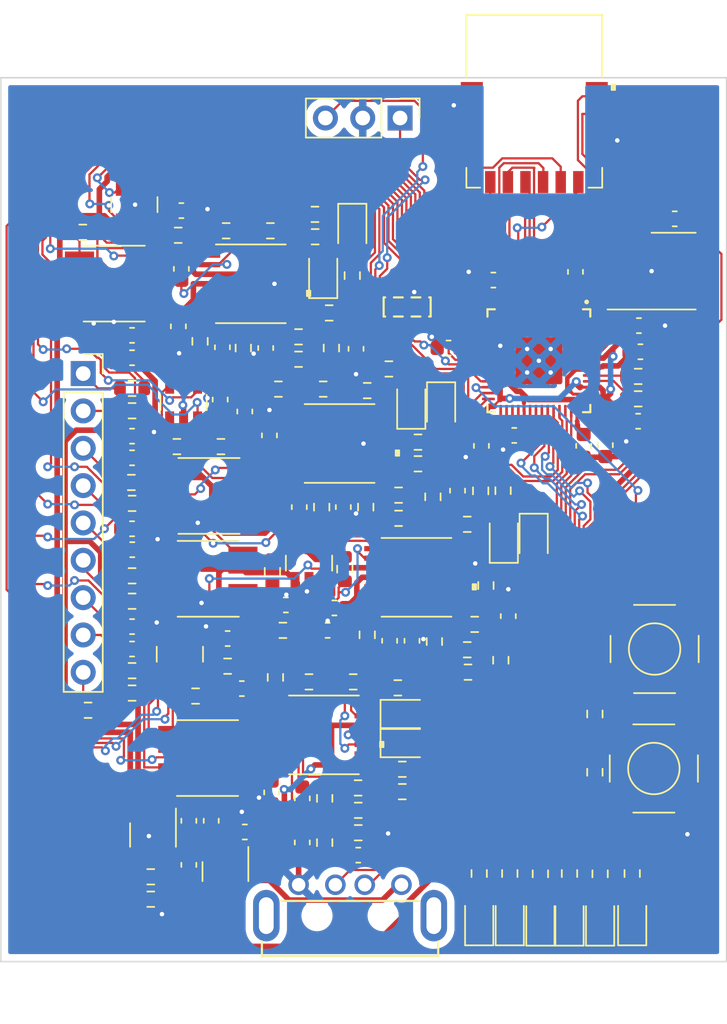
<source format=kicad_pcb>
(kicad_pcb (version 20211014) (generator pcbnew)
  (layers (0 "F.Cu" signal) (31 "B.Cu" signal) (34 "B.Paste" user) (35 "F.Paste" user) (36 "B.SilkS" user "B.Silkscreen") (37 "F.SilkS" user "F.Silkscreen") (38 "B.Mask" user) (39 "F.Mask" user) (44 "Edge.Cuts" user))
  (net 0 "")
  (net 1 "+3.3V")
  (net 2 "GND")
  (net 3 "Net-(C17-Pad1)")
  (net 4 "Net-(C24-Pad2)")
  (net 5 "Net-(C30-Pad1)")
  (net 6 "Net-(C30-Pad2)")
  (net 7 "Net-(C36-Pad1)")
  (net 8 "Net-(C37-Pad2)")
  (net 9 "Net-(C38-Pad2)")
  (net 10 "Net-(C36-Pad2)")
  (net 11 "Net-(C39-Pad2)")
  (net 12 "Net-(C38-Pad1)")
  (net 13 "/V_SIGNAL_TWO")
  (net 14 "/V_SIGNAL_THREE")
  (net 15 "/V_SIGNAL_FOUR")
  (net 16 "Net-(D1-Pad2)")
  (net 17 "Net-(D2-Pad2)")
  (net 18 "Net-(D3-Pad2)")
  (net 19 "Net-(D4-Pad2)")
  (net 20 "Net-(D5-Pad1)")
  (net 21 "Net-(D6-Pad2)")
  (net 22 "Net-(D7-Pad1)")
  (net 23 "Net-(D7-Pad2)")
  (net 24 "Net-(D8-Pad1)")
  (net 25 "Net-(D10-Pad2)")
  (net 26 "Net-(D9-Pad2)")
  (net 27 "Net-(D10-Pad1)")
  (net 28 "Net-(D11-Pad1)")
  (net 29 "Net-(D11-Pad2)")
  (net 30 "Net-(D12-Pad1)")
  (net 31 "Net-(D13-Pad1)")
  (net 32 "Net-(D13-Pad2)")
  (net 33 "Net-(D14-Pad1)")
  (net 34 "/USB_D-")
  (net 35 "/USB_D+")
  (net 38 "Net-(J2-Pad1)")
  (net 39 "Net-(J2-Pad2)")
  (net 40 "Net-(J2-Pad3)")
  (net 41 "Net-(J2-Pad4)")
  (net 42 "Net-(J2-Pad5)")
  (net 43 "Net-(J2-Pad6)")
  (net 44 "Net-(J2-Pad7)")
  (net 45 "Net-(J2-Pad8)")
  (net 46 "Net-(J2-Pad9)")
  (net 47 "/SWCLK")
  (net 48 "/SWDIO")
  (net 49 "Net-(R1-Pad1)")
  (net 50 "Net-(R2-Pad1)")
  (net 51 "Net-(R3-Pad2)")
  (net 52 "Net-(R4-Pad1)")
  (net 53 "/V_DIFF_ONE")
  (net 54 "Net-(R5-Pad2)")
  (net 55 "/V_DIFF_TWO")
  (net 56 "Net-(R6-Pad2)")
  (net 57 "/V_DIFF_FOUR")
  (net 58 "Net-(R7-Pad2)")
  (net 59 "/V_DIFF_THREE")
  (net 60 "Net-(R8-Pad2)")
  (net 61 "Net-(R9-Pad1)")
  (net 62 "Net-(R10-Pad1)")
  (net 63 "Net-(R11-Pad1)")
  (net 64 "Net-(R12-Pad1)")
  (net 65 "Net-(R13-Pad1)")
  (net 66 "Net-(R18-Pad2)")
  (net 67 "Net-(R20-Pad2)")
  (net 68 "Net-(R21-Pad2)")
  (net 69 "Net-(R22-Pad2)")
  (net 70 "Net-(R23-Pad2)")
  (net 71 "Net-(R24-Pad2)")
  (net 72 "Net-(R25-Pad2)")
  (net 73 "/EMG_NODE_ONE")
  (net 74 "/EMG_NODE_TWO")
  (net 75 "/EMG_NODE_THREE")
  (net 76 "/EMG_NODE_FOUR")
  (net 77 "/EMG_NODE_FIVE")
  (net 78 "/EMG_NODE_SIX")
  (net 79 "/EMG_NODE_SEVEN")
  (net 80 "/EMG_NODE_EIGHT")
  (net 81 "/EMG_REF")
  (net 82 "Net-(R41-Pad2)")
  (net 83 "Net-(R42-Pad2)")
  (net 84 "Net-(R43-Pad2)")
  (net 85 "Net-(R44-Pad2)")
  (net 86 "Net-(R45-Pad2)")
  (net 87 "Net-(R46-Pad2)")
  (net 88 "+1.65V")
  (net 89 "Net-(R63-Pad2)")
  (net 90 "Net-(R64-Pad2)")
  (net 91 "Net-(R67-Pad2)")
  (net 92 "Net-(R68-Pad2)")
  (net 93 "/DIF_AMP_ONE_CAL")
  (net 94 "/DIF_AMP_TWO_CAL")
  (net 95 "/DIF_AMP_FOUR_CAL")
  (net 96 "Net-(U10-Pad55)")
  (net 97 "Net-(U10-Pad54)")
  (net 98 "Net-(U10-Pad53)")
  (net 99 "Net-(U10-Pad52)")
  (net 100 "Net-(U10-Pad51)")
  (net 101 "/DIF_AMP_THREE_CAL")
  (net 102 "/POT_CHANGE_ONE")
  (net 103 "/POT_CS_ONE")
  (net 104 "/POT_CHANGE_TWO")
  (net 105 "/POT_CS_TWO")
  (net 106 "/POT_CHANGE_FOUR")
  (net 107 "/POT_CS_FOUR")
  (net 108 "/POT_CHANGE_THREE")
  (net 109 "/POT_CS_THREE")
  (net 110 "/BLE_RX")
  (net 111 "/BLE_TX")
  (net 112 "/RTS")
  (net 113 "/CTS")
  (net 114 "/RX_IND")
  (net 115 "/RST_N")
  (net 116 "Net-(U10-Pad20)")
  (net 117 "Net-(U10-Pad21)")
  (net 122 "/V_SIGNAL_ONE")
  (net 129 "Net-(C28-Pad1)")
  (net 130 "Net-(C28-Pad2)")
  (net 131 "Net-(C31-Pad2)")
  (net 132 "Net-(C31-Pad1)")
  (net 133 "Net-(C34-Pad2)")
  (net 134 "Net-(C34-Pad1)")
  (net 135 "Net-(C35-Pad2)")
  (net 136 "Net-(C44-Pad1)")
  (net 137 "Net-(C44-Pad2)")
  (net 138 "Net-(C45-Pad1)")
  (net 139 "Net-(C45-Pad2)")
  (net 140 "Net-(C46-Pad2)")
  (footprint "ISL90462WIH627Z:ISL90462WIH627Z-TKCT-ND" (layer "F.Cu") (at 231.9528 35.8648 -90)
    (fp_text reference "U6" hide)
    (fp_text value "ISL90462WIH627Z-TKCT-ND" hide)
  )
  (footprint "Capacitor_SMD:C_0603_1608Metric" (layer "F.Cu") (at 234.95 44.1452 90)
    (fp_text reference "C26" hide)
    (fp_text value "0.1uF")
  )
  (footprint "Capacitor_SMD:C_0603_1608Metric" (layer "F.Cu") (at 256.3876 40.9956 180)
    (fp_text reference "C11" hide)
    (fp_text value "0.1uF")
  )
  (footprint "LED_SMD:LED_0805_2012Metric" (layer "F.Cu") (at 265.8364 84.56205 90)
    (fp_text reference "D5" hide)
    (fp_text value "LED")
  )
  (footprint "Capacitor_SMD:C_0603_1608Metric" (layer "F.Cu") (at 262.5344 52.2732 -90)
    (fp_text reference "C14" hide)
    (fp_text value "0.1uF")
  )
  (footprint "Connector_PinSocket_2.54mm:PinSocket_1x09_P2.54mm_Vertical" (layer "F.Cu") (at 228.4726 47.3556)
    (fp_text reference "J2" hide)
    (fp_text value "Conn_01x09")
  )
  (footprint "Resistor_SMD:R_0603_1608Metric" (layer "F.Cu") (at 263.2964 74.4728 90)
    (fp_text reference "R1" hide)
    (fp_text value "5.1k")
  )
  (footprint "Resistor_SMD:R_0603_1608Metric" (layer "F.Cu") (at 255.1176 64.4144 180)
    (fp_text reference "R45" hide)
    (fp_text value "10k")
  )
  (footprint "Capacitor_SMD:C_0603_1608Metric" (layer "F.Cu") (at 250.8504 65.532 90)
    (fp_text reference "C37" hide)
    (fp_text value ".33uF")
  )
  (footprint "LED_SMD:LED_0805_2012Metric" (layer "F.Cu") (at 259.588 84.582 90)
    (fp_text reference "D3" hide)
    (fp_text value "LED")
  )
  (footprint "Resistor_SMD:R_0603_1608Metric" (layer "F.Cu") (at 266.2428 49.0728 180)
    (fp_text reference "R3" hide)
    (fp_text value "27")
  )
  (footprint "Capacitor_SMD:C_0603_1608Metric" (layer "F.Cu") (at 240.8936 45.6184 90)
    (fp_text reference "C35" hide)
    (fp_text value ".33uF")
  )
  (footprint "Capacitor_SMD:C_0603_1608Metric" (layer "F.Cu") (at 231.8004 64.5668)
    (fp_text reference "C3" hide)
    (fp_text value "1uF")
  )
  (footprint "Resistor_SMD:R_0603_1608Metric" (layer "F.Cu") (at 242.062 64.8208)
    (fp_text reference "R16" hide)
    (fp_text value "787")
  )
  (footprint "Capacitor_SMD:C_0603_1608Metric" (layer "F.Cu") (at 253.3396 45.6184 180)
    (fp_text reference "C12" hide)
    (fp_text value "0.1uF")
  )
  (footprint "Resistor_SMD:R_0603_1608Metric" (layer "F.Cu") (at 246.2784 60.6552 90)
    (fp_text reference "R21" hide)
    (fp_text value "8.1k")
  )
  (footprint "Capacitor_SMD:C_0603_1608Metric" (layer "F.Cu") (at 231.8004 57.912)
    (fp_text reference "C4" hide)
    (fp_text value "1uF")
  )
  (footprint "Package_SON:WSON-8-1EP_6x5mm_P1.27mm_EP3.4x4.3mm" (layer "F.Cu") (at 267.1572 40.386)
    (fp_text reference "U4" hide)
    (fp_text value "W25Q128JV")
  )
  (footprint "Resistor_SMD:R_0603_1608Metric" (layer "F.Cu") (at 244.9068 79.2602 -90)
    (fp_text reference "R73" hide)
    (fp_text value "9.09k")
  )
  (footprint "Capacitor_SMD:C_0603_1608Metric" (layer "F.Cu") (at 246.1768 56.4388 90)
    (fp_text reference "C39" hide)
    (fp_text value ".33uF")
  )
  (footprint "Resistor_SMD:R_0603_1608Metric" (layer "F.Cu") (at 249.936 57.2008 180)
    (fp_text reference "R51" hide)
    (fp_text value "453")
  )
  (footprint "ISL90462WIH627Z:ISL90462WIH627Z-TKCT-ND" (layer "F.Cu") (at 235.3056 49.3268 90)
    (fp_text reference "U7" hide)
    (fp_text value "ISL90462WIH627Z-TKCT-ND" hide)
  )
  (footprint "Capacitor_SMD:C_0603_1608Metric" (layer "F.Cu") (at 245.11 64.8208)
    (fp_text reference "C30" hide)
    (fp_text value "10uF")
  )
  (footprint "Resistor_SMD:R_0603_1608Metric" (layer "F.Cu") (at 252.2728 55.7398 90)
    (fp_text reference "R61" hide)
    (fp_text value "9.09k")
  )
  (footprint "Resistor_SMD:R_0603_1608Metric" (layer "F.Cu") (at 244.8052 48.4124)
    (fp_text reference "R25" hide)
    (fp_text value "10k")
  )
  (footprint "Capacitor_SMD:C_0603_1608Metric" (layer "F.Cu") (at 268.732 36.83)
    (fp_text reference "C5" hide)
    (fp_text value "0.1uF")
  )
  (footprint "Resistor_SMD:R_0603_1608Metric" (layer "F.Cu") (at 231.8004 69.088)
    (fp_text reference "R39" hide)
    (fp_text value "100k")
  )
  (footprint "Connector_PinHeader_2.54mm:PinHeader_1x03_P2.54mm_Vertical" (layer "F.Cu") (at 250.0376 29.972 -90)
    (fp_text reference "J3" hide)
    (fp_text value "DEBUG")
  )
  (footprint "MCP6024:MCP6024T" (layer "F.Cu") (at 239.8776 41.2496)
    (fp_text reference "U13" hide)
    (fp_text value "Opamp_MCP6024T-E/ST" hide)
  )
  (footprint "Capacitor_SMD:C_0603_1608Metric" (layer "F.Cu") (at 253.9492 55.3212 90)
    (fp_text reference "C42" hide)
    (fp_text value ".033uF")
  )
  (footprint "Resistor_SMD:R_0603_1608Metric" (layer "F.Cu") (at 234.8484 52.324 180)
    (fp_text reference "R6" hide)
    (fp_text value "100k")
  )
  (footprint "LED_SMD:LED_0805_2012Metric" (layer "F.Cu") (at 261.5692 84.582 90)
    (fp_text reference "D4" hide)
    (fp_text value "LED")
  )
  (footprint "Eclectronics:TL3301AFxxxxJ" (layer "F.Cu") (at 267.3604 66.0908 90)
    (fp_text reference "S2" hide)
    (fp_text value "BOOT")
  )
  (footprint "Resistor_SMD:R_0603_1608Metric" (layer "F.Cu") (at 244.7036 56.4388 90)
    (fp_text reference "R57" hide)
    (fp_text value "909")
  )
  (footprint "Capacitor_SMD:C_0603_1608Metric" (layer "F.Cu") (at 264.0076 52.2224 -90)
    (fp_text reference "C16" hide)
    (fp_text value "1uF")
  )
  (footprint "Resistor_SMD:R_0603_1608Metric" (layer "F.Cu") (at 244.2464 36.5252)
    (fp_text reference "R26" hide)
    (fp_text value "10k")
  )
  (footprint "Resistor_SMD:R_0603_1608Metric" (layer "F.Cu") (at 244.9068 76.2508 -90)
    (fp_text reference "R71" hide)
    (fp_text value "909")
  )
  (footprint "Resistor_SMD:R_0603_1608Metric" (layer "F.Cu") (at 247.1928 77.0636 180)
    (fp_text reference "R70" hide)
    (fp_text value "453")
  )
  (footprint "Resistor_SMD:R_0603_1608Metric" (layer "F.Cu") (at 249.8852 68.7324)
    (fp_text reference "R66" hide)
    (fp_text value "10k")
  )
  (footprint "Resistor_SMD:R_0603_1608Metric" (layer "F.Cu") (at 233.0704 83.1088 180)
    (fp_text reference "R19" hide)
    (fp_text value "10k")
  )
  (footprint "Resistor_SMD:R_0603_1608Metric" (layer "F.Cu") (at 247.1806 75.5396 180)
    (fp_text reference "R69" hide)
    (fp_text value "453")
  )
  (footprint "Resistor_SMD:R_0603_1608Metric" (layer "F.Cu") (at 237.8456 52.324)
    (fp_text reference "R17" hide)
    (fp_text value "787")
  )
  (footprint "Resistor_SMD:R_0603_1608Metric" (layer "F.Cu") (at 228.8032 70.2564)
    (fp_text reference "R40" hide)
    (fp_text value "100k")
  )
  (footprint "Resistor_SMD:R_0603_1608Metric" (layer "F.Cu") (at 254.6604 67.6656 180)
    (fp_text reference "R49" hide)
    (fp_text value "453")
  )
  (footprint "Resistor_SMD:R_0603_1608Metric" (layer "F.Cu") (at 263.2964 70.5104 -90)
    (fp_text reference "R2" hide)
    (fp_text value "5.1k")
  )
  (footprint "Capacitor_SMD:C_0603_1608Metric" (layer "F.Cu") (at 249.3264 65.532 90)
    (fp_text reference "C36" hide)
    (fp_text value ".33uF")
  )
  (footprint "Resistor_SMD:R_0603_1608Metric" (layer "F.Cu") (at 251.2568 53.4924 180)
    (fp_text reference "R46" hide)
    (fp_text value "10k")
  )
  (footprint "Resistor_SMD:R_0603_1608Metric" (layer "F.Cu") (at 245.364 45.6184 90)
    (fp_text reference "R59" hide)
    (fp_text value "9.09k")
  )
  (footprint "Capacitor_SMD:C_0603_1608Metric" (layer "F.Cu") (at 255.5748 52.2732 -90)
    (fp_text reference "C18" hide)
    (fp_text value "0.1uF")
  )
  (footprint "Diode_SMD:D_0805_2012Metric" (layer "F.Cu") (at 244.8052 40.5384 90)
    (fp_text reference "D7" hide)
    (fp_text value "D")
  )
  (footprint "MCP6024:MCP6024T" (layer "F.Cu") (at 244.856 71.9328)
    (fp_text reference "U17" hide)
    (fp_text value "Opamp_MCP6024T-E/ST" hide)
  )
  (footprint "Resistor_SMD:R_0603_1608Metric" (layer "F.Cu") (at 249.936 55.626 180)
    (fp_text reference "R52" hide)
    (fp_text value "453")
  )
  (footprint "Resistor_SMD:R_0603_1608Metric" (layer "F.Cu") (at 241.2106 37.6428)
    (fp_text reference "R23" hide)
    (fp_text value "10k")
  )
  (footprint "Resistor_SMD:R_0603_1608Metric" (layer "F.Cu") (at 257.048 55.3212 -90)
    (fp_text reference "R30" hide)
    (fp_text value "10k")
  )
  (footprint "Capacitor_SMD:C_0603_1608Metric" (layer "F.Cu") (at 237.9472 45.5676 90)
    (fp_text reference "C34" hide)
    (fp_text value ".33uF")
  )
  (footprint "Diode_SMD:D_0805_2012Metric" (layer "F.Cu") (at 250.3932 72.4916)
    (fp_text reference "D14" hide)
    (fp_text value "D")
  )
  (footprint "Capacitor_SMD:C_0603_1608Metric" (layer "F.Cu") (at 239.4712 78.5368)
    (fp_text reference "C25" hide)
    (fp_text value "10uF")
  )
  (footprint "Capacitor_SMD:C_0603_1608Metric" (layer "F.Cu") (at 266.2428 50.5968)
    (fp_text reference "C17" hide)
    (fp_text value "1uF")
  )
  (footprint "Diode_SMD:D_0805_2012Metric" (layer "F.Cu") (at 252.8316 49.6316 -90)
    (fp_text reference "D12" hide)
    (fp_text value "D")
  )
  (footprint "Capacitor_SMD:C_0603_1608Metric" (layer "F.Cu") (at 231.8004 51.6128)
    (fp_text reference "C2" hide)
    (fp_text value "1uF")
  )
  (footprint "Capacitor_SMD:C_0603_1608Metric" (layer "F.Cu") (at 243.3828 76.2508 -90)
    (fp_text reference "C45" hide)
    (fp_text value ".33uF")
  )
  (footprint "LED_SMD:LED_0805_2012Metric" (layer "F.Cu") (at 257.5052 84.56205 90)
    (fp_text reference "D1" hide)
    (fp_text value "LED")
  )
  (footprint "Resistor_SMD:R_0603_1608Metric" (layer "F.Cu") (at 241.554 68.0212 -90)
    (fp_text reference "R63" hide)
    (fp_text value "8.1k")
  )
  (footprint "Capacitor_SMD:C_0603_1608Metric" (layer "F.Cu") (at 257.4036 63.8556 90)
    (fp_text reference "C41" hide)
    (fp_text value ".033uF")
  )
  (footprint "ISL90462WIH627Z:ISL90462WIH627Z-TKCT-ND" (layer "F.Cu") (at 235.0516 66.4464 -90)
    (fp_text reference "U8" hide)
    (fp_text value "ISL90462WIH627Z-TKCT-ND" hide)
  )
  (footprint "Capacitor_SMD:C_0603_1608Metric" (layer "F.Cu") (at 235.6612 80.772 -90)
    (fp_text reference "C24" hide)
    (fp_text value "10uF")
  )
  (footprint "Resistor_SMD:R_0603_1608Metric" (layer "F.Cu") (at 231.8004 61.1124)
    (fp_text reference "R36" hide)
    (fp_text value "100k")
  )
  (footprint "Capacitor_SMD:C_0603_1608Metric" (layer "F.Cu") (at 242.2652 63.0936 180)
    (fp_text reference "C23" hide)
    (fp_text value "0.1uF")
  )
  (footprint "Capacitor_SMD:C_0603_1608Metric" (layer "F.Cu") (at 235.1532 36.2712)
    (fp_text reference "C20" hide)
    (fp_text value "0.1uF")
  )
  (footprint "Eclectronics:RP2040" (layer "F.Cu") (at 259.4864 46.482 -90)
    (fp_text reference "U10" hide)
    (fp_text value "RP2040")
  )
  (footprint "Capacitor_SMD:C_0603_1608Metric" (layer "F.Cu") (at 237.7948 49.1236 90)
    (fp_text reference "C21" hide)
    (fp_text value "0.1uF")
  )
  (footprint "Resistor_SMD:R_0603_1608Metric" (layer "F.Cu") (at 236.4232 45.1612 90)
    (fp_text reference "R53" hide)
    (fp_text value "909")
  )
  (footprint "Resistor_SMD:R_0603_1608Metric" (layer "F.Cu") (at 245.2116 43.2308 180)
    (fp_text reference "R44" hide)
    (fp_text value "10k" hide)
  )
  (footprint "Resistor_SMD:R_0603_1608Metric" (layer "F.Cu") (at 254.6096 57.6072)
    (fp_text reference "R24" hide)
    (fp_text value "10k")
  )
  (footprint "Capacitor_SMD:C_0603_1608Metric" (layer "F.Cu") (at 243.3828 79.248 -90)
    (fp_text reference "C47" hide)
    (fp_text value ".033uF")
  )
  (footprint "MCP6024:MCP6024T" (layer "F.Cu") (at 251.1552 61.214)
    (fp_text reference "U14" hide)
    (fp_text value "Opamp_MCP6024T-E/ST" hide)
  )
  (footprint "Capacitor_SMD:C_0603_1608Metric" (layer "F.Cu") (at 237.1852 77.7748 90)
    (fp_text reference "C32" hide)
    (fp_text value "1uF")
  )
  (footprint "RN4871:RN4871" (layer "F.Cu") (at 259.173482 28.828875)
    (fp_text reference "U11" hide)
    (fp_text value "RN4871-I/RM140" hide)
  )
  (footprint "Resistor_SMD:R_0603_1608Metric" (layer "F.Cu") (at 241.7572 48.4124)
    (fp_text reference "R22" hide)
    (fp_text value "8.1k")
  )
  (footprint "Resistor_SMD:R_0603_1608Metric" (layer "F.Cu") (at 250.19 75.7936 180)
    (fp_text reference "R68" hide)
    (fp_text value "10k")
  )
  (footprint "Package_TO_SOT_SMD:SOT-23-5" (layer "F.Cu") (at 233.2228 78.74 -90)
    (fp_text reference "U16" hide)
    (fp_text value "MCP6021")
  )
  (footprint "Resistor_SMD:R_0603_1608Metric" (layer "F.Cu") (at 255.524 55.3334 -90)
    (fp_text reference "R27" hide)
    (fp_text value "10k")
  )
  (footprint "Resistor_SMD:R_0603_1608Metric" (layer "F.Cu") (at 243.1288 44.8564 180)
    (fp_text reference "R48" hide)
    (fp_text value "453")
  )
  (footprint "Capacitor_SMD:C_0603_1608Metric" (layer "F.Cu") (at 261.9756 40.4368 90)
    (fp_text reference "C10" hide)
    (fp_text value "0.1uF")
  )
  (footprint "Capacitor_SMD:C_0603_1608Metric" (layer "F.Cu") (at 241.3 75.8444 90)
    (fp_text reference "C43" hide)
    (fp_text value "0.1uF")
  )
  (footprint "Capacitor_SMD:C_0603_1608Metric" (layer "F.Cu") (at 243.1796 56.4388 90)
    (fp_text reference "C38" hide)
    (fp_text value ".33uF")
  )
  (footprint "Resistor_SMD:R_0603_1608Metric" (layer "F.Cu") (at 261.5692 81.36165 -90)
    (fp_text reference "R12" hide)
    (fp_text value "1k")
  )
  (footprint "Resistor_SMD:R_0603_1608Metric" (layer "F.Cu") (at 255.4224 81.36165 -90)
    (fp_text reference "R10" hide)
    (fp_text value "1k")
  )
  (footprint "Resistor_SMD:R_0603_1608Metric" (layer "F.Cu") (at 239.3696 45.6184 90)
    (fp_text reference "R54" hide)
    (fp_text value "909")
  )
  (footprint "Resistor_SMD:R_0603_1608Metric" (layer "F.Cu") (at 246.7864 40.6908 -90)
    (fp_text reference "R41" hide)
    (fp_text value "10k" hide)
  )
  (footprint "Capacitor_SMD:C_0603_1608Metric" (layer "F.Cu") (at 231.8004 44.7548 180)
    (fp_text reference "C6" hide)
    (fp_text value "0.1uF")
  )
  (footprint "ISL90462WIH627Z:ISL90462WIH627Z-TKCT-ND" (layer "F.Cu") (at 243.84 60.2488 90)
    (fp_text reference "U9" hide)
    (fp_text value "ISL90462WIH627Z-TKCT-ND" hide)
  )
  (footprint "Resistor_SMD:R_0603_1608Metric" (layer "F.Cu") (at 254.6096 66.1416 180)
    (fp_text reference "R50" hide)
    (fp_text value "453")
  )
  (footprint "Capacitor_SMD:C_0603_1608Metric" (layer "F.Cu") (at 241.1476 51.562 -90)
    (fp_text reference "C29" hide)
    (fp_text value "0.1uF")
  )
  (footprint "Package_TO_SOT_SMD:SOT-23" (layer "F.Cu") (at 238.1504 81.2292 -90)
    (fp_text reference "U12" hide)
    (fp_text value "MCP1702T-3302E_CB")
  )
  (footprint "Resistor_SMD:R_0603_1608Metric" (layer "F.Cu") (at 247.8024 48.514)
    (fp_text reference "R31" hide)
    (fp_text value "10k")
  )
  (footprint "Eclectronics:USB_A_0480370001" (layer "F.Cu") (at 246.634 84.2264)
    (fp_text reference "J1" hide)
    (fp_text value "USB_A_0480370001")
  )
  (footprint "MCP6N11:MCP6N11-002ESN" (layer "F.Cu") (at 236.9312 73.5076)
    (fp_text reference "U3" hide)
    (fp_text value "MCP6N11-002E/SN" hide)
  )
  (footprint "Resistor_SMD:R_0603_1608Metric" (layer "F.Cu") (at 238.2012 37.6428 180)
    (fp_text reference "R20" hide)
    (fp_text value "8.1k")
  )
  (footprint "Resistor_SMD:R_0603_1608Metric" (layer "F.Cu") (at 256.8956 66.8528 90)
    (fp_text reference "R60" hide)
    (fp_text value "9.09k")
  )
  (footprint "Capacitor_SMD:C_0603_1608Metric" (layer "F.Cu") (at 257.81 51.562 180)
    (fp_text reference "C13" hide)
    (fp_text value "0.1uF")
  )
  (footprint "LED_SMD:LED_0805_2012Metric" (layer "F.Cu") (at 255.4224 84.56205 90)
    (fp_text reference "D2" hide)
    (fp_text value "LED")
  )
  (footprint "Capacitor_SMD:C_0603_1608Metric" (layer "F.Cu") (at 235.6612 77.7748 90)
    (fp_text reference "C33" hide)
    (fp_text value "0.1uF")
  )
  (footprint "Resistor_SMD:R_0603_1608Metric" (layer "F.Cu") (at 250.19 74.2696 180)
    (fp_text reference "R67" hide)
    (fp_text value "10k")
  )
  (footprint "Resistor_SMD:R_0603_1608Metric" (layer "F.Cu") (at 257.5052 81.36165 -90)
    (fp_text reference "R9" hide)
    (fp_text value "1k")
  )
  (footprint "Resistor_SMD:R_0603_1608Metric" (layer "F.Cu") (at 231.8004 62.8396)
    (fp_text reference "R37" hide)
    (fp_text value "100k")
  )
  (footprint "Capacitor_SMD:C_0603_1608Metric" (layer "F.Cu") (at 239.4712 49.9364 90)
    (fp_text reference "C31" hide)
    (fp_text value "10uF")
  )
  (footprint "Eclectronics:TL3301AFxxxxJ" (layer "F.Cu") (at 267.3096 74.2188 90)
    (fp_text reference "S1" hide)
    (fp_text value "RST")
  )
  (footprint "LED_SMD:LED_0805_2012Metric" (layer "F.Cu") (at 263.652 84.582 90)
    (fp_text reference "D6" hide)
    (fp_text value "PWR")
  )
  (footprint "Diode_SMD:D_0805_2012Metric" (layer "F.Cu") (at 246.7864 37.4904 -90)
    (fp_text reference "D8" hide)
    (fp_text value "D")
  )
  (footprint "Resistor_SMD:R_0603_1608Metric" (layer "F.Cu") (at 243.1288 46.3804 180)
    (fp_text reference "R47" hide)
    (fp_text value "453")
  )
  (footprint "Resistor_SMD:R_0603_1608Metric" (layer "F.Cu") (at 249.2756 47.0408)
    (fp_text reference "R29" hide)
    (fp_text value "10k")
  )
  (footprint "Capacitor_SMD:C_0603_1608Metric" (layer "F.Cu") (at 231.8134 59.3344)
    (fp_text reference "C9" hide)
    (fp_text value "0.1uF")
  )
  (footprint "Diode_SMD:D_0805_2012Metric" (layer "F.Cu") (at 257.0988 58.5447 90)
    (fp_text reference "D9" hide)
    (fp_text value "D")
  )
  (footprint "Resistor_SMD:R_0603_1608Metric" (layer "F.Cu") (at 259.588 81.3816 -90)
    (fp_text reference "R11" hide)
    (fp_text value "1k")
  )
  (footprint "Capacitor_SMD:C_0603_1608Metric" (layer "F.Cu") (at 245.5672 63.2968)
    (fp_text reference "C27" hide)
    (fp_text value "0.1uF")
  )
  (footprint "MCP6N11:MCP6N11-002ESN" (layer "F.Cu") (at 230.5812 41.2369)
    (fp_text reference "U1" hide)
    (fp_text value "MCP6N11-002E/SN" hide)
  )
  (footprint "Resistor_SMD:R_0603_1608Metric" (layer "F.Cu") (at 246.8494 68.326)
    (fp_text reference "R65" hide)
    (fp_text value "10k")
  )
  (footprint "Resistor_SMD:R_0603_1608Metric" (layer "F.Cu") (at 234.9378 37.9476)
    (fp_text reference "R15" hide)
    (fp_text value "787")
  )
  (footprint "Resistor_SMD:R_0603_1608Metric" (layer "F.Cu") (at 266.2428 47.5488)
    (fp_text reference "R4" hide)
    (fp_text value "27")
  )
  (footprint "Resistor_SMD:R_0603_1608Metric" (layer "F.Cu") (at 231.8004 49.8856)
    (fp_text reference "R33" hide)
    (fp_text value "100k")
  )
  (footprint "MCP6N11:MCP6N11-002ESN" (layer "F.Cu") (at 237.0328 55.6768)
    (fp_text reference "U2" hide)
    (fp_text value "MCP6N11-002E/SN" hide)
  )
  (footprint "Resistor_SMD:R_0603_1608Metric" (layer "F.Cu") (at 231.7496 54.7624)
    (fp_text reference "R34" hide)
    (fp_text value "100k")
  )
  (footprint "Capacitor_SMD:C_0603_1608Metric" (layer "F.Cu") (at 247.0404 45.6692 -90)
    (fp_text reference "C40" hide)
    (fp_text value ".033uF")
  )
  (footprint "Resistor_SMD:R_0603_1608Metric" (layer "F.Cu") (at 243.84 68.326)
    (fp_text reference "R64" hide)
    (fp_text value "10k")
  )
  (footprint "Resistor_SMD:R_0603_1608Metric" (layer "F.Cu") (at 255.8796 61.7728 -90)
    (fp_text reference "R42" hide)
    (fp_text value "10k")
  )
  (footprint "Diode_SMD:D_0805_2012Metric" (layer "F.Cu") (at 250.3932 70.5104)
    (fp_text reference "D13" hide)
    (fp_text value "D")
  )
  (footprint "Resistor_SMD:R_0603_1608Metric" (layer "F.Cu") (at 231.8004 56.1848)
    (fp_text reference "R35" hide)
    (fp_text value "100k")
  )
  (footprint "MCP6N11:MCP6N11-002ESN" (layer "F.Cu") (at 236.982 61.3156)
    (fp_text reference "U5" hide)
    (fp_text value "MCP6N11-002E/SN" hide)
  )
  (footprint "Diode_SMD:D_0805_2012Metric" (layer "F.Cu") (at 250.7996 49.4284 90)
    (fp_text reference "D11" hide)
    (fp_text value "D")
  )
  (footprint "Resistor_SMD:R_0603_1608Metric" (layer "F.Cu") (at 231.8004 67.564)
    (fp_text reference "R38" hide)
    (fp_text value "100k")
  )
  (footprint "Resistor_SMD:R_0603_1608Metric" (layer "F.Cu") (at 247.7008 56.4388 90)
    (fp_text reference "R58" hide)
    (fp_text value "909")
  )
  (footprint "Capacitor_SMD:C_0603_1608Metric" (layer "F.Cu") (at 231.8004 53.086)
    (fp_text reference "C7" hide)
    (fp_text value "0.1uF")
  )
  (footprint "Capacitor_SMD:C_0603_1608Metric" (layer "F.Cu") (at 266.3952 45.8724)
    (fp_text reference "C15" hide)
    (fp_text value "0.1uF")
  )
  (footprint "Capacitor_SMD:C_0603_1608Metric" (layer "F.Cu") (at 235.1532 40.2336 -90)
    (fp_text reference "C28" hide)
    (fp_text value "10uF")
  )
  (footprint "Capacitor_SMD:C_0603_1608Metric" (layer "F.Cu") (at 266.2936 44.0944)
    (fp_text reference "C19" hide)
    (fp_text value "0.1uF")
  )
  (footprint "Resistor_SMD:R_0603_1608Metric" (layer "F.Cu") (at 247.8024 65.1256 90)
    (fp_text reference "R55" hide)
    (fp_text value "909")
  )
  (footprint "Diode_SMD:D_0805_2012Metric" (layer "F.Cu") (at 259.1308 58.5724 -90)
    (fp_text reference "D10" hide)
    (fp_text value "D")
  )
  (footprint "Resistor_SMD:R_0603_1608Metric" (layer "F.Cu") (at 263.652 81.3816 -90)
    (fp_text reference "R14" hide)
    (fp_text value "1k")
  )
  (footprint "Capacitor_SMD:C_0603_1608Metric" (layer "F.Cu") (at 239.268 68.7832)
    (fp_text reference "C44" hide)
    (fp_text value "10uF")
  )
  (footprint "Resistor_SMD:R_0603_1608Metric" (layer "F.Cu") (at 244.2586 38.0492)
    (fp_text reference "R28" hide)
    (fp_text value "10k")
  )
  (footprint "Resistor_SMD:R_0603_1608Metric" (layer "F.Cu") (at 251.2568 52.0192 180)
    (fp_text reference "R43" hide)
    (fp_text value "10k")
  )
  (footprint "Eclectronics:CSTNE" (layer "F.Cu") (at 250.5202 42.8244)
    (fp_text reference "Y1" hide)
    (fp_text value "12MHz" hide)
  )
  (footprint "Resistor_SMD:R_0603_1608Metric" (layer "F.Cu") (at 238.3028 67.2592)
    (fp_text reference "R62" hide)
    (fp_text value "787")
  )
  (footprint "Resistor_SMD:R_0603_1608Metric" (layer "F.Cu") (at 231.8004 48.3616)
    (fp_text reference "R32" hide)
    (fp_text value "100k")
  )
  (footprint "Capacitor_SMD:C_0603_1608Metric" (layer "F.Cu") (at 247.1928 80.1116 180)
    (fp_text reference "C46" hide)
    (fp_text value ".33uF")
  )
  (footprint "Resistor_SMD:R_0603_1608Metric" (layer "F.Cu") (at 236.1184 69.2912 180)
    (fp_text reference "R7" hide)
    (fp_text value "100k")
  )
  (footprint "Resistor_SMD:R_0603_1608Metric" (layer "F.Cu") (at 228.4476 37.7444 180)
    (fp_text reference "R5" hide)
    (fp_text value "100k")
  )
  (footprint "MCP6024:MCP6024T" (layer "F.Cu") (at 245.9228 52.110399)
    (fp_text reference "U15" hide)
    (fp_text value "Opamp_MCP6024T-E/ST" hide)
  )
  (footprint "Resistor_SMD:R_0603_1608Metric" (layer "F.Cu") (at 233.0704 81.5848 180)
    (fp_text reference "R18" hide)
    (fp_text value "10k")
  )
  (footprint "Capacitor_SMD:C_0603_1608Metric" (layer "F.Cu") (at 238.3028 65.3796 180)
    (fp_text reference "C22" hide)
    (fp_text value "0.1uF")
  )
  (footprint "Resistor_SMD:R_0603_1608Metric" (layer "F.Cu") (at 241.3508 60.8076 90)
    (fp_text reference "R8" hide)
    (fp_text value "100k")
  )
  (footprint "Resistor_SMD:R_0603_1608Metric" (layer "F.Cu") (at 247.1928 78.5876 180)
    (fp_text reference "R72" hide)
    (fp_text value "909")
  )
  (footprint "Resistor_SMD:R_0603_1608Metric" (layer "F.Cu") (at 252.3744 65.5828 90)
    (fp_text reference "R56" hide)
    (fp_text value "909")
  )
  (footprint "Capacitor_SMD:C_0603_1608Metric" (layer "F.Cu") (at 231.8004 66.0908)
    (fp_text reference "C8" hide)
    (fp_text value "0.1uF")
  )
  (footprint "Resistor_SMD:R_0603_1608Metric" (layer "F.Cu") (at 265.8364 81.36165 -90)
    (fp_text reference "R13" hide)
    (fp_text value "1k")
  )
  (footprint "Capacitor_SMD:C_0603_1608Metric" (layer "F.Cu") (at 231.8004 46.2788 180)
    (fp_text reference "C1" hide)
    (fp_text value "1uF")
  )
  (gr_rect (start 222.8596 27.2288) (end 272.2626 87.3506) (layer "Edge.Cuts") (width 0.1) (fill none))
  (segment (start 234.1728 81.3074) (end 234.1728 79.8775) (width 0.381) (layer "F.Cu") (net 1))
  (segment (start 231.0384 51.2064) (end 231.0384 50.7492) (width 0.381) (layer "F.Cu") (net 1))
  (segment (start 231.9477 60.1929) (end 231.8825 60.2581) (width 0.381) (layer "F.Cu") (net 1))
  (segment (start 227.2353 70.756277) (end 227.2353 58.7687) (width 0.381) (layer "F.Cu") (net 1))
  (segment (start 261.8105 48.7553) (end 261.62 48.5648) (width 0.2032) (layer "F.Cu") (net 1))
  (segment (start 231.0254 51.6128) (end 231.0254 53.086) (width 0.381) (layer "F.Cu") (net 1))
  (segment (start 232.958877 53.9039) (end 233.474477 54.4195) (width 0.381) (layer "F.Cu") (net 1))
  (segment (start 266.6543 81.3992) (end 266.6543 80.111773) (width 0.381) (layer "F.Cu") (net 1))
  (segment (start 231.0254 57.912) (end 231.0254 59.3214) (width 0.381) (layer "F.Cu") (net 1))
  (segment (start 243.103799 52.110399) (end 243.042598 52.1716) (width 0.381) (layer "F.Cu") (net 1))
  (segment (start 231.9477 60.1929) (end 233.1517 60.1929) (width 0.381) (layer "F.Cu") (net 1))
  (segment (start 261.9852 47.082) (end 262.9239 47.082) (width 0.3048) (layer "F.Cu") (net 1))
  (segment (start 234.8557 38.447477) (end 234.8557 36.7487) (width 0.381) (layer "F.Cu") (net 1))
  (segment (start 248.191881 86.3193) (end 250.6472 83.863981) (width 0.381) (layer "F.Cu") (net 1))
  (segment (start 231.8825 60.2581) (end 231.8825 61.9447) (width 0.381) (layer "F.Cu") (net 1))
  (segment (start 260.8199 78.693404) (end 260.8199 63.946263) (width 0.381) (layer "F.Cu") (net 1))
  (segment (start 230.3975 61.9447) (end 229.6655 61.2127) (width 0.381) (layer "F.Cu") (net 1))
  (segment (start 236.7661 54.5592) (end 236.1514 53.9445) (width 0.381) (layer "F.Cu") (net 1))
  (segment (start 266.60975 81.44375) (end 266.7 81.534) (width 0.381) (layer "F.Cu") (net 1))
  (segment (start 261.4201 48.3649) (end 261.4201 47.6471) (width 0.3048) (layer "F.Cu") (net 1))
  (segment (start 258.4704 48.8188) (end 258.4704 49.3268) (width 0.3048) (layer "F.Cu") (net 1))
  (segment (start 235.2286 53.1419) (end 234.7663 52.6796) (width 0.381) (layer "F.Cu") (net 1))
  (segment (start 242.330899 60.8897) (end 242.889999 61.4488) (width 0.381) (layer "F.Cu") (net 1))
  (segment (start 257.977992 48.5648) (end 257.5052 48.092008) (width 0.381) (layer "F.Cu") (net 1))
  (segment (start 247.450519 61.214) (end 248.336199 61.214) (width 0.381) (layer "F.Cu") (net 1))
  (segment (start 237.1852 78.5498) (end 235.6612 78.5498) (width 0.381) (layer "F.Cu") (net 1))
  (segment (start 269.507 36.114896) (end 268.943342 35.551238) (width 0.381) (layer "F.Cu") (net 1))
  (segment (start 257.5052 47.099258) (end 257.040342 46.6344) (width 0.381) (layer "F.Cu") (net 1))
  (segment (start 235.7628 74.7776) (end 241.0082 74.7776) (width 0.381) (layer "F.Cu") (net 1))
  (segment (start 258.585 51.562) (end 258.4704 51.4474) (width 0.381) (layer "F.Cu") (net 1))
  (segment (start 261.4201 47.6471) (end 261.9852 47.082) (width 0.3048) (layer "F.Cu") (net 1))
  (segment (start 234.1728 79.8775) (end 234.8157 79.2346) (width 0.381) (layer "F.Cu") (net 1))
  (segment (start 246.6779 63.6325) (end 246.3422 63.2968) (width 0.381) (layer "F.Cu") (net 1))
  (segment (start 257.040342 46.6344) (end 256.8956 46.6344) (width 0.381) (layer "F.Cu") (net 1))
  (segment (start 263.715 56.039835) (end 268.4203 51.334535) (width 0.381) (layer "F.Cu") (net 1))
  (segment (start 236.6264 54.4195) (end 236.7661 54.5592) (width 0.381) (layer "F.Cu") (net 1))
  (segment (start 266.4381 46.6903) (end 265.6202 45.8724) (width 0.381) (layer "F.Cu") (net 1))
  (segment (start 233.2355 74.7776) (end 232.2063 74.7776) (width 0.381) (layer "F.Cu") (net 1))
  (segment (start 234.8557 36.7487) (end 233.9464 35.8394) (width 0.381) (layer "F.Cu") (net 1))
  (segment (start 262.0772 43.7388) (end 262.0772 43.5864) (width 0.3048) (layer "F.Cu") (net 1))
  (segment (start 263.7028 46.8884) (end 263.5504 47.0408) (width 0.3048) (layer "F.Cu") (net 1))
  (segment (start 237.7059 63.800597) (end 237.7059 64.0077) (width 0.381) (layer "F.Cu") (net 1))
  (segment (start 234.7663 51.4799) (end 234.355599 51.069199) (width 0.381) (layer "F.Cu") (net 1))
  (segment (start 258.4674 42.418) (end 258.4674 43.0255) (width 0.2032) (layer "F.Cu") (net 1))
  (segment (start 231.0254 59.3214) (end 231.0384 59.3344) (width 0.381) (layer "F.Cu") (net 1))
  (segment (start 235.9711 41.2496) (end 237.058599 41.2496) (width 0.381) (layer "F.Cu") (net 1))
  (segment (start 262.0772 50.5968) (end 262.0772 49.9287) (width 0.2032) (layer "F.Cu") (net 1))
  (segment (start 250.6472 83.2104) (end 252.5581 81.2995) (width 0.381) (layer "F.Cu") (net 1))
  (segment (start 262.1055 50.6251) (end 262.0772 50.5968) (width 0.3048) (layer "F.Cu") (net 1))
  (segment (start 258.4864 49.9195) (end 258.4864 50.505573) (width 0.2032) (layer "F.Cu") (net 1))
  (segment (start 271.1847 39.8085) (end 269.8572 38.481) (width 0.381) (layer "F.Cu") (net 1))
  (segment (start 233.2863 60.0583) (end 235.9533 60.0583) (width 0.381) (layer "F.Cu") (net 1))
  (segment (start 262.9239 49.082) (end 262.0864 49.9195) (width 0.3048) (layer "F.Cu") (net 1))
  (segment (start 232.2063 72.372596) (end 232.2063 71.2211) (width 0.381) (layer "F.Cu") (net 1))
  (segment (start 233.004577 50.7492) (end 233.3683 50.385477) (width 0.381) (layer "F.Cu") (net 1))
  (segment (start 237.2233 55.0164) (end 237.2233 57.3659) (width 0.381) (layer "F.Cu") (net 1))
  (segment (start 263.5504 47.0408) (end 262.9651 47.0408) (width 0.2032) (layer "F.Cu") (net 1))
  (segment (start 247.0963 61.568219) (end 247.450519 61.214) (width 0.381) (layer "F.Cu") (net 1))
  (segment (start 261.9756 41.2118) (end 262.1055 41.3417) (width 0.381) (layer "F.Cu") (net 1))
  (segment (start 258.4704 50.521573) (end 258.4743 50.517673) (width 0.381) (layer "F.Cu") (net 1))
  (segment (start 262.9239 49.082) (end 262.9239 48.6884) (width 0.3048) (layer "F.Cu") (net 1))
  (segment (start 264.667834 30.276634) (end 263.424172 30.276634) (width 0.381) (layer "F.Cu") (net 1))
  (segment (start 263.8044 46.8884) (end 263.7028 46.8884) (width 0.3048) (layer "F.Cu") (net 1))
  (segment (start 233.2355 76.0349) (end 233.2355 74.7776) (width 0.381) (layer "F.Cu") (net 1))
  (segment (start 238.6962 78.7959) (end 237.2004 80.2917) (width 0.381) (layer "F.Cu") (net 1))
  (segment (start 263.8552 79.4893) (end 262.382 78.0161) (width 0.381) (layer "F.Cu") (net 1))
  (segment (start 262.0864 49.9195) (end 262.0864 49.3868) (width 0.2032) (layer "F.Cu") (net 1))
  (segment (start 234.95 43.3702) (end 234.2896 42.7098) (width 0.381) (layer "F.Cu") (net 1))
  (segment (start 234.2896 41.148) (end 234.2896 39.013577) (width 0.381) (layer "F.Cu") (net 1))
  (segment (start 257.5052 48.092008) (end 257.5052 47.099258) (width 0.381) (layer "F.Cu") (net 1))
  (segment (start 234.459962 76.0349) (end 233.2355 76.0349) (width 0.381) (layer "F.Cu") (net 1))
  (segment (start 234.7663 51.4799) (end 236.890001 51.4799) (width 0.381) (layer "F.Cu") (net 1))
  (segment (start 231.8825 69.587877) (end 232.2063 69.911677) (width 0.381) (layer "F.Cu") (net 1))
  (segment (start 236.890001 51.4799) (end 237.7948 50.575101) (width 0.381) (layer "F.Cu") (net 1))
  (segment (start 262.1055 50.8508) (end 262.1055 50.6251) (width 0.3048) (layer "F.Cu") (net 1))
  (segment (start 261.62 48.5648) (end 261.4201 48.3649) (width 0.3048) (layer "F.Cu") (net 1))
  (segment (start 260.8199 63.946263) (end 263.715 61.051164) (width 0.381) (layer "F.Cu") (net 1))
  (segment (start 235.5005 78.5498) (end 234.1728 79.8775) (width 0.381) (layer "F.Cu") (net 1))
  (segment (start 258.4704 51.4474) (end 258.4704 50.521573) (width 0.381) (layer "F.Cu") (net 1))
  (segment (start 236.253896 63.9064) (end 236.001601 64.158695) (width 0.381) (layer "F.Cu") (net 1))
  (segment (start 231.8433 53.9039) (end 232.958877 53.9039) (width 0.381) (layer "F.Cu") (net 1))
  (segment (start 271.1847 43.384768) (end 271.1847 39.8085) (width 0.381) (layer "F.Cu") (net 1))
  (segment (start 239.3442 60.6806) (end 239.5533 60.8897) (width 0.381) (layer "F.Cu") (net 1))
  (segment (start 258.4864 50.505573) (end 258.4743 50.517673) (width 0.2032) (layer "F.Cu") (net 1))
  (segment (start 264.0076 51.4474) (end 264.0076 49.8856) (width 0.381) (layer "F.Cu") (net 1))
  (segment (start 243.0402 63.0936) (end 243.0402 61.599001) (width 0.381) (layer "F.Cu") (net 1))
  (segment (start 237.2004 78.565) (end 237.1852 78.5498) (width 0.381) (layer "F.Cu") (net 1))
  (segment (start 252.5581 81.2995) (end 262.9091 81.2995) (width 0.381) (layer "F.Cu") (net 1))
  (segment (start 233.474477 54.4195) (end 236.6264 54.4195) (width 0.381) (layer "F.Cu") (net 1))
  (segment (start 258.4674 43.0255) (end 258.4864 43.0445) (width 0.2032) (layer "F.Cu") (net 1))
  (segment (start 269.8572 37.1802) (end 269.507 36.83) (width 0.381) (layer "F.Cu") (net 1))
  (segment (start 234.8157 79.2346) (end 234.8157 76.390638) (width 0.381) (layer "F.Cu") (net 1))
  (segment (start 266.60975 81.44375) (end 266.6543 81.3992) (width 0.381) (layer "F.Cu") (net 1))
  (segment (start 232.2063 69.911677) (end 232.2063 72.372596) (width 0.381) (layer "F.Cu") (net 1))
  (segment (start 241.5667 52.7561) (end 241.1476 52.337) (width 0.381) (layer "F.Cu") (net 1))
  (segment (start 258.4704 43.0605) (end 258.4864 43.0445) (width 0.2032) (layer "F.Cu") (net 1))
  (segment (start 262.8506 48.7553) (end 261.8105 48.7553) (width 0.2032) (layer "F.Cu") (net 1))
  (segment (start 233.3683 50.385477) (end 233.3683 47.861723) (width 0.381) (layer "F.Cu") (net 1))
  (segment (start 228.9142 58.7687) (end 227.2353 58.7687) (width 0.381) (layer "F.Cu") (net 1))
  (segment (start 233.5654 44.7548) (end 234.95 43.3702) (width 0.381) (layer "F.Cu") (net 1))
  (segment (start 258.2164 48.5648) (end 257.977992 48.5648) (width 0.381) (layer "F.Cu") (net 1))
  (segment (start 237.9472 60.6552) (end 237.7059 60.8965) (width 0.381) (layer "F.Cu") (net 1))
  (segment (start 240.9317 74.4093) (end 240.9444 74.422) (width 0.381) (layer "F.Cu") (net 1))
  (segment (start 237.9472 60.6552) (end 239.3188 60.6552) (width 0.381) (layer "F.Cu") (net 1))
  (segment (start 263.6012 49.4792) (end 263.4488 49.3268) (width 0.3048) (layer "F.Cu") (net 1))
  (segment (start 264.53915 81.44375) (end 266.60975 81.44375) (width 0.381) (layer "F.Cu") (net 1))
  (segment (start 239.3696 55.0164) (end 237.2233 55.0164) (width 0.381) (layer "F.Cu") (net 1))
  (segment (start 233.1525 82.3277) (end 233.1525 84.360887) (width 0.381) (layer "F.Cu") (net 1))
  (segment (start 262.382 74.168) (end 262.9022 73.6478) (width 0.381) (layer "F.Cu") (net 1))
  (segment (start 263.2964 73.6478) (end 263.2964 71.3354) (width 0.381) (layer "F.Cu") (net 1))
  (segment (start 229.6655 61.2127) (end 229.6655 59.52) (width 0.381) (layer "F.Cu") (net 1))
  (segment (start 257.5052 47.0408) (end 257.5052 44.8056) (width 0.381) (layer "F.Cu") (net 1))
  (segment (start 237.2004 80.2917) (end 237.2004 78.565) (width 0.381) (layer "F.Cu") (net 1))
  (segment (start 240.847842 58.2041) (end 241.5667 57.485242) (width 0.381) (layer "F.Cu") (net 1))
  (segment (start 258.4704 49.9035) (end 258.4864 49.9195) (width 0.2032) (layer "F.Cu") (net 1))
  (segment (start 239.395 55.0418) (end 239.3696 55.0164) (width 0.381) (layer "F.Cu") (net 1))
  (segment (start 265.6202 45.8724) (end 265.6202 46.103623) (width 0.381) (layer "F.Cu") (net 1))
  (segment (start 258.271074 42.058526) (end 258.4674 42.254852) (width 0.3048) (layer "F.Cu") (net 1))
  (segment (start 237.2233 55.0164) (end 236.7661 54.5592) (width 0.381) (layer "F.Cu") (net 1))
  (segment (start 231.0254 66.0908) (end 231.940612 67.006012) (width 0.381) (layer "F.Cu") (net 1))
  (segment (start 256.0457 46.6852) (end 256.0489 46.682) (width 0.2032) (layer "F.Cu") (net 1))
  (segment (start 256.7432 46.6344) (end 256.8956 46.6344) (width 0.3048) (layer "F.Cu") (net 1))
  (segment (start 265.6202 46.103623) (end 264.889322 46.834501) (width 0.381) (layer "F.Cu") (net 1))
  (segment (start 231.8825 61.9447) (end 230.3975 61.9447) (width 0.381) (layer "F.Cu") (net 1))
  (segment (start 236.5502 60.6552) (end 237.9472 60.6552) (width 0.381) (layer "F.Cu") (net 1))
  (segment (start 237.7059 64.0077) (end 239.3895 65.6913) (width 0.381) (layer "F.Cu") (net 1))
  (segment (start 268.4203 46.149168) (end 268.4203 46.6413) (width 0.381) (layer "F.Cu") (net 1))
  (segment (start 233.1525 84.360887) (end 235.110913 86.3193) (width 0.381) (layer "F.Cu") (net 1))
  (segment (start 233.8954 81.5848) (end 233.1525 82.3277) (width 0.381) (layer "F.Cu") (net 1))
  (segment (start 240.9317 71.9836) (end 240.9317 74.4093) (width 0.381) (layer "F.Cu") (net 1))
  (segment (start 262.9239 47.082) (end 262.9239 46.6884) (width 0.3048) (layer "F.Cu") (net 1))
  (segment (start 258.4674 42.254852) (end 258.4674 42.418) (width 0.3048) (layer "F.Cu") (net 1))
  (segment (start 241.0082 74.7776) (end 241.3 75.0694) (width 0.381) (layer "F.Cu") (net 1))
  (segment (start 235.6612 78.5498) (end 235.5005 78.5498) (width 0.381) (layer "F.Cu") (net 1))
  (segment (start 234.355599 51.069199) (end 234.355599 50.5268) (width 0.381) (layer "F.Cu") (net 1))
  (segment (start 256.0489 46.682) (end 256.6956 46.682) (width 0.2032) (layer "F.Cu") (net 1))
  (segment (start 258.2164 48.5648) (end 258.7752 49.1236) (width 0.381) (layer "F.Cu") (net 1))
  (segment (start 243.0402 61.599001) (end 242.889999 61.4488) (width 0.381) (layer "F.Cu") (net 1))
  (segment (start 239.3895 65.6913) (end 246.6779 65.6913) (width 0.381) (layer "F.Cu") (net 1))
  (segment (start 269.507 36.83) (end 269.507 36.114896) (width 0.381) (layer "F.Cu") (net 1))
  (segment (start 233.9464 35.8394) (end 233.4892 35.8394) (width 0.381) (layer "F.Cu") (net 1))
  (segment (start 231.0384 59.9948) (end 231.2365 60.1929) (width 0.381) (layer "F.Cu") (net 1))
  (segment (start 237.6678 72.8726) (end 235.7628 74.7776) (width 0.381) (layer "F.Cu") (net 1))
  (segment (start 268.4203 46.6413) (end 268.3713 46.6903) (width 0.381) (layer "F.Cu") (net 1))
  (segment (start 258.4704 49.3268) (end 258.4704 49.9035) (width 0.2032) (layer "F.Cu") (net 1))
  (segment (start 233.8954 81.5848) (end 234.1728 81.3074) (width 0.381) (layer "F.Cu") (net 1))
  (segment (start 263.652 80.5566) (end 262.5974 79.502) (width 0.381) (layer "F.Cu") (net 1))
  (segment (start 262.0264 49.2252) (end 262.0264 49.3268) (width 0.3048) (layer "F.Cu") (net 1))
  (segment (start 256.6956 46.682) (end 256.7432 46.6344) (width 0.2032) (layer "F.Cu") (net 1))
  (segment (start 266.7 81.534) (end 266.7 82.76095) (width 0.381) (layer "F.Cu") (net 1))
  (segment (start 258.7752 49.1236) (end 261.9248 49.1236) (width 0.381) (layer "F.Cu") (net 1))
  (segment (start 262.0864 43.0445) (end 262.0864 42.5796) (width 0.2032) (layer "F.Cu") (net 1))
  (segment (start 262.1055 51.0693) (end 262.1055 50.8508) (width 0.381) (layer "F.Cu") (net 1))
  (segment (start 236.001601 64.158695) (end 236.001601 65.2464) (width 0.381) (layer "F.Cu") (net 1))
  (segment (start 254.337123 45.6184) (end 254.1146 45.6184) (width 0.381) (layer "F.Cu") (net 1))
  (segment (start 232.5754 47.068823) (end 232.5754 44.7548) (width 0.381) (layer "F.Cu") (net 1))
  (segment (start 237.600097 63.9064) (end 236.253896 63.9064) (width 0.381) (layer "F.Cu") (net 1))
  (segment (start 234.2896 39.013577) (end 234.8557 38.447477) (width 0.381) (layer "F.Cu") (net 1))
  (segment (start 229.6655 59.52) (end 228.9142 58.7687) (width 0.381) (layer "F.Cu") (net 1))
  (segment (start 238.0615 58.2041) (end 240.847842 58.2041) (width 0.381) (layer "F.Cu") (net 1))
  (segment (start 234.7663 52.6796) (end 234.7663 51.4799) (width 0.381) (layer "F.Cu") (net 1))
  (segment (start 258.4704 43.8404) (end 258.4704 43.5864) (width 0.3048) (layer "F.Cu") (net 1))
  (segment (start 257.208148 40.9956) (end 258.271074 42.058526) (width 0.381) (layer "F.Cu") (net 1))
  (segment (start 262.0772 43.0537) (end 262.0864 43.0445) (width 0.2032) (layer "F.Cu") (net 1))
  (segment (start 234.8157 76.390638) (end 234.459962 76.0349) (width 0.381) (layer "F.Cu") (net 1))
  (segment (start 262.382 78.0161) (end 262.382 74.168) (width 0.381) (layer "F.Cu") (net 1))
  (segment (start 263.858299 46.834501) (end 263.8044 46.8884) (width 0.381) (layer "F.Cu") (net 1))
  (segment (start 262.0864 49.3868) (end 262.0772 49.3776) (width 0.2032) (layer "F.Cu") (net 1))
  (segment (start 237.7948 50.575101) (end 237.7948 49.8986) (width 0.381) (layer "F.Cu") (net 1))
  (segment (start 263.715 61.051164) (end 263.715 56.039835) (width 0.381) (layer "F.Cu") (net 1))
  (segment (start 231.8825 67.064124) (end 231.8825 69.587877) (width 0.381) (layer "F.Cu") (net 1))
  (segment (start 264.0076 49.8856) (end 263.6012 49.4792) (width 0.381) (layer "F.Cu") (net 1))
  (segment (start 232.5754 44.7548) (end 233.5654 44.7548) (width 0.381) (layer "F.Cu") (net 1))
  (segment (start 246.6779 65.6913) (end 246.6779 63.6325) (width 0.381) (layer "F.Cu") (net 1))
  (segment (start 227.9904 51.2064) (end 231.0384 51.2064) (width 0.381) (layer "F.Cu") (net 1))
  (segment (start 268.943342 35.551238) (end 268.943342 34.552141) (width 0.381) (layer "F.Cu") (net 1))
  (segment (start 263.652 80.5566) (end 264.53915 81.44375) (width 0.381) (layer "F.Cu") (net 1))
  (segment (start 231.0254 53.086) (end 231.8433 53.9039) (width 0.381) (layer "F.Cu") (net 1))
  (segment (start 233.1517 60.1929) (end 233.2863 60.0583) (width 0.381) (layer "F.Cu") (net 1))
  (segment (start 243.042598 52.1716) (end 241.313 52.1716) (width 0.381) (layer "F.Cu") (net 1))
  (segment (start 266.031827 79.4893) (end 263.8552 79.4893) (width 0.381) (layer "F.Cu") (net 1))
  (segment (start 261.9756 43.8404) (end 262.0264 43.7896) (width 0.3048) (layer "F.Cu") (net 1))
  (segment (start 240.9444 74.7138) (end 241.3 75.0694) (width 0.381) (layer "F.Cu") (net 1))
  (segment (start 255.4224 46.6852) (end 256.0457 46.6852) (width 0.2032) (layer "F.Cu") (net 1))
  (segment (start 263.204 49.082) (end 262.9239 49.082) (width 0.2032) (layer "F.Cu") (net 1))
  (segment (start 264.889322 46.834501) (end 263.858299 46.834501) (width 0.381) (layer "F.Cu") (net 1))
  (segment (start 258.4704 43.8404) (end 261.9756 43.8404) (width 0.3048) (layer "F.Cu") (net 1))
  (segment (start 233.4892 35.8394) (end 232.902801 35.253001) (width 0.381) (layer "F.Cu") (net 1))
  (segment (start 233.3683 47.861723) (end 232.5754 47.068823) (width 0.381) (layer "F.Cu") (net 1))
  (segment (start 262.0864 42.5796) (end 262.0864 42.4272) (width 0.3048) (layer "F.Cu") (net 1))
  (segment (start 268.943342 34.552141) (end 264.667834 30.276634) (width 0.381) (layer "F.Cu") (net 1))
  (segment (start 240.9444 74.422) (end 240.9444 74.7138) (width 0.381) (layer "F.Cu") (net 1))
  (segment (start 237.2233 57.3659) (end 238.0615 58.2041) (width 0.381) (layer "F.Cu") (net 1))
  (segment (start 266.6543 80.111773) (end 266.031827 79.4893) (width 0.381) (layer "F.Cu") (net 1))
  (segment (start 257.5052 44.8056) (end 258.4704 43.8404) (width 0.381) (layer "F.Cu") (net 1))
  (segment (start 255.1684 46.449677) (end 255.403923 46.6852) (width 0.3048) (layer "F.Cu") (net 1))
  (segment (start 231.0384 59.3344) (end 231.0384 59.9948) (width 0.381) (layer "F.Cu") (net 1))
  (segment (start 266.7 82.76095) (end 265.8364 83.62455) (width 0.381) (layer "F.Cu") (net 1))
  (segment (start 242.036999 71.9328) (end 240.9825 71.9328) (width 0.381) (layer "F.Cu") (net 1))
  (segment (start 269.8572 38.481) (end 269.8572 37.1802) (width 0.381) (layer "F.Cu") (net 1))
  (segment (start 232.902801 35.253001) (end 232.902801 34.6648) (width 0.381) (layer "F.Cu") (net 1))
  (segment (start 247.0963 62.5427) (end 247.0963 61.568219) (width 0.381) (layer "F.Cu") (net 1))
  (segment (start 234.2896 40.6019) (end 232.9434 40.6019) (width 0.381) (layer "F.Cu") (net 1))
  (segment (start 231.940612 67.006012) (end 231.8825 67.064124) (width 0.381) (layer "F.Cu") (net 1))
  (segment (start 262.0264 43.7896) (end 262.0772 43.7388) (width 0.3048) (layer "F.Cu") (net 1))
  (segment (start 227.2353 58.7687) (end 227.2353 51.9615) (width 0.381) (layer "F.Cu") (net 1))
  (segment (start 261.230504 79.502) (end 260.7945 79.065996) (width 0.381) (layer "F.Cu") (net 1))
  (segment (start 258.2164 48.5648) (end 258.4704 48.8188) (width 0.3048) (layer "F.Cu") (net 1))
  (segment (start 231.0254 64.5668) (end 231.0254 66.0908) (width 0.381) (layer "F.Cu") (net 1))
  (segment (start 231.2365 60.1929) (end 231.9477 60.1929) (width 0.381) (layer "F.Cu") (net 1))
  (segment (start 227.700123 71.2211) (end 227.2353 70.756277) (width 0.381) (layer "F.Cu") (net 1))
  (segment (start 237.7059 60.8965) (end 237.7059 63.800597) (width 0.381) (layer "F.Cu") (net 1))
  (segment (start 227.2353 51.9615) (end 227.9904 51.2064) (width 0.381) (layer "F.Cu") (net 1))
  (segment (start 262.0772 49.9287) (end 262.0864 49.9195) (width 0.2032) (layer "F.Cu") (net 1))
  (segment (start 246.3422 63.2968) (end 247.0963 62.5427) (width 0.381) (layer "F.Cu") (net 1))
  (segment (start 231.0384 50.7492) (end 231.0384 51.5998) (width 0.381) (layer "F.Cu") (net 1))
  (segment (start 236.1514 53.9445) (end 236.1514 53.1419) (width 0.381) (layer "F.Cu") (net 1))
  (segment (start 262.5974 79.502) (end 261.230504 79.502) (width 0.381) (layer "F.Cu") (net 1))
  (segment (start 261.9248 49.1236) (end 262.0264 49.2252) (width 0.381) (layer "F.Cu") (net 1))
  (segment (start 258.4704 43.5864) (end 258.4704 43.0605) (width 0.2032) (layer "F.Cu") (net 1))
  (segment (start 250.6472 83.863981) (end 250.6472 83.2104) (width 0.381) (layer "F.Cu") (net 1))
  (segment (start 232.2063 74.7776) (end 233.2228 74.7776) (width 0.381) (layer "F.Cu") (net 1))
  (segment (start 262.9022 73.6478) (end 263.2964 73.6478) (width 0.381) (layer "F.Cu") (net 1))
  (segment (start 238.6962 78.5368) (end 238.6962 78.7959) (width 0.381) (layer "F.Cu") (net 1))
  (segment (start 260.7945 78.718804) (end 260.8199 78.693404) (width 0.381) (layer "F.Cu") (net 1))
  (segment (start 241.313 52.1716) (end 241.1476 52.337) (width 0.381) (layer "F.Cu") (net 1))
  (segment (start 262.9091 81.2995) (end 263.652 80.5566) (width 0.381) (layer "F.Cu") (net 1))
  (segment (start 239.3188 60.6552) (end 239.3442 60.6806) (width 0.381) (layer "F.Cu") (net 1))
  (segment (start 235.7628 74.7776) (end 233.2228 74.7776) (width 0.381) (layer "F.Cu") (net 1))
  (segment (start 239.5533 60.8897) (end 242.330899 60.8897) (width 0.381) (layer "F.Cu") (net 1))
  (segment (start 234.2896 42.7098) (end 234.2896 40.6019) (width 0.381) (layer "F.Cu") (net 1))
  (segment (start 262.5344 51.4982) (end 262.1055 51.0693) (width 0.381) (layer "F.Cu") (net 1))
  (segment (start 262.0772 43.5864) (end 262.0772 43.0537) (width 0.2032) (layer "F.Cu") (net 1))
  (segment (start 237.7059 63.800597) (end 237.600097 63.9064) (width 0.381) (layer "F.Cu") (net 1))
  (segment (start 232.2063 74.7776) (end 232.2063 72.372596) (width 0.381) (layer "F.Cu") (net 1))
  (segment (start 263.4488 49.3268) (end 263.204 49.082) (width 0.2032) (layer "F.Cu") (net 1))
  (segment (start 260.7945 79.065996) (end 260.7945 78.718804) (width 0.381) (layer "F.Cu") (net 1))
  (segment (start 231.0384 51.5998) (end 231.0254 51.6128) (width 0.381) (layer "F.Cu") (net 1))
  (segment (start 232.2063 71.2211) (end 227.700123 71.2211) (width 0.381) (layer "F.Cu") (net 1))
  (segment (start 255.403923 46.6852) (end 255.4224 46.6852) (width 0.3048) (layer "F.Cu") (net 1))
  (segment (start 235.9711 42.3491) (end 235.9711 41.2496) (width 0.381) (layer "F.Cu") (net 1))
  (segment (start 268.4203 51.334535) (end 268.4203 46.149168) (width 0.381) (layer "F.Cu") (net 1))
  (segment (start 268.4203 46.149168) (end 271.1847 43.384768) (width 0.381) (layer "F.Cu") (net 1))
  (segment (start 240.9825 71.9328) (end 240.9317 71.9836) (width 0.381) (layer "F.Cu") (net 1))
  (segment (start 241.5667 57.485242) (end 241.5667 52.7561) (width 0.381) (layer "F.Cu") (net 1))
  (segment (start 236.1514 53.1419) (end 235.2286 53.1419) (width 0.381) (layer "F.Cu") (net 1))
  (segment (start 262.9239 48.682) (end 262.8506 48.7553) (width 0.2032) (layer "F.Cu") (net 1))
  (segment (start 235.110913 86.3193) (end 248.191881 86.3193) (width 0.381) (layer "F.Cu") (net 1))
  (segment (start 235.9533 60.0583) (end 236.5502 60.6552) (width 0.381) (layer "F.Cu") (net 1))
  (segment (start 262.9651 47.0408) (end 262.9239 47.082) (width 0.2032) (layer "F.Cu") (net 1))
  (segment (start 262.1055 41.3417) (end 262.1055 42.4272) (width 0.381) (layer "F.Cu") (net 1))
  (segment (start 262.0264 49.3268) (end 262.0772 49.3776) (width 0.3048) (layer "F.Cu") (net 1))
  (segment (start 257.1626 40.9956) (end 257.208148 40.9956) (width 0.381) (layer "F.Cu") (net 1))
  (segment (start 255.1684 46.449677) (end 254.337123 45.6184) (width 0.381) (layer "F.Cu") (net 1))
  (segment (start 239.2934 72.8726) (end 237.6678 72.8726) (width 0.381) (layer "F.Cu") (net 1))
  (segment (start 268.3713 46.6903) (end 266.4381 46.6903) (width 0.381) (layer "F.Cu") (net 1))
  (segment (start 231.0384 50.7492) (end 233.004577 50.7492) (width 0.381) (layer "F.Cu") (net 1))
  (segment (start 234.95 43.3702) (end 235.9711 42.3491) (width 0.381) (layer "F.Cu") (net 1))
  (segment (start 264.46245 86.32995) (end 266.67925 86.32995) (width 0.381) (layer "F.Cu") (net 2))
  (segment (start 255.3078 53.0482) (end 253.9492 54.4068) (width 0.3048) (layer "F.Cu") (net 2))
  (segment (start 253.974201 61.214) (end 254.924402 61.214) (width 0.381) (layer "F.Cu") (net 2))
  (segment (start 247.0404 46.4442) (end 247.0404 47.3964) (width 0.381) (layer "F.Cu") (net 2))
  (segment (start 255.053701 61.084701) (end 255.053701 60.370315) (width 0.381) (layer "F.Cu") (net 2))
  (segment (start 233.8954 84.0618) (end 233.8324 84.1248) (width 0.381) (layer "F.Cu") (net 2))
  (segment (start 258.6864 45.682) (end 259.4864 46.482) (width 0.3048) (layer "F.Cu") (net 2))
  (segment (start 241.4902 63.0936) (end 241.604013 63.0936) (width 0.381) (layer "F.Cu") (net 2))
  (segment (start 239.3696 46.4434) (end 239.628365 46.4434) (width 0.381) (layer "F.Cu") (net 2))
  (segment (start 243.84 61.4488) (end 243.84 62.032565) (width 0.381) (layer "F.Cu") (net 2))
  (segment (start 233.2228 78.53592) (end 232.94296 78.81576) (width 0.381) (layer "F.Cu") (net 2))
  (segment (start 257.4036 63.0806) (end 257.4036 62.0268) (width 0.381) (layer "F.Cu") (net 2))
  (segment (start 233.2228 77.6025) (end 233.2228 78.53592) (width 0.381) (layer "F.Cu") (net 2))
  (segment (start 247.9678 80.1116) (end 247.9678 78.6376) (width 0.381) (layer "F.Cu") (net 2))
  (segment (start 253.9492 54.4068) (end 253.9492 54.5462) (width 0.3048) (layer "F.Cu") (net 2))
  (segment (start 251.0028 42.3418) (end 251.0028 41.8084) (width 0.381) (layer "F.Cu") (net 2))
  (segment (start 234.886 62.9544) (end 236.5258 62.9544) (width 0.381) (layer "F.Cu") (net 2))
  (segment (start 235.6612 76.481796) (end 234.592004 75.4126) (width 0.381) (layer "F.Cu") (net 2))
  (segment (start 232.5754 51.6128) (end 233.006906 51.6128) (width 0.381) (layer "F.Cu") (net 2))
  (segment (start 234.95 44.9202) (end 235.0008 44.971) (width 0.381) (layer "F.Cu") (net 2))
  (segment (start 254.924402 61.214) (end 255.053701 61.084701) (width 0.381) (layer "F.Cu") (net 2))
  (segment (start 262.5344 53.0482) (end 263.9568 53.0482) (width 0.381) (layer "F.Cu") (net 2))
  (segment (start 240.2462 78.5368) (end 240.2462 77.724) (width 0.381) (layer "F.Cu") (net 2))
  (segment (start 247.7008 57.2638) (end 247.4289 57.2638) (width 0.3048) (layer "F.Cu") (net 2))
  (segment (start 237.5278 65.3796) (end 237.5278 65.2518) (width 0.381) (layer "F.Cu") (net 2))
  (segment (start 234.7468 82.2574) (end 234.7468 80.6704) (width 0.381) (layer "F.Cu") (net 2))
  (segment (start 235.0008 44.971) (end 235.0008 45.974) (width 0.381) (layer "F.Cu") (net 2))
  (segment (start 235.9282 36.2712) (end 236.8296 36.2712) (width 0.381) (layer "F.Cu") (net 2))
  (segment (start 250.8504 66.307) (end 252.2736 66.307) (width 0.381) (layer "F.Cu") (net 2))
  (segment (start 255.5748 53.0482) (end 254.521 53.0482) (width 0.3048) (layer "F.Cu") (net 2))
  (segment (start 243.84 62.032565) (end 243.69983 62.172735) (width 0.381) (layer "F.Cu") (net 2))
  (segment (start 269.5596 78.6532) (end 269.5956 78.6892) (width 0.381) (layer "F.Cu") (net 2))
  (segment (start 263.9568 53.0482) (end 264.0076 52.9974) (width 0.381) (layer "F.Cu") (net 2))
  (segment (start 233.006906 51.6128) (end 233.289299 51.330407) (width 0.381) (layer "F.Cu") (net 2))
  (segment (start 255.4224 85.49955) (end 263.63205 85.49955) (width 0.381) (layer "F.Cu") (net 2))
  (segment (start 235.6612 76.9998) (end 235.6612 76.481796) (width 0.381) (layer "F.Cu") (net 2))
  (segment (start 234.729599 64.2869) (end 233.4768 64.2869) (width 0.381) (layer "F.Cu") (net 2))
  (segment (start 263.63205 85.49955) (end 263.652 85.5195) (width 0.381) (layer "F.Cu") (net 2))
  (segment (start 247.6508 57.2138) (end 247.7008 57.2638) (width 0.381) (layer "F.Cu") (net 2))
  (segment (start 269.5596 76.6188) (end 269.5596 78.6532) (width 0.381) (layer "F.Cu") (net 2))
  (segment (start 263.424172 31.475514) (end 264.799914 31.475514) (width 0.381) (layer "F.Cu") (net 2))
  (segment (start 243.134 82.1264) (end 243.134 80.2718) (width 0.381) (layer "F.Cu") (net 2))
  (segment (start 246.509299 71.9328) (end 246.5065 71.930001) (width 0.381) (layer "F.Cu") (net 2))
  (segment (start 255.5748 53.0482) (end 255.3078 53.0482) (width 0.3048) (layer "F.Cu") (net 2))
  (segment (start 248.0178 78.5876) (end 249.174 78.5876) (width 0.381) (layer "F.Cu") (net 2))
  (segment (start 267.1572 40.386) (end 267.1572 37.6298) (width 0.381) (layer "F.Cu") (net 2))
  (segment (start 239.1004 80.2917) (end 239.1004 79.6826) (width 0.381) (layer "F.Cu") (net 2))
  (segment (start 267.0178 51.120591) (end 267.0178 50.5968) (width 0.381) (layer "F.Cu") (net 2))
  (segment (start 264.9133 37.8881) (end 267.1572 40.132) (width 0.381) (layer "F.Cu") (net 2))
  (segment (start 235.3056 50.5268) (end 235.3056 49.5549) (width 0.381) (layer "F.Cu") (net 2))
  (segment (start 267.1702 44.196) (end 267.0686 44.0944) (width 0.381) (layer "F.Cu") (net 2))
  (segment (start 239.3239 77.7189) (end 237.9043 77.7189) (width 0.381) (layer "F.Cu") (net 2))
  (segment (start 265.774596 52.363796) (end 267.0178 51.120591) (width 0.381) (layer "F.Cu") (net 2))
  (segment (start 247.4289 57.2638) (end 247.0404 56.8753) (width 0.3048) (layer "F.Cu") (net 2))
  (segment (start 257.035 51.562) (end 257.035 52.5142) (width 0.3048) (layer "F.Cu") (net 2))
  (segment (start 235.3056 49.5549) (end 235.2548 49.5041) (width 0.381) (layer "F.Cu") (net 2))
  (segment (start 246.1768 57.2138) (end 247.6508 57.2138) (width 0.381) (layer "F.Cu") (net 2))
  (segment (start 232.5754 53.086) (end 232.5754 51.6128) (width 0.381) (layer "F.Cu") (net 2))
  (segment (start 263.7393 38.162189) (end 264.013389 37.8881) (width 0.381) (layer "F.Cu") (net 2))
  (segment (start 264.0076 52.9974) (end 265.140991 52.9974) (width 0.381) (layer "F.Cu") (net 2))
  (segment (start 232.5884 59.3344) (end 232.5884 57.925) (width 0.381) (layer "F.Cu") (net 2))
  (segment (start 228.219 43.1419) (end 228.3846 43.1419) (width 0.381) (layer "F.Cu") (net 2))
  (segment (start 234.7468 80.6704) (end 235.4202 79.997) (width 0.381) (layer "F.Cu") (net 2))
  (segment (start 240.2411 77.7189) (end 239.3239 77.7189) (width 0.381) (layer "F.Cu") (net 2))
  (segment (start 244.7922 63.2968) (end 244.7922 63.85024) (width 0.381) (layer "F.Cu") (net 2))
  (segment (start 264.4572 42.291) (end 265.2522 42.291) (width 0.381) (layer "F.Cu") (net 2))
  (segment (start 267.1572 40.132) (end 267.1572 40.386) (width 0.381) (layer "F.Cu") (net 2))
  (segment (start 233.8954 83.1088) (end 233.8954 84.0618) (width 0.381) (layer "F.Cu") (net 2))
  (segment (start 236.1951 57.5818) (end 236.2713 57.5056) (width 0.381) (layer "F.Cu") (net 2))
  (segment (start 254.521 53.0482) (end 254.508 53.0352) (width 0.3048) (layer "F.Cu") (net 2))
  (segment (start 249.174 78.5876) (end 249.2248 78.6384) (width 0.381) (layer "F.Cu") (net 2))
  (segment (start 232.5884 59.3344) (end 232.822813 59.3344) (width 0.381) (layer "F.Cu") (net 2))
  (segment (start 235.0516 65.2464) (end 235.0516 64.608901) (width 0.381) (layer "F.Cu") (net 2))
  (segment (start 264.799914 31.475514) (end 264.8204 31.496) (width 0.381) (layer "F.Cu") (net 2))
  (segment (start 266.67925 86.32995) (end 267.2588 85.7504) (width 0.381) (layer "F.Cu") (net 2))
  (segment (start 237.5278 65.2518) (end 236.8296 64.5536) (width 0.381) (layer "F.Cu") (net 2))
  (segment (start 231.0254 44.3105) (end 230.5553 43.8404) (width 0.381) (layer "F.Cu") (net 2))
  (segment (start 247.558801 52.110399) (end 247.5484 52.1208) (width 0.381) (layer "F.Cu") (net 2))
  (segment (start 234.6706 57.5818) (end 236.1951 57.5818) (width 0.381) (layer "F.Cu") (net 2))
  (segment (start 265.774596 52.363796) (end 265.774596 52.312996) (width 0.381) (layer "F.Cu") (net 2))
  (segment (start 236.9312 49.022) (end 237.6046 48.3486) (width 0.381) (layer "F.Cu") (net 2))
  (segment (start 252.5646 45.2239) (end 252.1966 44.8559) (width 0.381) (layer "F.Cu") (net 2))
  (segment (start 232.822813 59.3344) (end 233.534513 58.6227) (width 0.381) (layer "F.Cu") (net 2))
  (segment (start 244.7922 63.85024) (end 245.11 64.16804) (width 0.381) (layer "F.Cu") (net 2))
  (segment (start 256.842 45.482) (end 256.858 45.466) (width 0.3048) (layer "F.Cu") (net 2))
  (segment (start 267.0686 44.0944) (end 268.0716 44.0944) (width 0.381) (layer "F.Cu") (net 2))
  (segment (start 239.268 77.663) (end 239.268 77.1652) (width 0.381) (layer "F.Cu") (net 2))
  (segment (start 265.140991 52.9974) (end 265.774596 52.363796) (width 0.381) (layer "F.Cu") (net 2))
  (segment (start 236.8296 36.2712) (end 236.93076 36.17004) (width 0.381) (layer "F.Cu") (net 2))
  (segment (start 231.9528 34.6648) (end 231.9528 35.814) (width 0.381) (layer "F.Cu") (net 2))
  (segment (start 261.9756 39.6618) (end 262.649 39.6618) (width 0.381) (layer "F.Cu") (net 2))
  (segment (start 255.053701 60.370315) (end 255.152793 60.271223) (width 0.381) (layer "F.Cu") (net 2))
  (segment (start 248.741801 52.110399) (end 247.558801 52.110399) (width 0.381) (layer "F.Cu") (net 2))
  (segment (start 269.5596 68.5416) (end 269.6104 68.4908) (width 0.381) (layer "F.Cu") (net 2))
  (segment (start 257.035 52.5142) (end 257.048 52.5272) (width 0.3048) (layer "F.Cu") (net 2))
  (segment (start 237.1852 76.9998) (end 235.6612 76.9998) (width 0.381) (layer "F.Cu") (net 2))
  (segment (start 252.2736 66.307) (end 252.3744 66.4078) (width 0.381) (layer "F.Cu") (net 2))
  (segment (start 267.2588 81.026) (end 269.5956 78.6892) (width 0.381) (layer "F.Cu") (net 2))
  (segment (start 232.5754 66.0908) (end 232.5754 64.5668) (width 0.381) (layer "F.Cu") (net 2))
  (segment (start 269.6104 68.4908) (end 269.6104 63.6908) (width 0.381) (layer "F.Cu") (net 2))
  (segment (start 241.1476 50.787) (end 241.1476 49.8348) (width 0.381) (layer "F.Cu") (net 2))
  (segment (start 253.725846 29.077754) (end 253.6952 29.1084) (width 0.381) (layer "F.Cu") (net 2))
  (segment (start 231.0254 46.2788) (end 231.0254 44.7548) (width 0.381) (layer "F.Cu") (net 2))
  (segment (start 240.8936 46.3934) (end 239.4196 46.3934) (width 0.381) (layer "F.Cu") (net 2))
  (segment (start 263.652 85.5195) (end 264.46245 86.32995) (width 0.381) (layer "F.Cu") (net 2))
  (segment (start 265.2522 42.291) (end 267.1572 40.386) (width 0.381) (layer "F.Cu") (net 2))
  (segment (start 267.2588 85.7504) (end 267.2588 81.026) (width 0.381) (layer "F.Cu") (net 2))
  (segment (start 241.3 76.6194) (end 240.85668 76.6194) (width 0.381) (layer "F.Cu") (net 2))
  (segment (start 232.5754 64.5668) (end 233.1969 64.5668) (width 0.381) (layer "F.Cu") (net 2))
  (segment (start 252.3744 66.161388) (end 251.627414 65.414402) (width 0.381) (layer "F.Cu") (net 2))
  (segment (start 264.013389 37.8881) (end 264.9133 37.8881) (width 0.381) (layer "F.Cu") (net 2))
  (segment (start 250.5202 42.8244) (end 251.0028 42.3418) (width 0.381) (layer "F.Cu") (net 2))
  (segment (start 267.1572 37.6298) (end 267.957 36.83) (width 0.381) (layer "F.Cu") (net 2))
  (segment (start 240.2462 77.724) (end 240.2411 77.7189) (width 0.381) (layer "F.Cu") (net 2))
  (segment (start 235.4202 79.997) (end 235.6612 79.997) (width 0.381) (layer "F.Cu") (net 2))
  (segment (start 235.0516 64.608901) (end 234.729599 64.2869) (width 0.381) (layer "F.Cu") (net 2))
  (segment (start 256.0489 45.482) (end 256.842 45.482) (width 0.3048) (layer "F.Cu") (net 2))
  (segment (start 233.8954 83.1088) (end 234.7468 82.2574) (width 0.381) (layer "F.Cu") (net 2))
  (segment (start 237.6046 48.3486) (end 237.7948 48.3486) (width 0.381) (layer "F.Cu") (net 2))
  (segment (start 252.5646 45.6184) (end 252.5646 45.2239) (width 0.381) (layer "F.Cu") (net 2))
  (segment (start 233.1969 64.5668) (end 233.4768 64.2869) (width 0.381) (layer "F.Cu") (net 2))
  (segment (start 234.6198 63.2206) (end 234.886 62.9544) (width 0.381) (layer "F.Cu") (net 2))
  (segment (start 228.3846 43.1419) (end 229.1847 43.942) (width 0.381) (layer "F.Cu") (net 2))
  (segment (start 254.922792 29.077754) (end 253.725846 29.077754) (width 0.381) (layer "F.Cu") (net 2))
  (segment (start 255.6126 40.9956) (end 255.27 40.9956) (width 0.381) (layer "F.Cu") (net 2))
  (segment (start 231.9528 35.814) (end 232.0036 35.8648) (width 0.381) (layer "F.Cu") (net 2))
  (segment (start 247.9678 78.6376) (end 248.0178 78.5876) (width 0.381) (layer "F.Cu") (net 2))
  (segment (start 263.7393 38.5715) (end 263.7393 38.162189) (width 0.381) (layer "F.Cu") (net 2))
  (segment (start 242.696601 41.2496) (end 241.49 41.2496) (width 0.381) (layer "F.Cu") (net 2))
  (segment (start 240.85668 76.6194) (end 240.43684 76.19956) (width 0.381) (layer "F.Cu") (net 2))
  (segment (start 243.134 80.2718) (end 243.3828 80.023) (width 0.381) (layer "F.Cu") (net 2))
  (segment (start 231.0254 44.7548) (end 231.0254 44.3105) (width 0.381) (layer "F.Cu") (net 2))
  (segment (start 239.4196 46.3934) (end 239.3696 46.4434) (width 0.381) (layer "F.Cu") (net 2))
  (segment (start 239.3239 77.7189) (end 239.268 77.663) (width 0.381) (layer "F.Cu") (net 2))
  (segment (start 234.592004 75.4126) (end 234.569 75.4126) (width 0.381) (layer "F.Cu") (net 2))
  (segment (start 252.3744 66.4078) (end 252.3744 66.161388) (width 0.381) (layer "F.Cu") (net 2))
  (segment (start 237.9043 77.7189) (end 237.1852 76.9998) (width 0.381) (layer "F.Cu") (net 2))
  (segment (start 262.649 39.6618) (end 263.7393 38.5715) (width 0.381) (layer "F.Cu") (net 2))
  (segment (start 241.604013 63.0936) (end 242.297347 62.400266) (width 0.381) (layer "F.Cu") (net 2))
  (segment (start 267.1702 45.8724) (end 267.1702 44.196) (width 0.381) (layer "F.Cu") (net 2))
  (segment (start 269.5596 71.8188) (end 269.5596 68.5416) (width 0.381) (layer "F.Cu") (net 2))
  (segment (start 255.27 40.9956) (end 254.7112 40.4368) (width 0.381) (layer "F.Cu") (net 2))
  (segment (start 269.5596 76.6188) (end 269.5596 71.8188) (width 0.381) (layer "F.Cu") (net 2))
  (segment (start 247.675001 71.9328) (end 246.509299 71.9328) (width 0.381) (layer "F.Cu") (net 2))
  (segment (start 239.1004 79.6826) (end 240.2462 78.5368) (width 0.381) (layer "F.Cu") (net 2))
  (segment (start 265.774596 52.312996) (end 265.43 51.9684) (width 0.381) (layer "F.Cu") (net 2))
  (segment (start 239.628365 46.4434) (end 240.072865 45.9989) (width 0.381) (layer "F.Cu") (net 2))
  (via (at 254.508 53.0352) (size 0.6096) (drill 0.3048) (layers "F.Cu" "B.Cu") (net 2))
  (via (at 269.5956 78.6892) (size 0.6096) (drill 0.3048) (layers "F.Cu" "B.Cu") (net 2))
  (via (at 240.072865 45.9989) (size 0.6096) (drill 0.3048) (layers "F.Cu" "B.Cu") (net 2))
  (via (at 251.627414 65.414402) (size 0.6096) (drill 0.3048) (layers "F.Cu" "B.Cu") (net 2))
  (via (at 254.7112 40.4368) (size 0.6096) (drill 0.3048) (layers "F.Cu" "B.Cu") (net 2))
  (via (at 253.6952 29.1084) (size 0.6096) (drill 0.3048) (layers "F.Cu" "B.Cu") (net 2))
  (via (at 232.94296 78.81576) (size 0.6096) (drill 0.3048) (layers "F.Cu" "B.Cu") (net 2))
  (via (at 249.2248 78.6384) (size 0.6096) (drill 0.3048) (layers "F.Cu" "B.Cu") (net 2))
  (via (at 265.43 51.9684) (size 0.6096) (drill 0.3048) (layers "F.Cu" "B.Cu") (net 2))
  (via (at 236.9312 49.022) (size 0.6096) (drill 0.3048) (layers "F.Cu" "B.Cu") (net 2))
  (via (at 257.048 52.5272) (size 0.6096) (drill 0.3048) (layers "F.Cu" "B.Cu") (net 2))
  (via (at 236.5258 62.9544) (size 0.6096) (drill 0.3048) (layers "F.Cu" "B.Cu") (net 2))
  (via (at 243.69983 62.172735) (size 0.6096) (drill 0.3048) (layers "F.Cu" "B.Cu") (net 2))
  (via (at 235.2548 49.5041) (size 0.6096) (drill 0.3048) (layers "F.Cu" "B.Cu") (net 2))
  (via (at 236.2713 57.5056) (size 0.6096) (drill 0.3048) (layers "F.Cu" "B.Cu") (net 2))
  (via (at 233.8324 84.1248) (size 0.6096) (drill 0.3048) (layers "F.Cu" "B.Cu") (net 2))
  (via (at 233.4768 64.2869) (size 0.6096) (drill 0.3048) (layers "F.Cu" "B.Cu") (net 2))
  (via (at 240.43684 76.19956) (size 0.6096) (drill 0.3048) (layers "F.Cu" "B.Cu") (net 2))
  (via (at 229.1847 43.942) (size 0.6096) (drill 0.3048) (layers "F.Cu" "B.Cu") (net 2))
  (via (at 233.534513 58.6227) (size 0.6096) (drill 0.3048) (layers "F.Cu" "B.Cu") (net 2))
  (via (at 230.5553 43.8404) (size 0.6096) (drill 0.3048) (layers "F.Cu" "B.Cu") (net 2))
  (via (at 233.289299 51.330407) (size 0.6096) (drill 0.3048) (layers "F.Cu" "B.Cu") (net 2))
  (via (at 232.0036 35.8648) (size 0.6096) (drill 0.3048) (layers "F.Cu" "B.Cu") (net 2))
  (via (at 255.152793 60.271223) (size 0.6096) (drill 0.3048) (layers "F.Cu" "B.Cu") (net 2))
  (via (at 257.4036 62.0268) (size 0.6096) (drill 0.3048) (layers "F.Cu" "B.Cu") (net 2))
  (via (at 247.5484 52.1208) (size 0.6096) (drill 0.3048) (layers "F.Cu" "B.Cu") (net 2))
  (via (at 241.1476 49.8348) (size 0.6096) (drill 0.3048) (layers "F.Cu" "B.Cu") (net 2))
  (via (at 256.858 45.466) (size 0.6096) (drill 0.3048) (layers "F.Cu" "B.Cu") (net 2))
  (via (at 242.297347 62.400266) (size 0.6096) (drill 0.3048) (layers "F.Cu" "B.Cu") (net 2))
  (via (at 236.93076 36.17004) (size 0.6096) (drill 0.3048) (layers "F.Cu" "B.Cu") (net 2))
  (via (at 247.0404 56.8753) (size 0.6096) (drill 0.3048) (layers "F.Cu" "B.Cu") (net 2))
  (via (at 268.0716 44.0944) (size 0.6096) (drill 0.3048) (layers "F.Cu" "B.Cu") (net 2))
  (via (at 264.8204 31.496) (size 0.6096) (drill 0.3048) (layers "F.Cu" "B.Cu") (net 2))
  (via (at 235.0008 45.974) (size 0.6096) (drill 0.3048) (layers "F.Cu" "B.Cu") (net 2))
  (via (at 259.4864 46.482) (size 0.6096) (drill 0.3048) (layers "F.Cu" "B.Cu") (net 2))
  (via (at 246.5065 71.930001) (size 0.6096) (drill 0.3048) (layers "F.Cu" "B.Cu") (net 2))
  (via (at 267.1572 40.386) (size 0.6096) (drill 0.3048) (layers "F.Cu" "B.Cu") (net 2))
  (via (at 241.49 41.2496) (size 0.6096) (drill 0.3048) (layers "F.Cu" "B.Cu") (net 2))
  (via (at 251.0028 41.8084) (size 0.6096) (drill 0.3048) (layers "F.Cu" "B.Cu") (net 2))
  (via (at 239.268 77.1652) (size 0.6096) (drill 0.3048) (layers "F.Cu" "B.Cu") (net 2))
  (via (at 245.11 64.16804) (size 0.6096) (drill 0.3048) (layers "F.Cu" "B.Cu") (net 2))
  (via (at 247.0404 47.3964) (size 0.6096) (drill 0.3048) (layers "F.Cu" "B.Cu") (net 2))
  (via (at 252.1966 44.8559) (size 0.6096) (drill 0.3048) (layers "F.Cu" "B.Cu") (net 2))
  (via (at 236.8296 64.5536) (size 0.6096) (drill 0.3048) (layers "F.Cu" "B.Cu") (net 2))
  (segment (start 249.2248 78.6384) (end 249.2756 78.6892) (width 0.381) (layer "B.Cu") (net 2))
  (segment (start 233.8324 84.1248) (end 234.0356 84.1248) (width 0.381) (layer "B.Cu") (net 2))
  (segment (start 256.858 45.466) (end 258.4704 45.466) (width 0.3048) (layer "B.Cu") (net 2))
  (segment (start 258.4704 45.466) (end 258.6864 45.682) (width 0.3048) (layer "B.Cu") (net 2))
  (segment (start 262.9239 48.282) (end 262.404 48.282) (width 0.2032) (layer "F.Cu") (net 3))
  (segment (start 264.536031 46.187301) (end 264.5156 46.16687) (width 0.381) (layer "F.Cu") (net 3))
  (segment (start 264.367132 48.713268) (end 264.0711 49.0093) (width 0.381) (layer "F.Cu") (net 3))
  (segment (start 256.0489 47.082) (end 256.581092 47.082) (width 0.2032) (layer "F.Cu") (net 3))
  (segment (start 263.6232 48.282) (end 262.9239 48.282) (width 0.2032) (layer "F.Cu") (net 3))
  (segment (start 263.8552 48.8188) (end 264.0457 49.0093) (width 0.381) (layer "F.Cu") (net 3))
  (segment (start 264.5156 46.16687) (end 264.5156 45.6692) (width 0.381) (layer "F.Cu") (net 3))
  (segment (start 263.4996 46.2788) (end 263.4964 46.282) (width 0.2032) (layer "F.Cu") (net 3))
  (segment (start 263.8552 48.514) (end 263.8552 48.8188) (width 0.381) (layer "F.Cu") (net 3))
  (segment (start 264.5156 45.6692) (end 263.8837 46.3011) (width 0.381) (layer "F.Cu") (net 3))
  (segment (start 263.5219 46.3011) (end 263.4996 46.2788) (width 0.3048) (layer "F.Cu") (net 3))
  (segment (start 262.362746 48.240746) (end 262.382 48.26) (width 0.3048) (layer "F.Cu") (net 3))
  (segment (start 265.5186 44.0944) (end 265.5186 44.6662) (width 0.381) (layer "F.Cu") (net 3))
  (segment (start 263.8837 46.3011) (end 263.7028 46.3011) (width 0.381) (layer "F.Cu") (net 3))
  (segment (start 263.7028 46.3011) (end 263.5219 46.3011) (width 0.3048) (layer "F.Cu") (net 3))
  (segment (start 263.4964 46.282) (end 262.9239 46.282) (width 0.2032) (layer "F.Cu") (net 3))
  (segment (start 264.0457 49.0093) (end 265.4678 50.4314) (width 0.381) (layer "F.Cu") (net 3))
  (segment (start 265.4678 50.4314) (end 265.4678 50.5968) (width 0.381) (layer "F.Cu") (net 3))
  (segment (start 255.5748 50.1396) (end 256.1336 49.5808) (width 0.381) (layer "F.Cu") (net 3))
  (segment (start 256.8448 47.1932) (end 256.7838 47.1322) (width 0.3048) (layer "F.Cu") (net 3))
  (segment (start 262.1435 48.0182) (end 262.1435 48.1739) (width 0.381) (layer "F.Cu") (net 3))
  (segment (start 256.4535 49.5149) (end 256.4535 49.5808) (width 0.1524) (layer "F.Cu") (net 3))
  (segment (start 264.367132 48.41642) (end 264.367132 48.407968) (width 0.381) (layer "F.Cu") (net 3))
  (segment (start 256.7838 47.1322) (end 256.631292 47.1322) (width 0.3048) (layer "F.Cu") (net 3))
  (segment (start 262.350454 48.240746) (end 262.362746 48.240746) (width 0.3048) (layer "F.Cu") (net 3))
  (segment (start 256.1336 49.5808) (end 256.4535 49.5808) (width 0.381) (layer "F.Cu") (net 3))
  (segment (start 263.6232 48.282) (end 263.8552 48.514) (width 0.381) (layer "F.Cu") (net 3))
  (segment (start 264.3124 48.471152) (end 264.367132 48.41642) (width 0.381) (layer "F.Cu") (net 3))
  (segment (start 256.8448 49.1236) (end 256.4535 49.5149) (width 0.1524) (layer "F.Cu") (net 3))
  (segment (start 256.8448 49.1236) (end 256.8448 47.1932) (width 0.381) (layer "F.Cu") (net 3))
  (segment (start 262.0297 47.9044) (end 262.1435 48.0182) (width 0.381) (layer "F.Cu") (net 3))
  (segment (start 265.5186 44.6662) (end 264.5156 45.6692) (width 0.381) (layer "F.Cu") (net 3))
  (segment (start 262.2804 48.3108) (end 262.350454 48.240746) (width 0.3048) (layer "F.Cu") (net 3))
  (segment (start 262.1435 48.1739) (end 262.2804 48.3108) (width 0.381) (layer "F.Cu") (net 3))
  (segment (start 256.581092 47.082) (end 256.631292 47.1322) (width 0.2032) (layer "F.Cu") (net 3))
  (segment (start 264.367132 48.407968) (end 264.367132 48.713268) (width 0.381) (layer "F.Cu") (net 3))
  (segment (start 257.497296 49.046441) (end 256.921959 49.046441) (width 0.381) (layer "F.Cu") (net 3))
  (segment (start 255.5748 51.4982) (end 255.5748 50.1396) (width 0.381) (layer "F.Cu") (net 3))
  (segment (start 264.0711 49.0093) (end 264.0457 49.0093) (width 0.381) (layer "F.Cu") (net 3))
  (segment (start 262.404 48.282) (end 262.382 48.26) (width 0.2032) (layer "F.Cu") (net 3))
  (via (at 264.367132 48.407968) (size 0.6096) (drill 0.3048) (layers "F.Cu" "B.Cu") (net 3))
  (via (at 257.497296 49.046441) (size 0.6096) (drill 0.3048) (layers "F.Cu" "B.Cu") (net 3))
  (via (at 262.0297 47.9044) (size 0.6096) (drill 0.3048) (layers "F.Cu" "B.Cu") (net 3))
  (via (at 264.536031 46.187301) (size 0.6096) (drill 0.3048) (layers "F.Cu" "B.Cu") (net 3))
  (segment (start 260.887659 49.046441) (end 257.497296 49.046441) (width 0.381) (layer "B.Cu") (net 3))
  (segment (start 264.367132 48.407968) (end 264.367132 46.3562) (width 0.381) (layer "B.Cu") (net 3))
  (segment (start 262.0297 47.9044) (end 260.887659 49.046441) (width 0.381) (layer "B.Cu") (net 3))
  (segment (start 264.367132 46.3562) (end 264.536031 46.187301) (width 0.381) (layer "B.Cu") (net 3))
  (segment (start 238.4884 81.8287) (end 238.1504 82.1667) (width 0.381) (layer "F.Cu") (net 4))
  (segment (start 242.2144 82.899074) (end 241.144026 81.8287) (width 0.381) (layer "F.Cu") (net 4))
  (segment (start 238.1504 82.1667) (end 237.5307 81.547) (width 0.381) (layer "F.Cu") (net 4))
  (segment (start 250.134 82.1264) (end 249.88 82.1264) (width 0.381) (layer "F.Cu") (net 4))
  (segment (start 242.2144 82.9056) (end 242.2144 82.899074) (width 0.381) (layer "F.Cu") (net 4))
  (segment (start 249.88 82.1264) (end 248.8371 83.1693) (width 0.381) (layer "F.Cu") (net 4))
  (segment (start 248.8371 83.1693) (end 242.4781 83.1693) (width 0.381) (layer "F.Cu") (net 4))
  (segment (start 242.4781 83.1693) (end 242.2144 82.9056) (width 0.381) (layer "F.Cu") (net 4))
  (segment (start 237.5307 81.547) (end 235.6612 81.547) (width 0.381) (layer "F.Cu") (net 4))
  (segment (start 241.144026 81.8287) (end 238.4884 81.8287) (width 0.381) (layer "F.Cu") (net 4))
  (segment (start 242.887 64.8208) (end 244.335 64.8208) (width 0.1524) (layer "F.Cu") (net 5))
  (segment (start 245.6636 64.5994) (end 245.885 64.8208) (width 0.1524) (layer "F.Cu") (net 6))
  (segment (start 246.2784 61.4802) (end 245.856801 61.901799) (width 0.1524) (layer "F.Cu") (net 6))
  (segment (start 245.6636 62.794) (end 245.6636 64.5994) (width 0.1524) (layer "F.Cu") (net 6))
  (segment (start 245.856801 61.901799) (end 245.856801 62.562197) (width 0.1524) (layer "F.Cu") (net 6))
  (segment (start 245.856801 62.562197) (end 245.856801 62.600799) (width 0.1524) (layer "F.Cu") (net 6))
  (segment (start 245.856801 62.23) (end 245.856801 62.562197) (width 0.1524) (layer "F.Cu") (net 6))
  (segment (start 245.856801 62.600799) (end 245.6636 62.794) (width 0.1524) (layer "F.Cu") (net 6))
  (segment (start 247.142897 59.2635) (end 247.142897 59.442297) (width 0.1524) (layer "F.Cu") (net 6))
  (segment (start 246.3292 62.23) (end 245.856801 62.23) (width 0.1524) (layer "F.Cu") (net 6))
  (segment (start 247.142897 59.442297) (end 247.6146 59.914) (width 0.1524) (layer "F.Cu") (net 6))
  (segment (start 247.6146 59.914) (end 248.336199 59.914) (width 0.1524) (layer "F.Cu") (net 6))
  (via (at 246.3292 62.23) (size 0.6096) (drill 0.3048) (layers "F.Cu" "B.Cu") (net 6))
  (via (at 247.142897 59.2635) (size 0.6096) (drill 0.3048) (layers "F.Cu" "B.Cu") (net 6))
  (segment (start 246.3292 62.23) (end 247.142897 61.416303) (width 0.1524) (layer "B.Cu") (net 6))
  (segment (start 247.142897 61.416303) (end 247.142897 59.2635) (width 0.1524) (layer "B.Cu") (net 6))
  (segment (start 249.3264 66.307) (end 249.733913 66.307) (width 0.1524) (layer "F.Cu") (net 7))
  (segment (start 253.2766 67.1068) (end 253.8354 67.6656) (width 0.1524) (layer "F.Cu") (net 7))
  (segment (start 249.733913 66.307) (end 250.0884 66.661487) (width 0.1524) (layer "F.Cu") (net 7))
  (segment (start 252.5268 67.1068) (end 250.533713 67.1068) (width 0.1524) (layer "F.Cu") (net 7))
  (segment (start 250.0884 63.1444) (end 249.458 62.514) (width 0.1524) (layer "F.Cu") (net 7))
  (segment (start 250.533713 67.1068) (end 250.0884 66.661487) (width 0.1524) (layer "F.Cu") (net 7))
  (segment (start 249.458 62.514) (end 248.336199 62.514) (width 0.1524) (layer "F.Cu") (net 7))
  (segment (start 249.3264 66.307) (end 248.1588 66.307) (width 0.1524) (layer "F.Cu") (net 7))
  (segment (start 248.1588 66.307) (end 247.8024 65.9506) (width 0.1524) (layer "F.Cu") (net 7))
  (segment (start 252.5268 67.1068) (end 253.2766 67.1068) (width 0.1524) (layer "F.Cu") (net 7))
  (segment (start 250.0884 66.661487) (end 250.0884 63.1444) (width 0.1524) (layer "F.Cu") (net 7))
  (segment (start 250.8504 63.3476) (end 249.366799 61.863999) (width 0.1524) (layer "F.Cu") (net 8))
  (segment (start 253.078 65.4614) (end 252.3744 64.7578) (width 0.1524) (layer "F.Cu") (net 8))
  (segment (start 250.8512 64.7578) (end 250.8504 64.757) (width 0.1524) (layer "F.Cu") (net 8))
  (segment (start 253.078 65.4614) (end 253.1044 65.4614) (width 0.1524) (layer "F.Cu") (net 8))
  (segment (start 250.8504 64.757) (end 250.8504 63.3476) (width 0.1524) (layer "F.Cu") (net 8))
  (segment (start 253.1044 65.4614) (end 253.7846 66.1416) (width 0.1524) (layer "F.Cu") (net 8))
  (segment (start 249.366799 61.863999) (end 248.336199 61.863999) (width 0.1524) (layer "F.Cu") (net 8))
  (segment (start 252.3744 64.7578) (end 250.8512 64.7578) (width 0.1524) (layer "F.Cu") (net 8))
  (segment (start 249.7396 56.748268) (end 249.7396 57.4112) (width 0.1524) (layer "F.Cu") (net 9))
  (segment (start 251.968 57.2008) (end 251.968 56.8696) (width 0.1524) (layer "F.Cu") (net 9))
  (segment (start 249.7396 57.4112) (end 250.2912 57.9628) (width 0.1524) (layer "F.Cu") (net 9))
  (segment (start 243.103799 55.587999) (end 243.1796 55.6638) (width 0.1524) (layer "F.Cu") (net 9))
  (segment (start 250.2912 57.9628) (end 251.206 57.9628) (width 0.1524) (layer "F.Cu") (net 9))
  (segment (start 244.6536 55.6638) (end 244.7036 55.6138) (width 0.1524) (layer "F.Cu") (net 9))
  (segment (start 243.1796 55.6638) (end 244.6536 55.6638) (width 0.1524) (layer "F.Cu") (net 9))
  (segment (start 245.4322 56.3424) (end 249.333732 56.3424) (width 0.1524) (layer "F.Cu") (net 9))
  (segment (start 249.333732 56.3424) (end 249.7396 56.748268) (width 0.1524) (layer "F.Cu") (net 9))
  (segment (start 251.968 56.8696) (end 252.2728 56.5648) (width 0.1524) (layer "F.Cu") (net 9))
  (segment (start 244.7036 55.6138) (end 245.4322 56.3424) (width 0.1524) (layer "F.Cu") (net 9))
  (segment (start 243.103799 54.060398) (end 243.103799 55.587999) (width 0.1524) (layer "F.Cu") (net 9))
  (segment (start 251.206 57.9628) (end 251.968 57.2008) (width 0.1524) (layer "F.Cu") (net 9))
  (segment (start 248.336199 63.766801) (end 247.8024 64.3006) (width 0.1524) (layer "F.Cu") (net 10))
  (segment (start 248.6228 66.719887) (end 248.888513 66.9856) (width 0.1524) (layer "F.Cu") (net 10))
  (segment (start 248.336199 63.163999) (end 248.336199 63.766801) (width 0.1524) (layer "F.Cu") (net 10))
  (segment (start 253.2812 68.6232) (end 255.9502 68.6232) (width 0.1524) (layer "F.Cu") (net 10))
  (segment (start 252.0696 67.4116) (end 253.2812 68.6232) (width 0.1524) (layer "F.Cu") (net 10))
  (segment (start 248.2588 64.757) (end 247.8024 64.3006) (width 0.1524) (layer "F.Cu") (net 10))
  (segment (start 248.888513 66.9856) (end 249.398396 66.9856) (width 0.1524) (layer "F.Cu") (net 10))
  (segment (start 249.398396 66.9856) (end 249.824396 67.4116) (width 0.1524) (layer "F.Cu") (net 10))
  (segment (start 255.9502 68.6232) (end 256.8956 67.6778) (width 0.1524) (layer "F.Cu") (net 10))
  (segment (start 247.0988 66.328132) (end 247.471068 66.7004) (width 0.1524) (layer "F.Cu") (net 10))
  (segment (start 249.824396 67.4116) (end 252.0696 67.4116) (width 0.1524) (layer "F.Cu") (net 10))
  (segment (start 247.471068 66.7004) (end 248.6228 66.7004) (width 0.1524) (layer "F.Cu") (net 10))
  (segment (start 247.0988 65.0042) (end 247.0988 66.328132) (width 0.1524) (layer "F.Cu") (net 10))
  (segment (start 248.6228 66.7004) (end 248.6228 66.719887) (width 0.1524) (layer "F.Cu") (net 10))
  (segment (start 247.8024 64.3006) (end 247.0988 65.0042) (width 0.1524) (layer "F.Cu") (net 10))
  (segment (start 249.3264 64.757) (end 248.2588 64.757) (width 0.1524) (layer "F.Cu") (net 10))
  (segment (start 249.0988 55.6138) (end 247.7008 55.6138) (width 0.1524) (layer "F.Cu") (net 11))
  (segment (start 247.7008 55.6138) (end 246.2268 55.6138) (width 0.1524) (layer "F.Cu") (net 11))
  (segment (start 246.2268 55.6138) (end 246.1768 55.6638) (width 0.1524) (layer "F.Cu") (net 11))
  (segment (start 243.768398 52.760398) (end 243.103799 52.760398) (width 0.1524) (layer "F.Cu") (net 11))
  (segment (start 249.111 55.626) (end 249.0988 55.6138) (width 0.1524) (layer "F.Cu") (net 11))
  (segment (start 246.1768 55.6638) (end 246.1768 55.1688) (width 0.1524) (layer "F.Cu") (net 11))
  (segment (start 246.1768 55.1688) (end 243.768398 52.760398) (width 0.1524) (layer "F.Cu") (net 11))
  (segment (start 248.4194 57.8924) (end 249.111 57.2008) (width 0.1524) (layer "F.Cu") (net 12))
  (segment (start 243.1796 57.2138) (end 242.7354 57.2138) (width 0.1524) (layer "F.Cu") (net 12))
  (segment (start 242.398001 53.410399) (end 243.103799 53.410399) (width 0.1524) (layer "F.Cu") (net 12))
  (segment (start 242.138599 53.669801) (end 242.398001 53.410399) (width 0.1524) (layer "F.Cu") (net 12))
  (segment (start 245.4732 57.3024) (end 245.4732 57.626687) (width 0.1524) (layer "F.Cu") (net 12))
  (segment (start 242.138599 56.616999) (end 242.138599 53.669801) (width 0.1524) (layer "F.Cu") (net 12))
  (segment (start 242.7354 57.2138) (end 242.138599 56.616999) (width 0.1524) (layer "F.Cu") (net 12))
  (segment (start 244.7036 57.2638) (end 243.2296 57.2638) (width 0.1524) (layer "F.Cu") (net 12))
  (segment (start 244.7422 57.3024) (end 245.4732 57.3024) (width 0.1524) (layer "F.Cu") (net 12))
  (segment (start 245.4732 57.626687) (end 245.738913 57.8924) (width 0.1524) (layer "F.Cu") (net 12))
  (segment (start 243.2296 57.2638) (end 243.1796 57.2138) (width 0.1524) (layer "F.Cu") (net 12))
  (segment (start 244.7036 57.2638) (end 244.7422 57.3024) (width 0.1524) (layer "F.Cu") (net 12))
  (segment (start 245.738913 57.8924) (end 248.4194 57.8924) (width 0.1524) (layer "F.Cu") (net 12))
  (segment (start 253.8098 56.0962) (end 253.9492 56.0962) (width 0.1524) (layer "F.Cu") (net 13))
  (segment (start 254.762 55.2834) (end 254.762 54.189268) (width 0.1524) (layer "F.Cu") (net 13))
  (segment (start 261.0768 54.0356) (end 261.0768 50.565381) (width 0.1524) (layer "F.Cu") (net 13))
  (segment (start 260.8864 50.374981) (end 260.8864 49.9195) (width 0.1524) (layer "F.Cu") (net 13))
  (segment (start 254.762 54.189268) (end 255.083668 53.8676) (width 0.1524) (layer "F.Cu") (net 13))
  (segment (start 255.083668 53.8676) (end 257.500532 53.8676) (width 0.1524) (layer "F.Cu") (net 13))
  (segment (start 252.6284 54.9148) (end 253.8098 56.0962) (width 0.1524) (layer "F.Cu") (net 13))
  (segment (start 253.9492 56.0962) (end 254.762 55.2834) (width 0.1524) (layer "F.Cu") (net 13))
  (segment (start 258.293732 54.6608) (end 260.4516 54.6608) (width 0.1524) (layer "F.Cu") (net 13))
  (segment (start 257.500532 53.8676) (end 258.293732 54.6608) (width 0.1524) (layer "F.Cu") (net 13))
  (segment (start 252.2728 54.9148) (end 252.6284 54.9148) (width 0.1524) (layer "F.Cu") (net 13))
  (segment (start 260.4516 54.6608) (end 261.0768 54.0356) (width 0.1524) (layer "F.Cu") (net 13))
  (segment (start 261.0768 50.565381) (end 260.8864 50.374981) (width 0.1524) (layer "F.Cu") (net 13))
  (segment (start 257.4036 64.6306) (end 258.2672 63.767) (width 0.1524) (layer "F.Cu") (net 14))
  (segment (start 258.987303 62.168801) (end 260.7056 60.450504) (width 0.1524) (layer "F.Cu") (net 14))
  (segment (start 261.3816 54.161852) (end 261.3816 50.439129) (width 0.1524) (layer "F.Cu") (net 14))
  (segment (start 258.2672 63.767) (end 258.2672 62.168801) (width 0.1524) (layer "F.Cu") (net 14))
  (segment (start 261.3816 50.439129) (end 261.2864 50.343929) (width 0.1524) (layer "F.Cu") (net 14))
  (segment (start 258.2672 62.168801) (end 258.987303 62.168801) (width 0.1524) (layer "F.Cu") (net 14))
  (segment (start 260.7056 54.837852) (end 261.3816 54.161852) (width 0.1524) (layer "F.Cu") (net 14))
  (segment (start 256.8956 65.1386) (end 257.4036 64.6306) (width 0.1524) (layer "F.Cu") (net 14))
  (segment (start 256.8956 66.0278) (end 256.8956 65.1386) (width 0.1524) (layer "F.Cu") (net 14))
  (segment (start 261.2864 50.343929) (end 261.2864 49.9195) (width 0.1524) (layer "F.Cu") (net 14))
  (segment (start 260.7056 60.450504) (end 260.7056 54.837852) (width 0.1524) (layer "F.Cu") (net 14))
  (segment (start 258.572 63.015156) (end 261.0104 60.576756) (width 0.1524) (layer "F.Cu") (net 15))
  (segment (start 257.031097 69.4944) (end 258.184426 68.34107) (width 0.1524) (layer "F.Cu") (net 15))
  (segment (start 252.4252 76.770687) (end 252.4252 70.2056) (width 0.1524) (layer "F.Cu") (net 15))
  (segment (start 261.0104 54.964104) (end 261.6864 54.288104) (width 0.1524) (layer "F.Cu") (net 15))
  (segment (start 253.1364 69.4944) (end 257.031097 69.4944) (width 0.1524) (layer "F.Cu") (net 15))
  (segment (start 258.184426 68.34107) (end 258.184426 64.280826) (width 0.1524) (layer "F.Cu") (net 15))
  (segment (start 248.380687 80.8152) (end 252.4252 76.770687) (width 0.1524) (layer "F.Cu") (net 15))
  (segment (start 245.6368 80.8152) (end 248.380687 80.8152) (width 0.1524) (layer "F.Cu") (net 15))
  (segment (start 261.0104 60.576756) (end 261.0104 54.964104) (width 0.1524) (layer "F.Cu") (net 15))
  (segment (start 244.9068 79.997) (end 243.3828 78.473) (width 0.1524) (layer "F.Cu") (net 15))
  (segment (start 258.184426 64.280826) (end 258.572 63.893252) (width 0.1524) (layer "F.Cu") (net 15))
  (segment (start 261.6864 54.288104) (end 261.6864 49.9195) (width 0.1524) (layer "F.Cu") (net 15))
  (segment (start 258.572 63.893252) (end 258.572 63.015156) (width 0.1524) (layer "F.Cu") (net 15))
  (segment (start 244.9068 80.0852) (end 245.6368 80.8152) (width 0.1524) (layer "F.Cu") (net 15))
  (segment (start 252.4252 70.2056) (end 253.1364 69.4944) (width 0.1524) (layer "F.Cu") (net 15))
  (segment (start 244.9068 80.0852) (end 244.9068 79.997) (width 0.1524) (layer "F.Cu") (net 15))
  (segment (start 257.5052 83.62455) (end 257.5052 82.18665) (width 0.1524) (layer "F.Cu") (net 16))
  (segment (start 255.4224 83.62455) (end 255.4224 82.18665) (width 0.1524) (layer "F.Cu") (net 17))
  (segment (start 259.588 83.6445) (end 259.588 82.2066) (width 0.1524) (layer "F.Cu") (net 18))
  (segment (start 261.5692 83.6445) (end 261.5692 82.18665) (width 0.1524) (layer "F.Cu") (net 19))
  (segment (start 264.7696 83.25345) (end 264.7696 84.6328) (width 0.1524) (layer "F.Cu") (net 20))
  (segment (start 265.63635 85.49955) (end 264.7696 84.6328) (width 0.1524) (layer "F.Cu") (net 20))
  (segment (start 265.8364 85.49955) (end 265.63635 85.49955) (width 0.1524) (layer "F.Cu") (net 20))
  (segment (start 265.8364 82.18665) (end 264.7696 83.25345) (width 0.1524) (layer "F.Cu") (net 20))
  (segment (start 263.652 83.6676) (end 263.652 82.2297) (width 0.1524) (layer "F.Cu") (net 21))
  (segment (start 244.8052 41.4759) (end 243.6876 40.3583) (width 0.1524) (layer "F.Cu") (net 22))
  (segment (start 246.5235 38.4279) (end 246.7864 38.4279) (width 0.1524) (layer "F.Cu") (net 22))
  (segment (start 245.7338 40.5473) (end 245.7338 39.2176) (width 0.1524) (layer "F.Cu") (net 22))
  (segment (start 245.7338 39.2176) (end 246.5235 38.4279) (width 0.1524) (layer "F.Cu") (net 22))
  (segment (start 243.6876 40.3583) (end 243.6876 39.37) (width 0.1524) (layer "F.Cu") (net 22))
  (segment (start 243.617201 39.299601) (end 243.6876 39.37) (width 0.1524) (layer "F.Cu") (net 22))
  (segment (start 244.8052 41.4759) (end 245.7338 40.5473) (width 0.1524) (layer "F.Cu") (net 22))
  (segment (start 242.696601 39.299601) (end 243.617201 39.299601) (width 0.1524) (layer "F.Cu") (net 22))
  (segment (start 244.4428 37.4084) (end 244.4428 36.072668) (width 0.1524) (layer "F.Cu") (net 23))
  (segment (start 244.8052 38.3276) (end 245.0836 38.0492) (width 0.1524) (layer "F.Cu") (net 23))
  (segment (start 247.0912 35.814) (end 247.114 35.8368) (width 0.1524) (layer "F.Cu") (net 23))
  (segment (start 248.0198 36.418296) (end 248.0198 38.993556) (width 0.1524) (layer "F.Cu") (net 23))
  (segment (start 244.8052 39.6009) (end 244.8052 38.3276) (width 0.1524) (layer "F.Cu") (net 23))
  (segment (start 244.701468 35.814) (end 247.0912 35.814) (width 0.1524) (layer "F.Cu") (net 23))
  (segment (start 245.0836 38.0492) (end 244.4428 37.4084) (width 0.1524) (layer "F.Cu") (net 23))
  (segment (start 247.147556 39.8658) (end 246.7864 39.8658) (width 0.1524) (layer "F.Cu") (net 23))
  (segment (start 244.4428 36.072668) (end 244.701468 35.814) (width 0.1524) (layer "F.Cu") (net 23))
  (segment (start 247.114 35.8368) (end 247.438304 35.8368) (width 0.1524) (layer "F.Cu") (net 23))
  (segment (start 247.438304 35.8368) (end 248.0198 36.418296) (width 0.1524) (layer "F.Cu") (net 23))
  (segment (start 248.0198 38.993556) (end 247.147556 39.8658) (width 0.1524) (layer "F.Cu") (net 23))
  (segment (start 246.7864 36.5529) (end 247.715 37.4815) (width 0.1524) (layer "F.Cu") (net 24))
  (segment (start 246.353468 39.1668) (end 246.0752 39.445068) (width 0.1524) (layer "F.Cu") (net 24))
  (segment (start 243.585601 41.899601) (end 242.696601 41.899601) (width 0.1524) (layer "F.Cu") (net 24))
  (segment (start 247.715 37.4815) (end 247.715 38.867304) (width 0.1524) (layer "F.Cu") (net 24))
  (segment (start 243.878 42.192) (end 243.585601 41.899601) (width 0.1524) (layer "F.Cu") (net 24))
  (segment (start 246.0752 41.573904) (end 245.457104 42.192) (width 0.1524) (layer "F.Cu") (net 24))
  (segment (start 247.715 38.867304) (end 247.415504 39.1668) (width 0.1524) (layer "F.Cu") (net 24))
  (segment (start 247.415504 39.1668) (end 246.353468 39.1668) (width 0.1524) (layer "F.Cu") (net 24))
  (segment (start 246.7587 36.5252) (end 246.7864 36.5529) (width 0.1524) (layer "F.Cu") (net 24))
  (segment (start 245.0714 36.5252) (end 246.7587 36.5252) (width 0.1524) (layer "F.Cu") (net 24))
  (segment (start 246.0752 39.445068) (end 246.0752 41.573904) (width 0.1524) (layer "F.Cu") (net 24))
  (segment (start 245.457104 42.192) (end 243.878 42.192) (width 0.1524) (layer "F.Cu") (net 24))
  (segment (start 257.1265 59.5099) (end 257.0988 59.4822) (width 0.1524) (layer "F.Cu") (net 25))
  (segment (start 259.1308 59.5099) (end 257.1265 59.5099) (width 0.1524) (layer "F.Cu") (net 25))
  (segment (start 256.880601 59.264001) (end 253.974201 59.264001) (width 0.1524) (layer "F.Cu") (net 25))
  (segment (start 257.0988 59.4822) (end 256.880601 59.264001) (width 0.1524) (layer "F.Cu") (net 25))
  (segment (start 259.9436 58.7756) (end 260.096 58.928) (width 0.1524) (layer "F.Cu") (net 26))
  (segment (start 255.9426 61.0108) (end 255.8796 60.9478) (width 0.1524) (layer "F.Cu") (net 26))
  (segment (start 257.048 57.5564) (end 257.0988 57.6072) (width 0.1524) (layer "F.Cu") (net 26))
  (segment (start 257.048 56.1462) (end 257.048 57.5564) (width 0.1524) (layer "F.Cu") (net 26))
  (segment (start 260.096 58.928) (end 260.096 60.198) (width 0.1524) (layer "F.Cu") (net 26))
  (segment (start 258.2672 58.7756) (end 259.9436 58.7756) (width 0.1524) (layer "F.Cu") (net 26))
  (segment (start 259.2832 61.0108) (end 255.9426 61.0108) (width 0.1524) (layer "F.Cu") (net 26))
  (segment (start 260.096 60.198) (end 259.2832 61.0108) (width 0.1524) (layer "F.Cu") (net 26))
  (segment (start 257.0988 57.6072) (end 258.2672 58.7756) (width 0.1524) (layer "F.Cu") (net 26))
  (segment (start 256.592932 61.3156) (end 256.044531 61.864001) (width 0.1524) (layer "F.Cu") (net 27))
  (segment (start 256.1648 55.5176) (end 257.6 55.5176) (width 0.1524) (layer "F.Cu") (net 27))
  (segment (start 257.6 55.5176) (end 259.1308 57.0484) (width 0.1524) (layer "F.Cu") (net 27))
  (segment (start 260.4008 60.324252) (end 259.409452 61.3156) (width 0.1524) (layer "F.Cu") (net 27))
  (segment (start 259.1308 57.0484) (end 259.1308 57.6349) (width 0.1524) (layer "F.Cu") (net 27))
  (segment (start 256.044531 61.864001) (end 253.974201 61.864001) (width 0.1524) (layer "F.Cu") (net 27))
  (segment (start 255.524 56.1584) (end 256.1648 55.5176) (width 0.1524) (layer "F.Cu") (net 27))
  (segment (start 260.4008 58.801748) (end 260.4008 60.324252) (width 0.1524) (layer "F.Cu") (net 27))
  (segment (start 260.069852 58.4708) (end 260.4008 58.801748) (width 0.1524) (layer "F.Cu") (net 27))
  (segment (start 259.9667 58.4708) (end 260.069852 58.4708) (width 0.1524) (layer "F.Cu") (net 27))
  (segment (start 259.1308 57.6349) (end 259.9667 58.4708) (width 0.1524) (layer "F.Cu") (net 27))
  (segment (start 259.409452 61.3156) (end 256.592932 61.3156) (width 0.1524) (layer "F.Cu") (net 27))
  (segment (start 250.7996 50.3659) (end 250.5941 50.1604) (width 0.1524) (layer "F.Cu") (net 28))
  (segment (start 251.0028 50.5691) (end 250.7996 50.3659) (width 0.1524) (layer "F.Cu") (net 28))
  (segment (start 250.5941 50.1604) (end 248.741801 50.1604) (width 0.1524) (layer "F.Cu") (net 28))
  (segment (start 252.8316 50.5691) (end 251.0028 50.5691) (width 0.1524) (layer "F.Cu") (net 28))
  (segment (start 254.1158 51.065948) (end 254.1016 51.080148) (width 0.1524) (layer "F.Cu") (net 29))
  (segment (start 254.1158 49.976748) (end 254.1158 51.065948) (width 0.1524) (layer "F.Cu") (net 29))
  (segment (start 250.7765 48.514) (end 250.7996 48.4909) (width 0.1524) (layer "F.Cu") (net 29))
  (segment (start 253.663904 47.9552) (end 253.7602 48.051496) (width 0.1524) (layer "F.Cu") (net 29))
  (segment (start 253.7602 49.621148) (end 254.1158 49.976748) (width 0.1524) (layer "F.Cu") (net 29))
  (segment (start 253.9492 52.0192) (end 252.0818 52.0192) (width 0.1524) (layer "F.Cu") (net 29))
  (segment (start 254.1016 51.8668) (end 253.9492 52.0192) (width 0.1524) (layer "F.Cu") (net 29))
  (segment (start 249.6236 46.3372) (end 250.478132 46.3372) (width 0.1524) (layer "F.Cu") (net 29))
  (segment (start 253.7602 48.051496) (end 253.7602 49.621148) (width 0.1524) (layer "F.Cu") (net 29))
  (segment (start 249.2756 46.6852) (end 249.6236 46.3372) (width 0.1524) (layer "F.Cu") (net 29))
  (segment (start 249.2756 48.4909) (end 249.2756 46.6852) (width 0.1524) (layer "F.Cu") (net 29))
  (segment (start 254.1016 51.080148) (end 254.1016 51.8668) (width 0.1524) (layer "F.Cu") (net 29))
  (segment (start 248.6274 48.514) (end 250.7765 48.514) (width 0.1524) (layer "F.Cu") (net 29))
  (segment (start 250.7996 48.4909) (end 249.2756 48.4909) (width 0.1524) (layer "F.Cu") (net 29))
  (segment (start 252.096132 47.9552) (end 253.663904 47.9552) (width 0.1524) (layer "F.Cu") (net 29))
  (segment (start 250.478132 46.3372) (end 252.096132 47.9552) (width 0.1524) (layer "F.Cu") (net 29))
  (segment (start 249.841202 51.3156) (end 249.707001 51.449801) (width 0.1524) (layer "F.Cu") (net 30))
  (segment (start 252.40398 48.6941) (end 252.8316 48.6941) (width 0.1524) (layer "F.Cu") (net 30))
  (segment (start 253.811 50.103) (end 253.811 50.939696) (width 0.1524) (layer "F.Cu") (net 30))
  (segment (start 253.811 50.939696) (end 253.7968 50.953896) (width 0.1524) (layer "F.Cu") (net 30))
  (segment (start 250.1006 47.0408) (end 250.75068 47.0408) (width 0.1524) (layer "F.Cu") (net 30))
  (segment (start 249.707001 52.516799) (end 249.4634 52.7604) (width 0.1524) (layer "F.Cu") (net 30))
  (segment (start 253.7968 51.3588) (end 252.502532 51.3588) (width 0.1524) (layer "F.Cu") (net 30))
  (segment (start 252.8316 48.6941) (end 252.8316 49.1236) (width 0.1524) (layer "F.Cu") (net 30))
  (segment (start 252.502532 51.3588) (end 252.459332 51.3156) (width 0.1524) (layer "F.Cu") (net 30))
  (segment (start 252.8316 49.1236) (end 253.811 50.103) (width 0.1524) (layer "F.Cu") (net 30))
  (segment (start 249.4634 52.7604) (end 248.741801 52.7604) (width 0.1524) (layer "F.Cu") (net 30))
  (segment (start 252.459332 51.3156) (end 249.841202 51.3156) (width 0.1524) (layer "F.Cu") (net 30))
  (segment (start 253.7968 50.953896) (end 253.7968 51.3588) (width 0.1524) (layer "F.Cu") (net 30))
  (segment (start 249.707001 51.449801) (end 249.707001 52.516799) (width 0.1524) (layer "F.Cu") (net 30))
  (segment (start 250.75068 47.0408) (end 252.40398 48.6941) (width 0.1524) (layer "F.Cu") (net 30))
  (segment (start 248.928101 69.982801) (end 247.675001 69.982801) (width 0.1524) (layer "F.Cu") (net 31))
  (segment (start 249.4557 70.5104) (end 249.4557 70.6166) (width 0.1524) (layer "F.Cu") (net 31))
  (segment (start 249.4557 70.5104) (end 248.928101 69.982801) (width 0.1524) (layer "F.Cu") (net 31))
  (segment (start 249.4557 70.6166) (end 251.3307 72.4916) (width 0.1524) (layer "F.Cu") (net 31))
  (segment (start 252.1204 71.3001) (end 252.1204 73.1642) (width 0.1524) (layer "F.Cu") (net 32))
  (segment (start 250.7102 69.8899) (end 251.3307 70.5104) (width 0.1524) (layer "F.Cu") (net 32))
  (segment (start 251.3307 70.5104) (end 252.1204 71.3001) (width 0.1524) (layer "F.Cu") (net 32))
  (segment (start 250.7102 68.7324) (end 250.7102 69.8899) (width 0.1524) (layer "F.Cu") (net 32))
  (segment (start 252.1204 73.1642) (end 251.015 74.2696) (width 0.1524) (layer "F.Cu") (net 32))
  (segment (start 249.364499 72.582801) (end 247.675001 72.582801) (width 0.1524) (layer "F.Cu") (net 33))
  (segment (start 247.6744 68.326) (end 247.52915 68.326) (width 0.1524) (layer "F.Cu") (net 33))
  (segment (start 247.52915 68.326) (end 246.2784 69.57675) (width 0.1524) (layer "F.Cu") (net 33))
  (segment (start 246.542799 72.582801) (end 247.675001 72.582801) (width 0.1524) (layer "F.Cu") (net 33))
  (segment (start 249.4557 72.4916) (end 249.364499 72.582801) (width 0.1524) (layer "F.Cu") (net 33))
  (segment (start 246.2784 72.8472) (end 246.542799 72.582801) (width 0.1524) (layer "F.Cu") (net 33))
  (segment (start 246.2784 69.57675) (end 246.2784 70.635601) (width 0.1524) (layer "F.Cu") (net 33))
  (via (at 246.2784 70.635601) (size 0.6096) (drill 0.3048) (layers "F.Cu" "B.Cu") (net 33))
  (via (at 246.2784 72.8472) (size 0.6096) (drill 0.3048) (layers "F.Cu" "B.Cu") (net 33))
  (segment (start 246.2784 70.635601) (end 245.9736 70.940401) (width 0.1524) (layer "B.Cu") (net 33))
  (segment (start 245.9736 72.5424) (end 246.2784 72.8472) (width 0.1524) (layer "B.Cu") (net 33))
  (segment (start 245.9736 70.940401) (end 245.9736 72.5424) (width 0.1524) (layer "B.Cu") (net 33))
  (segment (start 262.633008 54.2036) (end 264.958539 54.2036) (width 0.1524) (layer "F.Cu") (net 34))
  (segment (start 258.794026 64.693052) (end 259.1816 64.305478) (width 0.1524) (layer "F.Cu") (net 34))
  (segment (start 261.62 55.216608) (end 262.633008 54.2036) (width 0.1524) (layer "F.Cu") (net 34))
  (segment (start 247.634 82.1264) (end 247.931591 82.1264) (width 0.1524) (layer "F.Cu") (net 34))
  (segment (start 257.283601 70.104) (end 258.794026 68.593574) (width 0.1524) (layer "F.Cu") (net 34))
  (segment (start 253.388904 70.104) (end 257.283601 70.104) (width 0.1524) (layer "F.Cu") (net 34))
  (segment (start 264.958539 54.2036) (end 268.0012 51.160939) (width 0.1524) (layer "F.Cu") (net 34))
  (segment (start 247.931591 82.1264) (end 253.0348 77.023191) (width 0.1524) (layer "F.Cu") (net 34))
  (segment (start 261.62 60.82926) (end 261.62 55.216608) (width 0.1524) (layer "F.Cu") (net 34))
  (segment (start 268.0012 51.160939) (end 268.0012 50.0062) (width 0.1524) (layer "F.Cu") (net 34))
  (segment (start 259.1816 63.26766) (end 261.62 60.82926) (width 0.1524) (layer "F.Cu") (net 34))
  (segment (start 268.0012 50.0062) (end 267.0678 49.0728) (width 0.1524) (layer "F.Cu") (net 34))
  (segment (start 253.0348 77.023191) (end 253.0348 70.458104) (width 0.1524) (layer "F.Cu") (net 34))
  (segment (start 259.1816 64.305478) (end 259.1816 63.26766) (width 0.1524) (layer "F.Cu") (net 34))
  (segment (start 253.0348 70.458104) (end 253.388904 70.104) (width 0.1524) (layer "F.Cu") (net 34))
  (segment (start 258.794026 68.593574) (end 258.794026 64.693052) (width 0.1524) (layer "F.Cu") (net 34))
  (segment (start 266.4392 49.574) (end 266.4392 48.1774) (width 0.1524) (layer "F.Cu") (net 35))
  (segment (start 245.634 82.1264) (end 246.6404 81.12) (width 0.1524) (layer "F.Cu") (net 35))
  (segment (start 264.832287 53.8988) (end 267.6964 51.034687) (width 0.1524) (layer "F.Cu") (net 35))
  (segment (start 252.73 70.331852) (end 253.262652 69.7992) (width 0.1524) (layer "F.Cu") (net 35))
  (segment (start 258.8768 64.179226) (end 258.8768 63.141408) (width 0.1524) (layer "F.Cu") (net 35))
  (segment (start 266.4392 48.1774) (end 267.0678 47.5488) (width 0.1524) (layer "F.Cu") (net 35))
  (segment (start 262.506756 53.8988) (end 264.832287 53.8988) (width 0.1524) (layer "F.Cu") (net 35))
  (segment (start 261.3152 55.090356) (end 262.506756 53.8988) (width 0.1524) (layer "F.Cu") (net 35))
  (segment (start 252.73 76.896939) (end 252.73 70.331852) (width 0.1524) (layer "F.Cu") (net 35))
  (segment (start 253.262652 69.7992) (end 257.157349 69.7992) (width 0.1524) (layer "F.Cu") (net 35))
  (segment (start 266.7 49.8348) (end 266.4392 49.574) (width 0.1524) (layer "F.Cu") (net 35))
  (segment (start 258.489226 64.5668) (end 258.8768 64.179226) (width 0.1524) (layer "F.Cu") (net 35))
  (segment (start 267.6964 51.034687) (end 267.6964 50.158913) (width 0.1524) (layer "F.Cu") (net 35))
  (segment (start 258.8768 63.141408) (end 261.3152 60.703008) (width 0.1524) (layer "F.Cu") (net 35))
  (segment (start 257.157349 69.7992) (end 258.489226 68.467322) (width 0.1524) (layer "F.Cu") (net 35))
  (segment (start 267.372287 49.8348) (end 266.7 49.8348) (width 0.1524) (layer "F.Cu") (net 35))
  (segment (start 246.6404 81.12) (end 248.506939 81.12) (width 0.1524) (layer "F.Cu") (net 35))
  (segment (start 261.3152 60.703008) (end 261.3152 55.090356) (width 0.1524) (layer "F.Cu") (net 35))
  (segment (start 258.489226 68.467322) (end 258.489226 64.5668) (width 0.1524) (layer "F.Cu") (net 35))
  (segment (start 248.506939 81.12) (end 252.73 76.896939) (width 0.1524) (layer "F.Cu") (net 35))
  (segment (start 267.6964 50.158913) (end 267.372287 49.8348) (width 0.1524) (layer "F.Cu") (net 35))
  (segment (start 230.9754 48.3616) (end 229.4786 48.3616) (width 0.1524) (layer "F.Cu") (net 38))
  (segment (start 229.4786 48.3616) (end 228.4726 47.3556) (width 0.1524) (layer "F.Cu") (net 38))
  (segment (start 230.9754 49.8856) (end 230.9654 49.8956) (width 0.1524) (layer "F.Cu") (net 39))
  (segment (start 230.9654 49.8956) (end 228.4726 49.8956) (width 0.1524) (layer "F.Cu") (net 39))
  (segment (start 230.7994 54.7624) (end 228.4726 52.4356) (width 0.1524) (layer "F.Cu") (net 40))
  (segment (start 230.9246 54.7624) (end 230.7994 54.7624) (width 0.1524) (layer "F.Cu") (net 40))
  (segment (start 229.6818 56.1848) (end 228.4726 54.9756) (width 0.1524) (layer "F.Cu") (net 41))
  (segment (start 230.9754 56.1848) (end 229.6818 56.1848) (width 0.1524) (layer "F.Cu") (net 41))
  (segment (start 230.3598 60.4968) (end 230.9754 61.1124) (width 0.1524) (layer "F.Cu") (net 42))
  (segment (start 228.4726 57.5156) (end 228.5592 57.5156) (width 0.1524) (layer "F.Cu") (net 42))
  (segment (start 228.5592 57.5156) (end 230.3598 59.3162) (width 0.1524) (layer "F.Cu") (net 42))
  (segment (start 230.3598 59.3162) (end 230.3598 60.4968) (width 0.1524) (layer "F.Cu") (net 42))
  (segment (start 228.4726 60.612496) (end 230.699704 62.8396) (width 0.1524) (layer "F.Cu") (net 43))
  (segment (start 230.699704 62.8396) (end 230.9754 62.8396) (width 0.1524) (layer "F.Cu") (net 43))
  (segment (start 228.4726 60.0556) (end 228.4726 60.612496) (width 0.1524) (layer "F.Cu") (net 43))
  (segment (start 230.3468 66.9354) (end 230.9754 67.564) (width 0.1524) (layer "F.Cu") (net 44))
  (segment (start 228.4726 62.5956) (end 230.3468 64.4698) (width 0.1524) (layer "F.Cu") (net 44))
  (segment (start 230.3468 64.4698) (end 230.3468 66.9354) (width 0.1524) (layer "F.Cu") (net 44))
  (segment (start 230.042 65.502919) (end 230.042 68.1546) (width 0.1524) (layer "F.Cu") (net 45))
  (segment (start 228.4726 65.1356) (end 229.674681 65.1356) (width 0.1524) (layer "F.Cu") (net 45))
  (segment (start 229.674681 65.1356) (end 230.042 65.502919) (width 0.1524) (layer "F.Cu") (net 45))
  (segment (start 230.042 68.1546) (end 230.9754 69.088) (width 0.1524) (layer "F.Cu") (net 45))
  (segment (start 228.4726 69.762) (end 227.9782 70.2564) (width 0.1524) (layer "F.Cu") (net 46))
  (segment (start 228.4726 67.6756) (end 228.4726 69.762) (width 0.1524) (layer "F.Cu") (net 46))
  (segment (start 251.743275 34.178836) (end 251.384016 34.178836) (width 0.1524) (layer "F.Cu") (net 47))
  (segment (start 253.3448 45.965087) (end 253.3448 44.323) (width 0.1524) (layer "F.Cu") (net 47))
  (segment (start 254.5004 46.4236) (end 253.803313 46.4236) (width 0.1524) (layer "F.Cu") (net 47))
  (segment (start 255.5588 47.482) (end 254.5004 46.4236) (width 0.1524) (layer "F.Cu") (net 47))
  (segment (start 248.6584 43.7444) (end 248.6584 40.725037) (width 0.1524) (layer "F.Cu") (net 47))
  (segment (start 248.6584 40.725037) (end 249.1623 40.221137) (width 0.1524) (layer "F.Cu") (net 47))
  (segment (start 250.0376 32.83242) (end 250.0376 29.972) (width 0.1524) (layer "F.Cu") (net 47))
  (segment (start 249.237 44.323) (end 248.6584 43.7444) (width 0.1524) (layer "F.Cu") (net 47))
  (segment (start 251.384016 34.178836) (end 250.0376 32.83242) (width 0.1524) (layer "F.Cu") (net 47))
  (segment (start 256.0489 47.482) (end 255.5588 47.482) (width 0.1524) (layer "F.Cu") (net 47))
  (segment (start 249.1623 40.221137) (end 249.1623 39.4716) (width 0.1524) (layer "F.Cu") (net 47))
  (segment (start 253.803313 46.4236) (end 253.3448 45.965087) (width 0.1524) (layer "F.Cu") (net 47))
  (segment (start 253.3448 44.323) (end 249.237 44.323) (width 0.1524) (layer "F.Cu") (net 47))
  (via (at 251.743275 34.178836) (size 0.6096) (drill 0.3048) (layers "F.Cu" "B.Cu") (net 47))
  (via (at 249.1623 39.4716) (size 0.6096) (drill 0.3048) (layers "F.Cu" "B.Cu") (net 47))
  (segment (start 249.1623 39.4716) (end 249.1623 36.759811) (width 0.1524) (layer "B.Cu") (net 47))
  (segment (start 249.1623 36.759811) (end 251.743275 34.178836) (width 0.1524) (layer "B.Cu") (net 47))
  (segment (start 250.183028 44.8666) (end 250.426828 45.1104) (width 0.1524) (layer "F.Cu") (net 48))
  (segment (start 251.03654 45.1714) (end 251.4141 45.1714) (width 0.1524) (layer "F.Cu") (net 48))
  (segment (start 246.126 28.8036) (end 244.9576 29.972) (width 0.1524) (layer "F.Cu") (net 48))
  (segment (start 248.3536 40.275495) (end 248.3536 43.870652) (width 0.1524) (layer "F.Cu") (net 48))
  (segment (start 251.587631 33.269557) (end 251.587631 29.364831) (width 0.1524) (layer "F.Cu") (net 48))
  (segment (start 248.3536 43.870652) (end 249.349548 44.8666) (width 0.1524) (layer "F.Cu") (net 48))
  (segment (start 254.374148 46.7284) (end 253.354478 46.7284) (width 0.1524) (layer "F.Cu") (net 48))
  (segment (start 249.349548 44.8666) (end 250.183028 44.8666) (width 0.1524) (layer "F.Cu") (net 48))
  (segment (start 250.426828 45.1104) (end 250.97554 45.1104) (width 0.1524) (layer "F.Cu") (net 48))
  (segment (start 250.97554 45.1104) (end 251.03654 45.1714) (width 0.1524) (layer "F.Cu") (net 48))
  (segment (start 256.0489 47.882) (end 255.527748 47.882) (width 0.1524) (layer "F.Cu") (net 48))
  (segment (start 251.587631 29.364831) (end 251.0264 28.8036) (width 0.1524) (layer "F.Cu") (net 48))
  (segment (start 251.4141 45.1714) (end 251.6579 45.4152) (width 0.1524) (layer "F.Cu") (net 48))
  (segment (start 248.621439 40.007656) (end 248.3536 40.275495) (width 0.1524) (layer "F.Cu") (net 48))
  (segment (start 255.527748 47.882) (end 254.374148 46.7284) (width 0.1524) (layer "F.Cu") (net 48))
  (segment (start 251.0264 28.8036) (end 246.126 28.8036) (width 0.1524) (layer "F.Cu") (net 48))
  (segment (start 253.354478 46.7284) (end 253.122239 46.496161) (width 0.1524) (layer "F.Cu") (net 48))
  (via (at 251.6579 45.4152) (size 0.6096) (drill 0.3048) (layers "F.Cu" "B.Cu") (net 48))
  (via (at 251.587631 33.269557) (size 0.6096) (drill 0.3048) (layers "F.Cu" "B.Cu") (net 48))
  (via (at 248.621439 40.007656) (size 0.6096) (drill 0.3048) (layers "F.Cu" "B.Cu") (net 48))
  (via (at 253.122239 46.496161) (size 0.6096) (drill 0.3048) (layers "F.Cu" "B.Cu") (net 48))
  (segment (start 248.8575 36.633559) (end 251.209875 34.281184) (width 0.1524) (layer "B.Cu") (net 48))
  (segment (start 248.621439 40.007656) (end 248.782727 39.846368) (width 0.1524) (layer "B.Cu") (net 48))
  (segment (start 248.8575 39.022058) (end 248.8575 36.633559) (width 0.1524) (layer "B.Cu") (net 48))
  (segment (start 248.6289 39.692542) (end 248.6289 39.250658) (width 0.1524) (layer "B.Cu") (net 48))
  (segment (start 248.6289 39.250658) (end 248.8575 39.022058) (width 0.1524) (layer "B.Cu") (net 48))
  (segment (start 253.122239 46.496161) (end 252.041278 45.4152) (width 0.1524) (layer "B.Cu") (net 48))
  (segment (start 248.782727 39.846368) (end 248.6289 39.692542) (width 0.1524) (layer "B.Cu") (net 48))
  (segment (start 251.209875 34.281184) (end 251.209875 33.647313) (width 0.1524) (layer "B.Cu") (net 48))
  (segment (start 252.041278 45.4152) (end 251.6579 45.4152) (width 0.1524) (layer "B.Cu") (net 48))
  (segment (start 251.209875 33.647313) (end 251.587631 33.269557) (width 0.1524) (layer "B.Cu") (net 48))
  (segment (start 266.089 70.7894) (end 266.089 62.738) (width 0.1524) (layer "F.Cu") (net 49))
  (segment (start 265.0596 76.6188) (end 264.6174 76.6188) (width 0.1524) (layer "F.Cu") (net 49))
  (segment (start 263.2964 75.2978) (end 265.0596 73.5346) (width 0.1524) (layer "F.Cu") (net 49))
  (segment (start 266.089 62.738) (end 266.089 55.120635) (width 0.1524) (layer "F.Cu") (net 49))
  (segment (start 256.0489 48.282) (end 255.2363 48.282) (width 0.1524) (layer "F.Cu") (net 49))
  (segment (start 255.2363 48.282) (end 255.2075 48.3108) (width 0.1524) (layer "F.Cu") (net 49))
  (segment (start 264.6174 76.6188) (end 263.2964 75.2978) (width 0.1524) (layer "F.Cu") (net 49))
  (segment (start 265.0596 73.5346) (end 265.0596 71.8188) (width 0.1524) (layer "F.Cu") (net 49))
  (segment (start 265.0596 71.8188) (end 266.089 70.7894) (width 0.1524) (layer "F.Cu") (net 49))
  (via (at 255.2075 48.3108) (size 0.6096) (drill 0.3048) (layers "F.Cu" "B.Cu") (net 49))
  (via (at 266.22691 55.305308) (size 0.6096) (drill 0.3048) (layers "F.Cu" "B.Cu") (net 49))
  (segment (start 256.476541 49.579841) (end 260.501441 49.579841) (width 0.1524) (layer "B.Cu") (net 49))
  (segment (start 255.2075 48.3108) (end 256.476541 49.579841) (width 0.1524) (layer "B.Cu") (net 49))
  (segment (start 260.501441 49.579841) (end 266.22691 55.305308) (width 0.1524) (layer "B.Cu") (net 49))
  (segment (start 262.754882 37.676318) (end 260.9596 39.4716) (width 0.1524) (layer "F.Cu") (net 50))
  (segment (start 269.1442 51.634383) (end 269.1442 46.449016) (width 0.1524) (layer "F.Cu") (net 50))
  (segment (start 264.4648 56.365583) (end 264.4389 56.339683) (width 0.1524) (layer "F.Cu") (net 50))
  (segment (start 264.4572 38.481) (end 262.9239 40.0143) (width 0.1524) (layer "F.Cu") (net 50))
  (segment (start 262.141472 32.830272) (end 262.754882 33.443682) (width 0.1524) (layer "F.Cu") (net 50))
  (segment (start 269.667242 35.25139) (end 269.667242 33.758724) (width 0.1524) (layer "F.Cu") (net 50))
  (segment (start 262.9239 40.3521) (end 262.9239 43.882) (width 0.1524) (layer "F.Cu") (net 50))
  (segment (start 271.9086 39.226282) (end 270.5811 37.898782) (width 0.1524) (layer "F.Cu") (net 50))
  (segment (start 271.9086 43.684616) (end 271.9086 39.226282) (width 0.1524) (layer "F.Cu") (net 50))
  (segment (start 262.9239 40.3521) (end 261.3829 40.3521) (width 0.1524) (layer "F.Cu") (net 50))
  (segment (start 270.5811 37.898782) (end 270.5811 36.165248) (width 0.1524) (layer "F.Cu") (net 50))
  (segment (start 262.754882 33.443682) (end 262.754882 37.676318) (width 0.1524) (layer "F.Cu") (net 50))
  (segment (start 269.1442 46.449016) (end 271.9086 43.684616) (width 0.1524) (layer "F.Cu") (net 50))
  (segment (start 264.4648 63.0452) (end 264.4648 56.365583) (width 0.1524) (layer "F.Cu") (net 50))
  (segment (start 263.2964 69.6854) (end 263.9158 69.6854) (width 0.1524) (layer "F.Cu") (net 50))
  (segment (start 261.3829 40.3521) (end 261.0612 40.0304) (width 0.1524) (layer "F.Cu") (net 50))
  (segment (start 265.1104 68.4908) (end 265.1104 63.6908) (width 0.1524) (layer "F.Cu") (net 50))
  (segment (start 265.1104 63.6908) (end 264.4648 63.0452) (width 0.1524) (layer "F.Cu") (net 50))
  (segment (start 269.667242 33.758724) (end 264.402072 28.493554) (width 0.1524) (layer "F.Cu") (net 50))
  (segment (start 270.5811 36.165248) (end 269.667242 35.25139) (width 0.1524) (layer "F.Cu") (net 50))
  (segment (start 264.402072 28.493554) (end 262.446272 28.493554) (width 0.1524) (layer "F.Cu") (net 50))
  (segment (start 260.9596 39.9288) (end 261.112 40.0812) (width 0.1524) (layer "F.Cu") (net 50))
  (segment (start 264.4389 56.339683) (end 269.1442 51.634383) (width 0.1524) (layer "F.Cu") (net 50))
  (segment (start 262.141472 28.798354) (end 262.141472 32.830272) (width 0.1524) (layer "F.Cu") (net 50))
  (segment (start 260.9596 39.4716) (end 260.9596 39.9288) (width 0.1524) (layer "F.Cu") (net 50))
  (segment (start 262.9239 40.0143) (end 262.9239 40.3521) (width 0.1524) (layer "F.Cu") (net 50))
  (segment (start 262.446272 28.493554) (end 262.141472 28.798354) (width 0.1524) (layer "F.Cu") (net 50))
  (segment (start 263.9158 69.6854) (end 265.1104 68.4908) (width 0.1524) (layer "F.Cu") (net 50))
  (segment (start 264.5664 47.8536) (end 262.9523 47.8536) (width 0.1524) (layer "F.Cu") (net 51))
  (segment (start 265.4178 49.0728) (end 265.4178 48.705) (width 0.1524) (layer "F.Cu") (net 51))
  (segment (start 265.4178 48.705) (end 264.5664 47.8536) (width 0.1524) (layer "F.Cu") (net 51))
  (segment (start 262.9523 47.8536) (end 262.9239 47.882) (width 0.1524) (layer "F.Cu") (net 51))
  (segment (start 262.9399 47.498) (end 262.9239 47.482) (width 0.1524) (layer "F.Cu") (net 52))
  (segment (start 265.367 47.498) (end 262.9399 47.498) (width 0.1524) (layer "F.Cu") (net 52))
  (segment (start 265.4178 47.5488) (end 265.367 47.498) (width 0.1524) (layer "F.Cu") (net 52))
  (segment (start 232.2957 38.8239) (end 232.9688 38.1508) (width 0.1524) (layer "F.Cu") (net 53))
  (segment (start 231.846997 41.8719) (end 230.471149 40.496051) (width 0.1524) (layer "F.Cu") (net 53))
  (segment (start 233.9096 38.1508) (end 234.1128 37.9476) (width 0.1524) (layer "F.Cu") (net 53))
  (segment (start 230.471149 40.496051) (end 229.4382 39.463102) (width 0.1524) (layer "F.Cu") (net 53))
  (segment (start 230.471149 40.496051) (end 229.4382 39.463103) (width 0.1524) (layer "F.Cu") (net 53))
  (segment (start 229.4382 39.463103) (end 229.4382 37.91) (width 0.1524) (layer "F.Cu") (net 53))
  (segment (start 229.4382 39.463102) (end 229.4382 38.8239) (width 0.1524) (layer "F.Cu") (net 53))
  (segment (start 229.4382 38.8239) (end 232.2957 38.8239) (width 0.1524) (layer "F.Cu") (net 53))
  (segment (start 232.9688 38.1508) (end 233.9096 38.1508) (width 0.1524) (layer "F.Cu") (net 53))
  (segment (start 229.4382 37.91) (end 229.2726 37.7444) (width 0.1524) (layer "F.Cu") (net 53))
  (segment (start 232.9434 41.8719) (end 231.846997 41.8719) (width 0.1524) (layer "F.Cu") (net 53))
  (segment (start 228.219 38.3408) (end 227.6226 37.7444) (width 0.1524) (layer "F.Cu") (net 54))
  (segment (start 229.9012 37.277801) (end 229.9012 38.2836) (width 0.1524) (layer "F.Cu") (net 54))
  (segment (start 229.9012 38.2836) (end 230.0667 38.4491) (width 0.1524) (layer "F.Cu") (net 54))
  (segment (start 232.2322 38.4491) (end 232.902801 37.778499) (width 0.1524) (layer "F.Cu") (net 54))
  (segment (start 227.6226 37.7444) (end 228.3262 37.0408) (width 0.1524) (layer "F.Cu") (net 54))
  (segment (start 229.664199 37.0408) (end 229.9012 37.277801) (width 0.1524) (layer "F.Cu") (net 54))
  (segment (start 228.219 39.3319) (end 228.219 38.3408) (width 0.1524) (layer "F.Cu") (net 54))
  (segment (start 230.0667 38.4491) (end 232.2322 38.4491) (width 0.1524) (layer "F.Cu") (net 54))
  (segment (start 232.902801 37.778499) (end 232.902801 37.0648) (width 0.1524) (layer "F.Cu") (net 54))
  (segment (start 228.3262 37.0408) (end 229.664199 37.0408) (width 0.1524) (layer "F.Cu") (net 54))
  (segment (start 236.5705 53.770904) (end 236.5705 52.968303) (width 0.1524) (layer "F.Cu") (net 55))
  (segment (start 236.5705 52.968303) (end 235.926197 52.324) (width 0.1524) (layer "F.Cu") (net 55))
  (segment (start 235.6734 52.324) (end 237.0206 52.324) (width 0.1524) (layer "F.Cu") (net 55))
  (segment (start 240.6142 54.5338) (end 240.538 54.4576) (width 0.1524) (layer "F.Cu") (net 55))
  (segment (start 240.538 54.4576) (end 237.257196 54.4576) (width 0.1524) (layer "F.Cu") (net 55))
  (segment (start 240.1062 56.3118) (end 240.6142 55.8038) (width 0.1524) (layer "F.Cu") (net 55))
  (segment (start 240.6142 55.8038) (end 240.6142 54.5338) (width 0.1524) (layer "F.Cu") (net 55))
  (segment (start 239.395 56.3118) (end 240.1062 56.3118) (width 0.1524) (layer "F.Cu") (net 55))
  (segment (start 237.257196 54.4576) (end 236.5705 53.770904) (width 0.1524) (layer "F.Cu") (net 55))
  (segment (start 235.926197 52.324) (end 235.6734 52.324) (width 0.1524) (layer "F.Cu") (net 55))
  (segment (start 234.0234 52.324) (end 233.822199 52.122799) (width 0.1524) (layer "F.Cu") (net 56))
  (segment (start 233.822199 52.122799) (end 233.822199 48.6602) (width 0.1524) (layer "F.Cu") (net 56))
  (segment (start 233.822199 48.6602) (end 234.355599 48.1268) (width 0.1524) (layer "F.Cu") (net 56))
  (segment (start 234.0356 53.1368) (end 234.0356 52.3362) (width 0.1524) (layer "F.Cu") (net 56))
  (segment (start 234.0356 52.3362) (end 234.0234 52.324) (width 0.1524) (layer "F.Cu") (net 56))
  (segment (start 234.6706 53.7718) (end 234.0356 53.1368) (width 0.1524) (layer "F.Cu") (net 56))
  (segment (start 238.6198 70.9676) (end 240.3094 70.9676) (width 0.1524) (layer "F.Cu") (net 57))
  (segment (start 239.945304 74.1426) (end 240.5126 73.575304) (width 0.1524) (layer "F.Cu") (net 57))
  (segment (start 236.9434 69.2912) (end 236.9434 67.9582) (width 0.1524) (layer "F.Cu") (net 57))
  (segment (start 240.3094 70.9676) (end 240.5126 71.1708) (width 0.1524) (layer "F.Cu") (net 57))
  (segment (start 237.4778 67.4238) (end 237.4778 67.2592) (width 0.1524) (layer "F.Cu") (net 57))
  (segment (start 240.5126 73.575304) (end 240.5126 71.755) (width 0.1524) (layer "F.Cu") (net 57))
  (segment (start 240.5126 71.755) (end 240.5126 71.1708) (width 0.1524) (layer "F.Cu") (net 57))
  (segment (start 236.9434 67.9582) (end 237.4778 67.4238) (width 0.1524) (layer "F.Cu") (net 57))
  (segment (start 238.6198 70.9676) (end 236.9434 69.2912) (width 0.1524) (layer "F.Cu") (net 57))
  (segment (start 239.2934 74.1426) (end 239.945304 74.1426) (width 0.1524) (layer "F.Cu") (net 57))
  (segment (start 236.001601 68.055299) (end 236.001601 67.6464) (width 0.1524) (layer "F.Cu") (net 58))
  (segment (start 234.569 71.6026) (end 234.569 70.0156) (width 0.1524) (layer "F.Cu") (net 58))
  (segment (start 235.585 68.9996) (end 235.585 68.4719) (width 0.1524) (layer "F.Cu") (net 58))
  (segment (start 235.2934 69.2912) (end 235.585 68.9996) (width 0.1524) (layer "F.Cu") (net 58))
  (segment (start 234.569 70.0156) (end 235.2934 69.2912) (width 0.1524) (layer "F.Cu") (net 58))
  (segment (start 235.585 68.4719) (end 236.001601 68.055299) (width 0.1524) (layer "F.Cu") (net 58))
  (segment (start 241.0328 61.9506) (end 239.3442 61.9506) (width 0.1524) (layer "F.Cu") (net 59))
  (segment (start 240.521904 64.3306) (end 240.7468 64.3306) (width 0.1524) (layer "F.Cu") (net 59))
  (segment (start 239.3442 61.9506) (end 238.633 61.9506) (width 0.1524) (layer "F.Cu") (net 59))
  (segment (start 238.633 61.9506) (end 238.125 62.4586) (width 0.1524) (layer "F.Cu") (net 59))
  (segment (start 241.3508 61.6326) (end 241.0328 61.9506) (width 0.1524) (layer "F.Cu") (net 59))
  (segment (start 238.252 63.754) (end 239.945304 63.754) (width 0.1524) (layer "F.Cu") (net 59))
  (segment (start 238.125 63.627) (end 238.252 63.754) (width 0.1524) (layer "F.Cu") (net 59))
  (segment (start 240.7468 64.3306) (end 241.237 64.8208) (width 0.1524) (layer "F.Cu") (net 59))
  (segment (start 239.945304 63.754) (end 240.521904 64.3306) (width 0.1524) (layer "F.Cu") (net 59))
  (segment (start 238.125 62.4586) (end 238.125 63.627) (width 0.1524) (layer "F.Cu") (net 59))
  (segment (start 242.8556 59.0488) (end 241.9218 59.9826) (width 0.1524) (layer "F.Cu") (net 60))
  (segment (start 234.6198 59.4106) (end 234.8484 59.6392) (width 0.1524) (layer "F.Cu") (net 60))
  (segment (start 241.9218 59.9826) (end 241.3508 59.9826) (width 0.1524) (layer "F.Cu") (net 60))
  (segment (start 242.889999 59.0488) (end 242.8556 59.0488) (width 0.1524) (layer "F.Cu") (net 60))
  (segment (start 236.126896 59.6392) (end 236.584096 60.0964) (width 0.1524) (layer "F.Cu") (net 60))
  (segment (start 236.584096 60.0964) (end 241.237 60.0964) (width 0.1524) (layer "F.Cu") (net 60))
  (segment (start 241.237 60.0964) (end 241.3508 59.9826) (width 0.1524) (layer "F.Cu") (net 60))
  (segment (start 234.8484 59.6392) (end 236.126896 59.6392) (width 0.1524) (layer "F.Cu") (net 60))
  (segment (start 262.2296 57.2765) (end 262.2296 61.081764) (width 0.1524) (layer "F.Cu") (net 61))
  (segment (start 258.9816 50.686) (end 259.5528 51.2572) (width 0.1524) (layer "F.Cu") (net 61))
  (segment (start 258.9816 50.4476) (end 258.9816 50.686) (width 0.1524) (layer "F.Cu") (net 61))
  (segment (start 258.8864 50.3524) (end 258.9816 50.4476) (width 0.1524) (layer "F.Cu") (net 61))
  (segment (start 259.184733 52.530334) (end 258.270333 53.444734) (width 0.1524) (layer "F.Cu") (net 61))
  (segment (start 262.4577 57.0484) (end 262.2296 57.2765) (width 0.1524) (layer "F.Cu") (net 61))
  (segment (start 262.2296 61.081764) (end 259.7912 63.520164) (width 0.1524) (layer "F.Cu") (net 61))
  (segment (start 259.403626 64.945556) (end 259.403626 68.846078) (width 0.1524) (layer "F.Cu") (net 61))
  (segment (start 259.403626 68.846078) (end 255.7272 72.522505) (width 0.1524) (layer "F.Cu") (net 61))
  (segment (start 255.7272 72.522505) (end 255.7272 78.75865) (width 0.1524) (layer "F.Cu") (net 61))
  (segment (start 259.7912 64.557982) (end 259.403626 64.945556) (width 0.1524) (layer "F.Cu") (net 61))
  (segment (start 259.5528 52.162267) (end 259.184733 52.530334) (width 0.1524) (layer "F.Cu") (net 61))
  (segment (start 255.7272 78.75865) (end 257.5052 80.53665) (width 0.1524) (layer "F.Cu") (net 61))
  (segment (start 258.8864 49.9195) (end 258.8864 50.3524) (width 0.1524) (layer "F.Cu") (net 61))
  (segment (start 259.5528 51.2572) (end 259.5528 52.162267) (width 0.1524) (layer "F.Cu") (net 61))
  (segment (start 259.7912 63.520164) (end 259.7912 64.557982) (width 0.1524) (layer "F.Cu") (net 61))
  (via (at 262.4577 57.0484) (size 0.6096) (drill 0.3048) (layers "F.Cu" "B.Cu") (net 61))
  (via (at 258.270333 53.444734) (size 0.6096) (drill 0.3048) (layers "F.Cu" "B.Cu") (net 61))
  (segment (start 258.270333 53.608204) (end 258.270333 53.444734) (width 0.1524) (layer "B.Cu") (net 61))
  (segment (start 262.318238 57.0484) (end 260.088944 54.819106) (width 0.1524) (layer "B.Cu") (net 61))
  (segment (start 259.765654 54.819106) (end 259.236277 54.289729) (width 0.1524) (layer "B.Cu") (net 61))
  (segment (start 259.236277 54.289729) (end 258.951858 54.289729) (width 0.1524) (layer "B.Cu") (net 61))
  (segment (start 258.951858 54.289729) (end 258.270333 53.608204) (width 0.1524) (layer "B.Cu") (net 61))
  (segment (start 262.4577 57.0484) (end 262.318238 57.0484) (width 0.1524) (layer "B.Cu") (net 61))
  (segment (start 260.088944 54.819106) (end 259.765654 54.819106) (width 0.1524) (layer "B.Cu") (net 61))
  (segment (start 259.098826 68.719826) (end 255.4224 72.396253) (width 0.1524) (layer "F.Cu") (net 62))
  (segment (start 259.1728 52.973319) (end 259.8576 52.288519) (width 0.1524) (layer "F.Cu") (net 62))
  (segment (start 259.4864 64.43173) (end 259.098826 64.819304) (width 0.1524) (layer "F.Cu") (net 62))
  (segment (start 259.098826 64.819304) (end 259.098826 68.719826) (width 0.1524) (layer "F.Cu") (net 62))
  (segment (start 259.8576 52.288519) (end 259.8576 51.070389) (width 0.1524) (layer "F.Cu") (net 62))
  (segment (start 261.9248 56.722248) (end 261.9248 60.955512) (width 0.1524) (layer "F.Cu") (net 62))
  (segment (start 255.4224 72.396253) (end 255.4224 80.53665) (width 0.1524) (layer "F.Cu") (net 62))
  (segment (start 262.387891 56.259157) (end 261.9248 56.722248) (width 0.1524) (layer "F.Cu") (net 62))
  (segment (start 259.8576 51.070389) (end 259.2864 50.499189) (width 0.1524) (layer "F.Cu") (net 62))
  (segment (start 259.2864 50.499189) (end 259.2864 49.9195) (width 0.1524) (layer "F.Cu") (net 62))
  (segment (start 261.9248 60.955512) (end 259.4864 63.393912) (width 0.1524) (layer "F.Cu") (net 62))
  (segment (start 259.1728 53.756329) (end 259.1728 52.973319) (width 0.1524) (layer "F.Cu") (net 62))
  (segment (start 259.4864 63.393912) (end 259.4864 64.43173) (width 0.1524) (layer "F.Cu") (net 62))
  (via (at 259.1728 53.756329) (size 0.6096) (drill 0.3048) (layers "F.Cu" "B.Cu") (net 62))
  (via (at 262.387891 56.259157) (size 0.6096) (drill 0.3048) (layers "F.Cu" "B.Cu") (net 62))
  (segment (start 259.4009 54.0233) (end 259.891906 54.514306) (width 0.1524) (layer "B.Cu") (net 62))
  (segment (start 260.215196 54.514306) (end 261.960047 56.259157) (width 0.1524) (layer "B.Cu") (net 62))
  (segment (start 259.1728 53.756329) (end 259.4009 53.984429) (width 0.1524) (layer "B.Cu") (net 62))
  (segment (start 261.960047 56.259157) (end 262.387891 56.259157) (width 0.1524) (layer "B.Cu") (net 62))
  (segment (start 259.891906 54.514306) (end 260.215196 54.514306) (width 0.1524) (layer "B.Cu") (net 62))
  (segment (start 259.4009 53.984429) (end 259.4009 54.0233) (width 0.1524) (layer "B.Cu") (net 62))
  (segment (start 260.1624 50.944137) (end 260.1624 52.738061) (width 0.1524) (layer "F.Cu") (net 63))
  (segment (start 259.708426 65.071808) (end 259.708426 68.97233) (width 0.1524) (layer "F.Cu") (net 63))
  (segment (start 262.9911 57.269342) (end 262.5344 57.726042) (width 0.1524) (layer "F.Cu") (net 63))
  (segment (start 262.5344 61.208016) (end 260.096 63.646416) (width 0.1524) (layer "F.Cu") (net 63))
  (segment (start 260.1624 52.738061) (end 259.912049 52.988412) (width 0.1524) (layer "F.Cu") (net 63))
  (segment (start 259.6864 49.9195) (end 259.6864 50.468137) (width 0.1524) (layer "F.Cu") (net 63))
  (segment (start 259.6864 50.468137) (end 260.1624 50.944137) (width 0.1524) (layer "F.Cu") (net 63))
  (segment (start 260.096 64.684234) (end 259.708426 65.071808) (width 0.1524) (layer "F.Cu") (net 63))
  (segment (start 256.032 77.0006) (end 259.588 80.5566) (width 0.1524) (layer "F.Cu") (net 63))
  (segment (start 262.257208 55.333036) (end 262.9911 56.066928) (width 0.1524) (layer "F.Cu") (net 63))
  (segment (start 262.5344 57.726042) (end 262.5344 61.208016) (width 0.1524) (layer "F.Cu") (net 63))
  (segment (start 259.708426 68.97233) (end 256.032 72.648756) (width 0.1524) (layer "F.Cu") (net 63))
  (segment (start 260.096 63.646416) (end 260.096 64.684234) (width 0.1524) (layer "F.Cu") (net 63))
  (segment (start 262.9911 56.066928) (end 262.9911 57.269342) (width 0.1524) (layer "F.Cu") (net 63))
  (segment (start 256.032 72.648756) (end 256.032 77.0006) (width 0.1524) (layer "F.Cu") (net 63))
  (via (at 262.257208 55.333036) (size 0.6096) (drill 0.3048) (layers "F.Cu" "B.Cu") (net 63))
  (via (at 259.912049 52.988412) (size 0.6096) (drill 0.3048) (layers "F.Cu" "B.Cu") (net 63))
  (segment (start 261.861093 55.729151) (end 262.257208 55.333036) (width 0.1524) (layer "B.Cu") (net 63))
  (segment (start 259.7057 53.897048) (end 260.018158 54.209506) (width 0.1524) (layer "B.Cu") (net 63))
  (segment (start 260.018158 54.209506) (end 260.341448 54.209506) (width 0.1524) (layer "B.Cu") (net 63))
  (segment (start 259.7057 53.194761) (end 259.7057 53.897048) (width 0.1524) (layer "B.Cu") (net 63))
  (segment (start 259.912049 52.988412) (end 259.7057 53.194761) (width 0.1524) (layer "B.Cu") (net 63))
  (segment (start 260.341448 54.209506) (end 261.861093 55.729151) (width 0.1524) (layer "B.Cu") (net 63))
  (segment (start 263.2959 57.395594) (end 262.8392 57.852294) (width 0.1524) (layer "F.Cu") (net 64))
  (segment (start 260.0864 49.9195) (end 260.0864 50.437085) (width 0.1524) (layer "F.Cu") (net 64))
  (segment (start 262.795672 54.794572) (end 262.795672 55.440448) (width 0.1524) (layer "F.Cu") (net 64))
  (segment (start 263.2959 55.940676) (end 263.2959 57.395594) (width 0.1524) (layer "F.Cu") (net 64))
  (segment (start 260.4008 63.772668) (end 260.4008 78.519807) (width 0.1524) (layer "F.Cu") (net 64))
  (segment (start 262.795672 55.440448) (end 263.2959 55.940676) (width 0.1524) (layer "F.Cu") (net 64))
  (segment (start 260.4672 53.448006) (end 260.2391 53.676106) (width 0.1524) (layer "F.Cu") (net 64))
  (segment (start 260.3754 78.545207) (end 260.3754 79.239593) (width 0.1524) (layer "F.Cu") (net 64))
  (segment (start 262.8392 61.334268) (end 260.4008 63.772668) (width 0.1524) (layer "F.Cu") (net 64))
  (segment (start 260.4008 78.519807) (end 260.3754 78.545207) (width 0.1524) (layer "F.Cu") (net 64))
  (segment (start 260.4672 50.817885) (end 260.4672 53.448006) (width 0.1524) (layer "F.Cu") (net 64))
  (segment (start 261.5692 80.433393) (end 261.5692 80.53665) (width 0.1524) (layer "F.Cu") (net 64))
  (segment (start 262.8392 57.852294) (end 262.8392 61.334268) (width 0.1524) (layer "F.Cu") (net 64))
  (segment (start 260.0864 50.437085) (end 260.4672 50.817885) (width 0.1524) (layer "F.Cu") (net 64))
  (segment (start 260.3754 79.239593) (end 261.5692 80.433393) (width 0.1524) (layer "F.Cu") (net 64))
  (via (at 260.2391 53.676106) (size 0.6096) (drill 0.3048) (layers "F.Cu" "B.Cu") (net 64))
  (via (at 262.795672 54.794572) (size 0.6096) (drill 0.3048) (layers "F.Cu" "B.Cu") (net 64))
  (segment (start 262.004422 54.794572) (end 262.795672 54.794572) (width 0.1524) (layer "B.Cu") (net 64))
  (segment (start 260.2391 53.676106) (end 261.680994 55.118) (width 0.1524) (layer "B.Cu") (net 64))
  (segment (start 261.680994 55.118) (end 262.004422 54.794572) (width 0.1524) (layer "B.Cu") (net 64))
  (segment (start 268.8394 51.508131) (end 268.8394 46.322764) (width 0.1524) (layer "F.Cu") (net 65))
  (segment (start 262.446272 29.692434) (end 262.446272 32.423872) (width 0.1524) (layer "F.Cu") (net 65))
  (segment (start 265.8364 80.53665) (end 265.20815 79.9084) (width 0.1524) (layer "F.Cu") (net 65))
  (segment (start 264.676331 29.692434) (end 262.446272 29.692434) (width 0.1524) (layer "F.Cu") (net 65))
  (segment (start 261.239 78.867) (end 261.239 64.11986) (width 0.1524) (layer "F.Cu") (net 65))
  (segment (start 262.446272 32.423872) (end 262.696794 32.674394) (width 0.1524) (layer "F.Cu") (net 65))
  (segment (start 270.2763 38.025034) (end 270.2763 36.2915) (width 0.1524) (layer "F.Cu") (net 65))
  (segment (start 261.2136 78.8924) (end 261.239 78.867) (width 0.1524) (layer "F.Cu") (net 65))
  (segment (start 263.596496 79.9084) (end 262.770996 79.0829) (width 0.1524) (layer "F.Cu") (net 65))
  (segment (start 264.1341 56.213431) (end 268.8394 51.508131) (width 0.1524) (layer "F.Cu") (net 65))
  (segment (start 271.6038 43.558364) (end 271.6038 39.352534) (width 0.1524) (layer "F.Cu") (net 65))
  (segment (start 262.696794 32.674394) (end 263.424172 32.674394) (width 0.1524) (layer "F.Cu") (net 65))
  (segment (start 268.8394 46.322764) (end 271.6038 43.558364) (width 0.1524) (layer "F.Cu") (net 65))
  (segment (start 261.239 64.11986) (end 264.1341 61.22476) (width 0.1524) (layer "F.Cu") (net 65))
  (segment (start 269.362442 35.377642) (end 269.362442 34.378545) (width 0.1524) (layer "F.Cu") (net 65))
  (segment (start 270.2763 36.2915) (end 269.362442 35.377642) (width 0.1524) (layer "F.Cu") (net 65))
  (segment (start 265.20815 79.9084) (end 263.596496 79.9084) (width 0.1524) (layer "F.Cu") (net 65))
  (segment (start 269.362442 34.378545) (end 264.676331 29.692434) (width 0.1524) (layer "F.Cu") (net 65))
  (segment (start 264.1341 61.22476) (end 264.1341 56.213431) (width 0.1524) (layer "F.Cu") (net 65))
  (segment (start 262.770996 79.0829) (end 261.4041 79.0829) (width 0.1524) (layer "F.Cu") (net 65))
  (segment (start 271.6038 39.352534) (end 270.2763 38.025034) (width 0.1524) (layer "F.Cu") (net 65))
  (segment (start 261.4041 79.0829) (end 261.2136 78.8924) (width 0.1524) (layer "F.Cu") (net 65))
  (segment (start 231.5972 78.232) (end 232.2267 77.6025) (width 0.381) (layer "F.Cu") (net 66))
  (segment (start 232.2454 81.5848) (end 231.5972 80.9366) (width 0.381) (layer "F.Cu") (net 66))
  (segment (start 232.2454 83.1088) (end 232.2454 81.5848) (width 0.381) (layer "F.Cu") (net 66))
  (segment (start 232.2267 77.6025) (end 232.2728 77.6025) (width 0.381) (layer "F.Cu") (net 66))
  (segment (start 231.5972 80.9366) (end 231.5972 78.232) (width 0.381) (layer "F.Cu") (net 66))
  (segment (start 237.058599 39.299599) (end 237.058599 37.960401) (width 0.1524) (layer "F.Cu") (net 67))
  (segment (start 239.682 36.9392) (end 240.3856 37.6428) (width 0.1524) (layer "F.Cu") (net 67))
  (segment (start 237.058599 37.960401) (end 237.3762 37.6428) (width 0.1524) (layer "F.Cu") (net 67))
  (segment (start 237.3762 37.6428) (end 237.945068 37.6428) (width 0.1524) (layer "F.Cu") (net 67))
  (segment (start 237.945068 37.6428) (end 238.648668 36.9392) (width 0.1524) (layer "F.Cu") (net 67))
  (segment (start 238.648668 36.9392) (end 239.682 36.9392) (width 0.1524) (layer "F.Cu") (net 67))
  (segment (start 248.336199 59.263999) (end 251.090193 59.263999) (width 0.1524) (layer "F.Cu") (net 68))
  (segment (start 245.856801 58.7306) (end 247.8028 58.7306) (width 0.1524) (layer "F.Cu") (net 68))
  (segment (start 253.665 57.7268) (end 253.7846 57.6072) (width 0.1524) (layer "F.Cu") (net 68))
  (segment (start 251.090193 59.263999) (end 252.627392 57.7268) (width 0.1524) (layer "F.Cu") (net 68))
  (segment (start 252.627392 57.7268) (end 253.665 57.7268) (width 0.1524) (layer "F.Cu") (net 68))
  (segment (start 245.856801 59.408601) (end 245.856801 58.7306) (width 0.1524) (layer "F.Cu") (net 68))
  (segment (start 246.2784 59.8302) (end 245.856801 59.408601) (width 0.1524) (layer "F.Cu") (net 68))
  (segment (start 247.8028 58.7306) (end 248.336199 59.263999) (width 0.1524) (layer "F.Cu") (net 68))
  (segment (start 242.5822 48.4124) (end 243.9802 48.4124) (width 0.1524) (layer "F.Cu") (net 69))
  (segment (start 243.103799 48.933999) (end 242.5822 48.4124) (width 0.1524) (layer "F.Cu") (net 69))
  (segment (start 243.103799 50.160398) (end 243.103799 48.933999) (width 0.1524) (layer "F.Cu") (net 69))
  (segment (start 242.0356 37.6428) (end 241.731401 37.946999) (width 0.1524) (layer "F.Cu") (net 70))
  (segment (start 241.731401 39.706001) (end 241.975 39.9496) (width 0.1524) (layer "F.Cu") (net 70))
  (segment (start 241.731401 37.946999) (end 241.731401 39.706001) (width 0.1524) (layer "F.Cu") (net 70))
  (segment (start 243.4336 38.0492) (end 243.4336 36.5374) (width 0.1524) (layer "F.Cu") (net 70))
  (segment (start 242.0356 37.6428) (end 242.442 38.0492) (width 0.1524) (layer "F.Cu") (net 70))
  (segment (start 241.975 39.9496) (end 242.696601 39.9496) (width 0.1524) (layer "F.Cu") (net 70))
  (segment (start 242.442 38.0492) (end 243.4336 38.0492) (width 0.1524) (layer "F.Cu") (net 70))
  (segment (start 243.4336 36.5374) (end 243.4214 36.5252) (width 0.1524) (layer "F.Cu") (net 70))
  (segment (start 252.8316 58.933402) (end 252.8316 59.8932) (width 0.1524) (layer "F.Cu") (net 71))
  (segment (start 254.8204 56.993) (end 254.8204 55.780868) (width 0.1524) (layer "F.Cu") (net 71))
  (segment (start 257.0358 54.5084) (end 257.048 54.4962) (width 0.1524) (layer "F.Cu") (net 71))
  (segment (start 255.4346 57.6072) (end 254.8204 56.993) (width 0.1524) (layer "F.Cu") (net 71))
  (segment (start 254.184199 58.857601) (end 252.907401 58.857601) (width 0.1524) (layer "F.Cu") (net 71))
  (segment (start 252.907401 58.857601) (end 252.8316 58.933402) (width 0.1524) (layer "F.Cu") (net 71))
  (segment (start 255.2192 54.8132) (end 255.524 54.5084) (width 0.1524) (layer "F.Cu") (net 71))
  (segment (start 254.8204 55.780868) (end 255.2192 55.382068) (width 0.1524) (layer "F.Cu") (net 71))
  (segment (start 255.4346 57.6072) (end 254.184199 58.857601) (width 0.1524) (layer "F.Cu") (net 71))
  (segment (start 252.8316 59.8932) (end 252.8524 59.914) (width 0.1524) (layer "F.Cu") (net 71))
  (segment (start 255.524 54.5084) (end 257.0358 54.5084) (width 0.1524) (layer "F.Cu") (net 71))
  (segment (start 252.8524 59.914) (end 253.974201 59.914) (width 0.1524) (layer "F.Cu") (net 71))
  (segment (start 255.2192 55.382068) (end 255.2192 54.8132) (width 0.1524) (layer "F.Cu") (net 71))
  (segment (start 245.6302 48.4124) (end 246.8758 48.4124) (width 0.1524) (layer "F.Cu") (net 72))
  (segment (start 245.6302 48.4124) (end 248.028199 50.810399) (width 0.1524) (layer "F.Cu") (net 72))
  (segment (start 248.028199 50.810399) (end 248.741801 50.810399) (width 0.1524) (layer "F.Cu") (net 72))
  (segment (start 246.9774 48.514) (end 248.4506 47.0408) (width 0.1524) (layer "F.Cu") (net 72))
  (segment (start 246.8758 48.4124) (end 246.9774 48.514) (width 0.1524) (layer "F.Cu") (net 72))
  (segment (start 232.6254 48.3616) (end 232.6254 47.8658) (width 0.1524) (layer "F.Cu") (net 73))
  (segment (start 232.6254 47.8658) (end 231.742 46.9824) (width 0.1524) (layer "F.Cu") (net 73))
  (segment (start 230.3704 46.9824) (end 230.2764 46.8884) (width 0.1524) (layer "F.Cu") (net 73))
  (segment (start 230.0219 44.061342) (end 230.0219 43.619458) (width 0.1524) (layer "F.Cu") (net 73))
  (segment (start 230.2764 46.8884) (end 230.2764 44.315842) (width 0.1524) (layer "F.Cu") (net 73))
  (segment (start 231.742 46.9824) (end 230.3704 46.9824) (width 0.1524) (layer "F.Cu") (net 73))
  (segment (start 230.2764 43.364958) (end 230.2764 42.2021) (width 0.1524) (layer "F.Cu") (net 73))
  (segment (start 228.6762 40.6019) (end 228.219 40.6019) (width 0.1524) (layer "F.Cu") (net 73))
  (segment (start 230.2764 44.315842) (end 230.0219 44.061342) (width 0.1524) (layer "F.Cu") (net 73))
  (segment (start 230.2764 42.2021) (end 228.6762 40.6019) (width 0.1524) (layer "F.Cu") (net 73))
  (segment (start 230.0219 43.619458) (end 230.2764 43.364958) (width 0.1524) (layer "F.Cu") (net 73))
  (segment (start 231.9968 48.856) (end 231.9968 47.668252) (width 0.1524) (layer "F.Cu") (net 74))
  (segment (start 229.7176 44.0431) (end 229.7171 44.0436) (width 0.1524) (layer "F.Cu") (net 74))
  (segment (start 232.6254 49.4846) (end 231.9968 48.856) (width 0.1524) (layer "F.Cu") (net 74))
  (segment (start 230.244148 47.2872) (end 230.035474 47.078526) (width 0.1524) (layer "F.Cu") (net 74))
  (segment (start 232.6254 49.8856) (end 232.6254 49.4846) (width 0.1524) (layer "F.Cu") (net 74))
  (segment (start 228.9302 41.8719) (end 228.219 41.8719) (width 0.1524) (layer "F.Cu") (net 74))
  (segment (start 229.7176 42.6593) (end 229.7176 44.0431) (width 0.1524) (layer "F.Cu") (net 74))
  (segment (start 229.7171 44.3479) (end 229.7171 44.0436) (width 0.1524) (layer "F.Cu") (net 74))
  (segment (start 229.9716 47.014652) (end 229.9716 44.6024) (width 0.1524) (layer "F.Cu") (net 74))
  (segment (start 229.7176 42.6593) (end 228.9302 41.8719) (width 0.1524) (layer "F.Cu") (net 74))
  (segment (start 231.9968 47.668252) (end 231.615748 47.2872) (width 0.1524) (layer "F.Cu") (net 74))
  (segment (start 231.615748 47.2872) (end 230.244148 47.2872) (width 0.1524) (layer "F.Cu") (net 74))
  (segment (start 230.035474 47.078526) (end 229.9716 47.014652) (width 0.1524) (layer "F.Cu") (net 74))
  (segment (start 229.9716 44.6024) (end 229.7171 44.3479) (width 0.1524) (layer "F.Cu") (net 74))
  (segment (start 234.5436 54.9148) (end 234.6706 55.0418) (width 0.1524) (layer "F.Cu") (net 75))
  (segment (start 232.5746 54.7624) (end 232.727 54.9148) (width 0.1524) (layer "F.Cu") (net 75))
  (segment (start 232.727 54.9148) (end 234.5436 54.9148) (width 0.1524) (layer "F.Cu") (net 75))
  (segment (start 234.5436 56.1848) (end 234.6706 56.3118) (width 0.1524) (layer "F.Cu") (net 76))
  (segment (start 232.6254 56.1848) (end 234.5436 56.1848) (width 0.1524) (layer "F.Cu") (net 76))
  (segment (start 233.0572 60.6806) (end 234.6198 60.6806) (width 0.1524) (layer "F.Cu") (net 77))
  (segment (start 232.6254 61.1124) (end 233.0572 60.6806) (width 0.1524) (layer "F.Cu") (net 77))
  (segment (start 233.5144 61.9506) (end 234.6198 61.9506) (width 0.1524) (layer "F.Cu") (net 78))
  (segment (start 232.6254 62.8396) (end 233.5144 61.9506) (width 0.1524) (layer "F.Cu") (net 78))
  (segment (start 232.6254 67.564) (end 233.254 68.1926) (width 0.1524) (layer "F.Cu") (net 79))
  (segment (start 232.9302 71.691) (end 234.1118 72.8726) (width 0.1524) (layer "F.Cu") (net 79))
  (segment (start 233.254 68.1926) (end 233.254 69.540532) (width 0.1524) (layer "F.Cu") (net 79))
  (segment (start 232.9302 69.864332) (end 232.9302 71.691) (width 0.1524) (layer "F.Cu") (net 79))
  (segment (start 233.254 69.540532) (end 232.9302 69.864332) (width 0.1524) (layer "F.Cu") (net 79))
  (segment (start 234.1118 72.8726) (end 234.569 72.8726) (width 0.1524) (layer "F.Cu") (net 79))
  (segment (start 232.6254 74.1426) (end 234.569 74.1426) (width 0.1524) (layer "F.Cu") (net 80))
  (segment (start 232.6254 69.088) (end 232.6254 74.1426) (width 0.1524) (layer "F.Cu") (net 80))
  (segment (start 246.564356 41.5158) (end 245.583356 42.4968) (width 0.1524) (layer "F.Cu") (net 82))
  (segment (start 245.583356 42.777556) (end 246.0366 43.2308) (width 0.1524) (layer "F.Cu") (net 82))
  (segment (start 245.583356 42.4968) (end 243.751748 42.4968) (width 0.1524) (layer "F.Cu") (net 82))
  (segment (start 246.7864 41.5158) (end 246.564356 41.5158) (width 0.1524) (layer "F.Cu") (net 82))
  (segment (start 243.751748 42.4968) (end 243.698948 42.5496) (width 0.1524) (layer "F.Cu") (net 82))
  (segment (start 245.583356 42.4968) (end 245.583356 42.777556) (width 0.1524) (layer "F.Cu") (net 82))
  (segment (start 243.698948 42.5496) (end 242.696601 42.5496) (width 0.1524) (layer "F.Cu") (net 82))
  (segment (start 255.8796 62.5978) (end 255.7958 62.514) (width 0.1524) (layer "F.Cu") (net 83))
  (segment (start 255.8796 62.5978) (end 255.8796 64.3514) (width 0.1524) (layer "F.Cu") (net 83))
  (segment (start 255.8796 64.3514) (end 255.9426 64.4144) (width 0.1524) (layer "F.Cu") (net 83))
  (segment (start 255.7958 62.514) (end 253.974201 62.514) (width 0.1524) (layer "F.Cu") (net 83))
  (segment (start 249.707001 52.947851) (end 249.707001 53.1668) (width 0.1524) (layer "F.Cu") (net 84))
  (segment (start 250.4318 52.223052) (end 249.707001 52.947851) (width 0.1524) (layer "F.Cu") (net 84))
  (segment (start 250.4318 52.0192) (end 250.4318 52.223052) (width 0.1524) (layer "F.Cu") (net 84))
  (segment (start 249.463402 53.410399) (end 248.741801 53.410399) (width 0.1524) (layer "F.Cu") (net 84))
  (segment (start 250.4318 52.0192) (end 250.6086 52.0192) (width 0.1524) (layer "F.Cu") (net 84))
  (segment (start 250.6086 52.0192) (end 252.0818 53.4924) (width 0.1524) (layer "F.Cu") (net 84))
  (segment (start 249.707001 53.1668) (end 249.463402 53.410399) (width 0.1524) (layer "F.Cu") (net 84))
  (segment (start 244.355401 43.199601) (end 242.696601 43.199601) (width 0.1524) (layer "F.Cu") (net 85))
  (segment (start 244.3866 43.2308) (end 244.3866 44.4236) (width 0.1524) (layer "F.Cu") (net 85))
  (segment (start 244.3866 44.4236) (end 243.9538 44.8564) (width 0.1524) (layer "F.Cu") (net 85))
  (segment (start 244.3866 43.2308) (end 244.355401 43.199601) (width 0.1524) (layer "F.Cu") (net 85))
  (segment (start 254.2926 63.4824) (end 253.974201 63.164001) (width 0.1524) (layer "F.Cu") (net 86))
  (segment (start 255.3208 64.9224) (end 255.3208 66.0278) (width 0.1524) (layer "F.Cu") (net 86))
  (segment (start 254.2926 64.4144) (end 254.2926 63.4824) (width 0.1524) (layer "F.Cu") (net 86))
  (segment (start 254.8128 64.4144) (end 255.3208 64.9224) (width 0.1524) (layer "F.Cu") (net 86))
  (segment (start 254.2926 64.4144) (end 254.8128 64.4144) (width 0.1524) (layer "F.Cu") (net 86))
  (segment (start 255.3208 66.0278) (end 255.4346 66.1416) (width 0.1524) (layer "F.Cu") (net 86))
  (segment (start 249.8638 54.0604) (end 248.741801 54.0604) (width 0.1524) (layer "F.Cu") (net 87))
  (segment (start 250.4318 53.4924) (end 250.761 53.8216) (width 0.1524) (layer "F.Cu") (net 87))
  (segment (start 250.4318 53.4924) (end 249.8638 54.0604) (width 0.1524) (layer "F.Cu") (net 87))
  (segment (start 250.761 53.8216) (end 250.761 55.626) (width 0.1524) (layer "F.Cu") (net 87))
  (segment (start 242.766078 43.720301) (end 243.1991 44.153323) (width 0.381) (layer "F.Cu") (net 88))
  (segment (start 236.632151 47.1681) (end 236.548751 47.0847) (width 0.381) (layer "F.Cu") (net 88))
  (segment (start 241.836032 77.4123) (end 242.1636 77.084732) (width 0.381) (layer "F.Cu") (net 88))
  (segment (start 247.5484 51.4604) (end 243.103799 51.4604) (width 0.381) (layer "F.Cu") (net 88))
  (segment (start 245.374401 73.975201) (end 245.802701 74.403501) (width 0.381) (layer "F.Cu") (net 88))
  (segment (start 234.1728 77.6025) (end 234.1728 76.5683) (width 0.381) (layer "F.Cu") (net 88))
  (segment (start 226.8797 37.244523) (end 227.502523 36.6217) (width 0.381) (layer "F.Cu") (net 88))
  (segment (start 245.437701 61.851499) (end 245.437701 62.3886) (width 0.381) (layer "F.Cu") (net 88))
  (segment (start 245.437701 62.3886) (end 244.399952 62.3886) (width 0.381) (layer "F.Cu") (net 88))
  (segment (start 235.6866 66.2686) (end 235.0516 66.9036) (width 0.381) (layer "F.Cu") (net 88))
  (segment (start 247.297471 67.1195) (end 246.446571 66.2686) (width 0.381) (layer "F.Cu") (net 88))
  (segment (start 231.5464 42.672) (end 232.0163 43.1419) (width 0.381) (layer "F.Cu") (net 88))
  (segment (start 233.8832 34.8488) (end 234.3404 35.306) (width 0.381) (layer "F.Cu") (net 88))
  (segment (start 245.431501 59.9948) (end 245.437701 59.9886) (width 0.381) (layer "F.Cu") (net 88))
  (segment (start 236.639499 38.313678) (end 235.9711 38.982077) (width 0.381) (layer "F.Cu") (net 88))
  (segment (start 237.063517 47.1681) (end 236.632151 47.1681) (width 0.381) (layer "F.Cu") (net 88))
  (segment (start 240.3678 51.89255) (end 240.71855 51.5418) (width 0.3048) (layer "F.Cu") (net 88))
  (segment (start 230.355099 33.725) (end 233.4706 33.725) (width 0.381) (layer "F.Cu") (net 88))
  (segment (start 235.9711 40.439601) (end 236.1311 40.599601) (width 0.381) (layer "F.Cu") (net 88))
  (segment (start 240.957499 71.165803) (end 241.074497 71.282801) (width 0.381) (layer "F.Cu") (net 88))
  (segment (start 245.863877 45.7005) (end 246.1819 46.018523) (width 0.381) (layer "F.Cu") (net 88))
  (segment (start 257.7135 67.7215) (end 257.7592 67.7672) (width 0.381) (layer "F.Cu") (net 88))
  (segment (start 257.231277 66.7707) (end 257.7135 67.252923) (width 0.381) (layer "F.Cu") (net 88))
  (segment (start 238.3849 67.613168) (end 237.6932 68.304868) (width 0.381) (layer "F.Cu") (net 88))
  (segment (start 231.6729 74.998542) (end 231.6729 71.7545) (width 0.381) (layer "F.Cu") (net 88))
  (segment (start 249.6312 54.7624) (end 250.0181 55.1493) (width 0.381) (layer "F.Cu") (net 88))
  (segment (start 245.374401 71.282801) (end 245.374401 73.975201) (width 0.381) (layer "F.Cu") (net 88))
  (segment (start 253.5497 64.914277) (end 253.867723 65.2323) (width 0.381) (layer "F.Cu") (net 88))
  (segment (start 243.1991 44.153323) (end 243.1991 45.6257) (width 0.381) (layer "F.Cu") (net 88))
  (segment (start 229.5703 34.814599) (end 230.101099 34.2838) (width 0.381) (layer "F.Cu") (net 88))
  (segment (start 251.772923 55.8219) (end 251.4549 56.139923) (width 0.381) (layer "F.Cu") (net 88))
  (segment (start 234.3404 35.306) (end 236.982 35.306) (width 0.381) (layer "F.Cu") (net 88))
  (segment (start 232.2728 79.8775) (end 232.7965 79.8775) (width 0.381) (layer "F.Cu") (net 88))
  (segment (start 241.69845 51.4604) (end 243.103799 51.4604) (width 0.3048) (layer "F.Cu") (net 88))
  (segment (start 243.9665 74.2447) (end 244.235999 73.975201) (width 0.381) (layer "F.Cu") (net 88))
  (segment (start 240.268204 69.6011) (end 240.652699 69.985595) (width 0.381) (layer "F.Cu") (net 88))
  (segment (start 232.0163 43.1419) (end 232.9434 43.1419) (width 0.381) (layer "F.Cu") (net 88))
  (segment (start 251.379596 58.3819) (end 252.3871 57.374396) (width 0.381) (layer "F.Cu") (net 88))
  (segment (start 252.772677 55.8219) (end 251.772923 55.8219) (width 0.381) (layer "F.Cu") (net 88))
  (segment (start 236.1311 40.599601) (end 237.058599 40.599601) (width 0.381) (layer "F.Cu") (net 88))
  (segment (start 229.362 39.9796) (end 231.5464 42.164) (width 0.381) (layer "F.Cu") (net 88))
  (segment (start 242.574868 63.9064) (end 242.2144 63.9064) (width 0.381) (layer "F.Cu") (net 88))
  (segment (start 244.235999 73.975201) (end 245.374401 73.975201) (width 0.381) (layer "F.Cu") (net 88))
  (segment (start 234.1728 76.5683) (end 233.014558 76.5683) (width 0.381) (layer "F.Cu") (net 88))
  (segment (start 252.740401 63.530401) (end 253.5497 64.3397) (width 0.381) (layer "F.Cu") (net 88))
  (segment (start 236.951323 36.8249) (end 236.6333 37.142923) (width 0.381) (layer "F.Cu") (net 88))
  (segment (start 237.058599 40.599601) (end 241.187999 40.599601) (width 0.381) (layer "F.Cu") (net 88))
  (segment (start 238.6515 47.5419) (end 237.437317 47.5419) (width 0.381) (layer "F.Cu") (net 88))
  (segment (start 247.326701 74.403501) (end 248.0056 75.0824) (width 0.381) (layer "F.Cu") (net 88))
  (segment (start 243.7384 63.9115) (end 242.579968 63.9115) (width 0.381) (layer "F.Cu") (net 88))
  (segment (start 250.0181 55.1493) (end 250.0181 56.434071) (width 0.381) (layer "F.Cu") (net 88))
  (segment (start 240.7158 57.5818) (end 239.395 57.5818) (width 0.381) (layer "F.Cu") (net 88))
  (segment (start 248.714917 67.4047) (end 248.429717 67.1195) (width 0.381) (layer "F.Cu") (net 88))
  (segment (start 230.355099 37.854699) (end 230.355099 37.061099) (width 0.381) (layer "F.Cu") (net 88))
  (segment (start 241.0333 57.2643) (end 240.7158 57.5818) (width 0.381) (layer "F.Cu") (net 88))
  (segment (start 237.5916 36.5658) (end 237.3325 36.8249) (width 0.381) (layer "F.Cu") (net 88))
  (segment (start 245.769424 60.564001) (end 245.778523 60.5731) (width 0.381) (layer "F.Cu") (net 88))
  (segment (start 240.3729 53.1495) (end 240.3678 53.1444) (width 0.3048) (layer "F.Cu") (net 88))
  (segment (start 252.772677 57.3077) (end 253.0907 56.989677) (width 0.381) (layer "F.Cu") (net 88))
  (segment (start 226.8982 39.9669) (end 226.8982 39.9542) (width 0.381) (layer "F.Cu") (net 88))
  (segment (start 235.9711 38.982077) (end 235.9711 40.439601) (width 0.381) (layer "F.Cu") (net 88))
  (segment (start 240.652699 70.506595) (end 240.957499 70.811395) (width 0.381) (layer "F.Cu") (net 88))
  (segment (start 236.639499 38.148876) (end 236.639499 38.313678) (width 0.381) (layer "F.Cu") (net 88))
  (segment (start 240.7343 77.4123) (end 241.836032 77.4123) (width 0.381) (layer "F.Cu") (net 88))
  (segment (start 246.787376 60.564001) (end 248.336199 60.564001) (width 0.381) (layer "F.Cu") (net 88))
  (segment (start 241.61705 51.5418) (end 241.69845 51.4604) (width 0.3048) (layer "F.Cu") (net 88))
  (segment (start 240.957499 70.811395) (end 240.957499 71.165803) (width 0.381) (layer "F.Cu") (net 88))
  (segment (start 229.5703 36.6217) (end 229.5703 34.814599) (width 0.381) (layer "F.Cu") (net 88))
  (segment (start 231.9528 37.846) (end 231.7688 38.03) (width 0.381) (layer "F.Cu") (net 88))
  (segment (start 241.074497 71.282801) (end 242.036999 71.282801) (width 0.381) (layer "F.Cu") (net 88))
  (segment (start 245.437701 61.851499) (end 245.437701 60.564001) (width 0.381) (layer "F.Cu") (net 88))
  (segment (start 243.9924 63.6575) (end 243.7384 63.9115) (width 0.381) (layer "F.Cu") (net 88))
  (segment (start 238.4806 66.2686) (end 235.6866 66.2686) (width 0.381) (layer "F.Cu") (net 88))
  (segment (start 244.399952 62.3886) (end 243.9924 62.796152) (width 0.381) (layer "F.Cu") (net 88))
  (segment (start 236.6333 37.142923) (end 236.6333 38.142677) (width 0.381) (layer "F.Cu") (net 88))
  (segment (start 250.047203 58.3115) (end 250.117603 58.3819) (width 0.381) (layer "F.Cu") (net 88))
  (segment (start 240.652699 69.985595) (end 240.652699 70.506595) (width 0.381) (layer "F.Cu") (net 88))
  (segment (start 257.7592 68.1736) (end 256.8905 69.0423) (width 0.381) (layer "F.Cu") (net 88))
  (segment (start 252.740401 60.564001) (end 253.974201 60.564001) (width 0.381) (layer "F.Cu") (net 88))
  (segment (start 239.2934 75.9714) (end 240.7343 77.4123) (width 0.381) (layer "F.Cu") (net 88))
  (segment (start 253.0907 56.989677) (end 253.0907 56.139923) (width 0.381) (layer "F.Cu") (net 88))
  (segment (start 245.437701 60.564001) (end 245.769424 60.564001) (width 0.381) (layer "F.Cu") (net 88))
  (segment (start 241.617101 43.720301) (end 242.766078 43.720301) (width 0.381) (layer "F.Cu") (net 88))
  (segment (start 257.7592 67.7672) (end 257.7592 68.1736) (width 0.381) (layer "F.Cu") (net 88))
  (segment (start 232.7021 75.311) (end 231.985358 75.311) (width 0.381) (layer "F.Cu") (net 88))
  (segment (start 247.843601 54.7624) (end 249.6312 54.7624) (width 0.381) (layer "F.Cu") (net 88))
  (segment (start 245.660677 47.5419) (end 238.6515 47.5419) (width 0.381) (layer "F.Cu") (net 88))
  (segment (start 240.6955 63.9115) (end 240.0046 63.2206) (width 0.381) (layer "F.Cu") (net 88))
  (segment (start 246.2784 53.197199) (end 247.843601 54.7624) (width 0.381) (layer "F.Cu") (net 88))
  (segment (start 246.778277 60.5731) (end 246.787376 60.564001) (width 0.381) (layer "F.Cu") (net 88))
  (segment (start 244.2972 59.9948) (end 245.431501 59.9948) (width 0.381) (layer "F.Cu") (net 88))
  (segment (start 231.5464 42.164) (end 231.5464 42.672) (width 0.381) (layer "F.Cu") (net 88))
  (segment (start 236.982 35.306) (end 237.5916 35.9156) (width 0.381) (layer "F.Cu") (net 88))
  (segment (start 232.7021 76.255842) (end 232.7021 75.311) (width 0.381) (layer "F.Cu") (net 88))
  (segment (start 238.6515 47.5419) (end 238.6515 50.938404) (width 0.381) (layer "F.Cu") (net 88))
  (segment (start 226.7019 40.1505) (end 226.8728 39.9796) (width 0.381) (layer "F.Cu") (net 88))
  (segment (start 240.3678 53.1444) (end 240.3678 51.89255) (width 0.3048) (layer "F.Cu") (net 88))
  (segment (start 237.6932 69.261532) (end 238.032768 69.6011) (width 0.381) (layer "F.Cu") (net 88))
  (segment (start 229.9157 36.6217) (end 229.5703 36.6217) (width 0.381) (layer "F.Cu") (net 88))
  (segment (start 244.6337 45.7005) (end 245.863877 45.7005) (width 0.381) (layer "F.Cu") (net 88))
  (segment (start 242.1636 76.962) (end 242.1636 75.6585) (width 0.381) (layer "F.Cu") (net 88))
  (segment (start 243.84 59.5376) (end 244.2972 59.9948) (width 0.381) (layer "F.Cu") (net 88))
  (segment (start 254.6269 66.8071) (end 255.4854 67.6656) (width 0.381) (layer "F.Cu") (net 88))
  (segment (start 226.7019 70.977219) (end 226.7019 40.1505) (width 0.381) (layer "F.Cu") (net 88))
  (segment (start 237.9277 51.662204) (end 237.9277 52.9141) (width 0.381) (layer "F.Cu") (net 88))
  (segment (start 237.3325 36.8249) (end 236.951323 36.8249) (width 0.381) (layer "F.Cu") (net 88))
  (segment (start 252.3871 57.374396) (end 252.3871 57.3077) (width 0.381) (layer "F.Cu") (net 88))
  (segment (start 245.374401 71.282801) (end 247.675001 71.282801) (width 0.381) (layer "F.Cu") (net 88))
  (segment (start 231.6729 71.7545) (end 227.479181 71.7545) (width 0.381) (layer "F.Cu") (net 88))
  (segment (start 246.1819 47.020677) (end 245.660677 47.5419) (width 0.381) (layer "F.Cu") (net 88))
  (segment (start 242.2144 63.9064) (end 242.2093 63.9115) (width 0.381) (layer "F.Cu") (net 88))
  (segment (start 248.336199 60.564001) (end 252.740401 60.564001) (width 0.381) (layer "F.Cu") (net 88))
  (segment (start 240.0046 63.2206) (end 239.3442 63.2206) (width 0.381) (layer "F.Cu") (net 88))
  (segment (start 252.3871 57.3077) (end 252.772677 57.3077) (width 0.381) (layer "F.Cu") (net 88))
  (segment (start 226.8797 39.9357) (end 226.8797 37.244523) (width 0.381) (layer "F.Cu") (net 88))
  (segment (start 247.5484 51.4604) (end 246.2784 51.4604) (width 0.381) (layer "F.Cu") (net 88))
  (segment (start 231.7688 38.03) (end 230.5304 38.03) (width 0.381) (layer "F.Cu") (net 88))
  (segment (start 242.1636 77.084732) (end 242.1636 76.962) (width 0.381) (layer "F.Cu") (net 88))
  (segment (start 248.429717 67.1195) (end 247.297471 67.1195) (width 0.381) (layer "F.Cu") (net 88))
  (segment (start 233.014558 76.5683) (end 232.7021 76.255842) (width 0.381) (layer "F.Cu") (net 88))
  (segment (start 235.3056 47.1424) (end 235.3056 48.1268) (width 0.381) (layer "F.Cu") (net 88))
  (segment (start 236.548751 47.0847) (end 235.3633 47.0847) (width 0.381) (layer "F.Cu") (net 88))
  (segment (start 251.6124 67.8307) (end 249.6508 67.8307) (width 0.381) (layer "F.Cu") (net 88))
  (segment (start 235.0516 66.9036) (end 235.0516 67.6464) (width 0.381) (layer "F.Cu") (net 88))
  (segment (start 227.502523 36.6217) (end 229.5703 36.6217) (width 0.381) (layer "F.Cu") (net 88))
  (segment (start 250.0181 56.434071) (end 250.761 57.176971) (width 0.381) (layer "F.Cu") (net 88))
  (segment (start 237.437317 47.5419) (end 237.063517 47.1681) (width 0.381) (layer "F.Cu") (net 88))
  (segment (start 248.741801 51.4604) (end 247.5484 51.4604) (width 0.381) (layer "F.Cu") (net 88))
  (segment (start 242.1636 75.6585) (end 242.1463 75.6412) (width 0.381) (layer "F.Cu") (net 88))
  (segment (start 248.0056 75.0824) (end 248.0056 75.5396) (width 0.381) (layer "F.Cu") (net 88))
  (segment (start 243.9924 62.796152) (end 243.9924 63.6575) (width 0.381) (layer "F.Cu") (net 88))
  (segment (start 254.6269 65.2323) (end 254.6269 66.8071) (width 0.381) (layer "F.Cu") (net 88))
  (segment (start 240.792 42.8952) (end 241.617101 43.720301) (width 0.381) (layer "F.Cu") (net 88))
  (segment (start 226.8982 39.9542) (end 226.8797 39.9357) (width 0.381) (layer "F.Cu") (net 88))
  (segment (start 245.437701 58.3115) (end 245.437701 61.851499) (width 0.381) (layer "F.Cu") (net 88))
  (segment (start 238.3849 66.3643) (end 238.3849 67.613168) (width 0.381) (layer "F.Cu") (net 88))
  (segment (start 249.6508 67.8307) (end 249.2248 67.4047) (width 0.381) (layer "F.Cu") (net 88))
  (segment (start 231.9528 37.0648) (end 231.9528 37.846) (width 0.381) (layer "F.Cu") (net 88))
  (segment (start 233.8832 34.1376) (end 233.8832 34.8488) (width 0.381) (layer "F.Cu") (net 88))
  (segment (start 232.7965 79.8775) (end 234.1728 78.5012) (width 0.381) (layer "F.Cu") (net 88))
  (segment (start 238.4806 66.2686) (end 238.3849 66.3643) (width 0.381) (layer "F.Cu") (net 88))
  (segment (start 230.355099 37.061099) (end 229.9157 36.6217) (width 0.381) (layer "F.Cu") (net 88))
  (segment (start 240.792 40.64) (end 240.792 42.8952) (width 0.381) (layer "F.Cu") (net 88))
  (segment (start 230.101099 34.2838) (end 230.101099 33.979) (width 0.381) (layer "F.Cu") (net 88))
  (segment (start 237.5916 35.9156) (end 237.5916 36.5658) (width 0.381) (layer "F.Cu") (net 88))
  (segment (start 256.3803 66.7707) (end 257.231277 66.7707) (width 0.381) (layer "F.Cu") (net 88))
  (segment (start 252.824 69.0423) (end 251.6124 67.8307) (width 0.381) (layer "F.Cu") (net 88))
  (segment (start 250.117603 58.3819) (end 251.379596 58.3819) (width 0.381) (layer "F.Cu") (net 88))
  (segment (start 246.1819 46.018523) (end 246.1819 47.020677) (width 0.381) (layer "F.Cu") (net 88))
  (segment (start 242.2093 63.9115) (end 240.6955 63.9115) (width 0.381) (layer "F.Cu") (net 88))
  (segment (start 253.5497 64.3397) (end 253.5497 64.914277) (width 0.381) (layer "F.Cu") (net 88))
  (segment (start 245.778523 60.5731) (end 246.778277 60.5731) (width 0.381) (layer "F.Cu") (net 88))
  (segment (start 231.985358 75.311) (end 231.6729 74.998542) (width 0.381) (layer "F.Cu") (net 88))
  (segment (start 242.579968 63.9115) (end 242.574868 63.9064) (width 0.381) (layer "F.Cu") (net 88))
  (segment (start 230.5304 38.03) (end 230.355099 37.854699) (width 0.381) (layer "F.Cu") (net 88))
  (segment (start 253.0907 56.139923) (end 252.772677 55.8219) (width 0.381) (layer "F.Cu") (net 88))
  (segment (start 226.8855 39.9796) (end 229.362 39.9796) (width 0.381) (layer "F.Cu") (net 88))
  (segment (start 243.84 59.0488) (end 243.84 59.5376) (width 0.381) (layer "F.Cu") (net 88))
  (segment (start 246.446571 66.2686) (end 238.4806 66.2686) (width 0.381) (layer "F.Cu") (net 88))
  (segment (start 241.0333 53.4543) (end 241.0333 57.2643) (width 0.381) (layer "F.Cu") (net 88))
  (segment (start 238.6515 50.938404) (end 237.9277 51.662204) (width 0.381) (layer "F.Cu") (net 88))
  (segment (start 245.802701 74.403501) (end 247.326701 74.403501) (width 0.381) (layer "F.Cu") (net 88))
  (segment (start 257.7135 67.252923) (end 257.7135 67.7215) (width 0.381) (layer "F.Cu") (net 88))
  (segment (start 243.9538 46.3804) (end 244.6337 45.7005) (width 0.381) (layer "F.Cu") (net 88))
  (segment (start 246.2784 51.4604) (end 246.2784 53.197199) (width 0.381) (layer "F.Cu") (net 88))
  (segment (start 240.71855 51.5418) (end 241.61705 51.5418) (width 0.3048) (layer "F.Cu") (net 88))
  (segment (start 237.6932 68.304868) (end 237.6932 69.261532) (width 0.381) (layer "F.Cu") (net 88))
  (segment (start 239.2934 75.4126) (end 239.2934 75.9714) (width 0.381) (layer "F.Cu") (net 88))
  (segment (start 230.101099 33.979) (end 230.355099 33.725) (width 0.381) (layer "F.Cu") (net 88))
  (segment (start 250.761 57.176971) (end 250.761 57.2008) (width 0.381) (layer "F.Cu") (net 88))
  (segment (start 252.740401 60.564001) (end 252.740401 63.530401) (width 0.381) (layer "F.Cu") (net 88))
  (segment (start 235.3633 47.0847) (end 235.3056 47.1424) (width 0.381) (layer "F.Cu") (net 88))
  (segment (start 255.4854 67.6656) (end 256.3803 66.7707) (width 0.381) (layer "F.Cu") (net 88))
  (segment (start 241.187999 40.599601) (end 242.696601 40.599601) (width 0.381) (layer "F.Cu") (net 88))
  (segment (start 227.479181 71.7545) (end 226.7019 70.977219) (width 0.381) (layer "F.Cu") (net 88))
  (segment (start 240.7285 53.1495) (end 241.0333 53.4543) (width 0.381) (layer "F.Cu") (net 88))
  (segment (start 234.1728 78.5012) (end 234.1728 77.6025) (width 0.381) (layer "F.Cu") (net 88))
  (segment (start 240.3729 53.1495) (end 240.7285 53.1495) (width 0.381) (layer "F.Cu") (net 88))
  (segment (start 251.4549 56.5069) (end 250.761 57.2008) (width 0.381) (layer "F.Cu") (net 88))
  (segment (start 245.437701 59.9886) (end 245.437701 58.3115) (width 0.381) (layer "F.Cu") (net 88))
  (segment (start 237.9277 52.9141) (end 238.1631 53.1495) (width 0.381) (layer "F.Cu") (net 88))
  (segment (start 243.1991 45.6257) (end 243.9538 46.3804) (width 0.381) (layer "F.Cu") (net 88))
  (segment (start 245.437701 58.3115) (end 250.047203 58.3115) (width 0.381) (layer "F.Cu") (net 88))
  (segment (start 251.4549 56.139923) (end 251.4549 56.5069) (width 0.381) (layer "F.Cu") (net 88))
  (segment (start 253.867723 65.2323) (end 254.6269 65.2323) (width 0.381) (layer "F.Cu") (net 88))
  (segment (start 238.1631 53.1495) (end 240.3729 53.1495) (width 0.381) (layer "F.Cu") (net 88))
  (segment (start 256.8905 69.0423) (end 252.824 69.0423) (width 0.381) (layer "F.Cu") (net 88))
  (segment (start 233.4706 33.725) (end 233.8832 34.1376) (width 0.381) (layer "F.Cu") (net 88))
  (segment (start 249.2248 67.4047) (end 248.714917 67.4047) (width 0.381) (layer "F.Cu") (net 88))
  (segment (start 236.6333 38.142677) (end 236.639499 38.148876) (width 0.381) (layer "F.Cu") (net 88))
  (segment (start 242.036999 71.282801) (end 245.374401 71.282801) (width 0.381) (layer "F.Cu") (net 88))
  (segment (start 238.032768 69.6011) (end 240.268204 69.6011) (width 0.381) (layer "F.Cu") (net 88))
  (via (at 243.9665 74.2447) (size 0.6096) (drill 0.3048) (layers "F.Cu" "B.Cu") (net 88))
  (via (at 242.1463 75.6412) (size 0.6096) (drill 0.3048) (layers "F.Cu" "B.Cu") (net 88))
  (segment (start 242.1463 75.6412) (end 242.57 75.6412) (width 0.381) (layer "B.Cu") (net 88))
  (segment (start 242.57 75.6412) (end 243.9665 74.2447) (width 0.381) (layer "B.Cu") (net 88))
  (segment (start 241.554 69.4998) (end 242.036999 69.982799) (width 0.1524) (layer "F.Cu") (net 89))
  (segment (start 241.554 68.8462) (end 241.554 69.4998) (width 0.1524) (layer "F.Cu") (net 89))
  (segment (start 242.4948 68.8462) (end 243.015 68.326) (width 0.1524) (layer "F.Cu") (net 89))
  (segment (start 241.554 68.8462) (end 242.4948 68.8462) (width 0.1524) (layer "F.Cu") (net 89))
  (segment (start 247.0612 70.6328) (end 247.675001 70.6328) (width 0.1524) (layer "F.Cu") (net 90))
  (segment (start 248.216199 69.576401) (end 246.709801 69.576401) (width 0.1524) (layer "F.Cu") (net 90))
  (segment (start 244.665 68.326) (end 246.0244 68.326) (width 0.1524) (layer "F.Cu") (net 90))
  (segment (start 246.0244 68.326) (end 246.728 67.6224) (width 0.1524) (layer "F.Cu") (net 90))
  (segment (start 246.709801 70.281401) (end 247.0612 70.6328) (width 0.1524) (layer "F.Cu") (net 90))
  (segment (start 249.0602 68.34268) (end 249.0602 68.7324) (width 0.1524) (layer "F.Cu") (net 90))
  (segment (start 249.0602 68.7324) (end 248.216199 69.576401) (width 0.1524) (layer "F.Cu") (net 90))
  (segment (start 248.33992 67.6224) (end 249.0602 68.34268) (width 0.1524) (layer "F.Cu") (net 90))
  (segment (start 246.709801 69.576401) (end 246.709801 70.281401) (width 0.1524) (layer "F.Cu") (net 90))
  (segment (start 246.728 67.6224) (end 248.33992 67.6224) (width 0.1524) (layer "F.Cu") (net 90))
  (segment (start 249.491 74.2696) (end 251.015 75.7936) (width 0.1524) (layer "F.Cu") (net 91))
  (segment (start 249.365 74.2696) (end 248.3282 73.2328) (width 0.1524) (layer "F.Cu") (net 91))
  (segment (start 248.3282 73.2328) (end 247.675001 73.2328) (width 0.1524) (layer "F.Cu") (net 91))
  (segment (start 249.365 74.2696) (end 249.491 74.2696) (width 0.1524) (layer "F.Cu") (net 91))
  (segment (start 249.2878 75.7936) (end 248.0178 77.0636) (width 0.1524) (layer "F.Cu") (net 92))
  (segment (start 247.675001 73.882801) (end 247.675001 74.103601) (width 0.1524) (layer "F.Cu") (net 92))
  (segment (start 249.365 75.7936) (end 249.2878 75.7936) (width 0.1524) (layer "F.Cu") (net 92))
  (segment (start 247.675001 74.103601) (end 249.365 75.7936) (width 0.1524) (layer "F.Cu") (net 92))
  (segment (start 235.1532 34.2773) (end 235.1532 33.9528) (width 0.1524) (layer "F.Cu") (net 93))
  (segment (start 229.587925 32.6963) (end 226.2325 36.051725) (width 0.1524) (layer "F.Cu") (net 93))
  (segment (start 248.94413 36.04947) (end 247.79426 34.8996) (width 0.1524) (layer "F.Cu") (net 93))
  (segment (start 254.334749 43.8516) (end 248.94413 38.460981) (width 0.1524) (layer "F.Cu") (net 93))
  (segment (start 226.2325 36.051725) (end 226.2325 38.862) (width 0.1524) (layer "F.Cu") (net 93))
  (segment (start 247.79426 34.8996) (end 238.0304 34.8996) (width 0.1524) (layer "F.Cu") (net 93))
  (segment (start 237.4081 34.2773) (end 235.1532 34.2773) (width 0.1524) (layer "F.Cu") (net 93))
  (segment (start 230.581826 39.3319) (end 232.9434 39.3319) (width 0.1524) (layer "F.Cu") (net 93))
  (segment (start 230.556926 39.3568) (end 230.581826 39.3319) (width 0.1524) (layer "F.Cu") (net 93))
  (segment (start 238.0304 34.8996) (end 237.4081 34.2773) (width 0.1524) (layer "F.Cu") (net 93))
  (segment (start 254.334749 43.854382) (end 254.334749 43.8516) (width 0.1524) (layer "F.Cu") (net 93))
  (segment (start 233.8967 32.6963) (end 229.587925 32.6963) (width 0.1524) (layer "F.Cu") (net 93))
  (segment (start 235.1532 33.9528) (end 233.8967 32.6963) (width 0.1524) (layer "F.Cu") (net 93))
  (segment (start 255.562367 45.082) (end 254.334749 43.854382) (width 0.1524) (layer "F.Cu") (net 93))
  (segment (start 256.0489 45.082) (end 255.562367 45.082) (width 0.1524) (layer "F.Cu") (net 93))
  (segment (start 248.94413 38.460981) (end 248.94413 36.04947) (width 0.1524) (layer "F.Cu") (net 93))
  (via (at 230.556926 39.3568) (size 0.6096) (drill 0.3048) (layers "F.Cu" "B.Cu") (net 93))
  (via (at 226.2325 38.862) (size 0.6096) (drill 0.3048) (layers "F.Cu" "B.Cu") (net 93))
  (segment (start 230.062126 38.862) (end 230.556926 39.3568) (width 0.1524) (layer "B.Cu") (net 93))
  (segment (start 226.2325 38.862) (end 230.062126 38.862) (width 0.1524) (layer "B.Cu") (net 93))
  (segment (start 255.593419 44.682) (end 256.0489 44.682) (width 0.1524) (layer "F.Cu") (net 94))
  (segment (start 225.9277 35.925473) (end 229.461673 32.3915) (width 0.1524) (layer "F.Cu") (net 94))
  (segment (start 237.600868 53.7718) (end 237.46295 53.909718) (width 0.1524) (layer "F.Cu") (net 94))
  (segment (start 230.488371 55.466) (end 228.717971 53.6956) (width 0.1524) (layer "F.Cu") (net 94))
  (segment (start 229.461673 32.3915) (end 234.022952 32.3915) (width 0.1524) (layer "F.Cu") (net 94))
  (segment (start 226.2828 39.8468) (end 225.6991 39.2631) (width 0.1524) (layer "F.Cu") (net 94))
  (segment (start 234.022952 32.3915) (end 235.458 33.826548) (width 0.1524) (layer "F.Cu") (net 94))
  (segment (start 226.0547 53.6956) (end 226.2828 53.4675) (width 0.1524) (layer "F.Cu") (net 94))
  (segment (start 226.2828 53.4675) (end 226.2828 39.8468) (width 0.1524) (layer "F.Cu") (net 94))
  (segment (start 247.920512 34.5948) (end 249.24893 35.923218) (width 0.1524) (layer "F.Cu") (net 94))
  (segment (start 236.46721 55.17559) (end 236.0676 55.5752) (width 0.1524) (layer "F.Cu") (net 94))
  (segment (start 249.24893 35.923218) (end 249.24893 38.334729) (width 0.1524) (layer "F.Cu") (net 94))
  (segment (start 225.6991 39.2631) (end 225.6991 38.3286) (width 0.1524) (layer "F.Cu") (net 94))
  (segment (start 235.458 33.9725) (end 237.534352 33.9725) (width 0.1524) (layer "F.Cu") (net 94))
  (segment (start 225.6991 38.3286) (end 225.9277 38.1) (width 0.1524) (layer "F.Cu") (net 94))
  (segment (start 236.0676 55.5752) (end 233.5606 55.5752) (width 0.1524) (layer "F.Cu") (net 94))
  (segment (start 225.9277 38.1) (end 225.9277 35.925473) (width 0.1524) (layer "F.Cu") (net 94))
  (segment (start 237.534352 33.9725) (end 238.156652 34.5948) (width 0.1524) (layer "F.Cu") (net 94))
  (segment (start 233.4514 55.466) (end 230.488371 55.466) (width 0.1524) (layer "F.Cu") (net 94))
  (segment (start 235.458 33.826548) (end 235.458 33.9725) (width 0.1524) (layer "F.Cu") (net 94))
  (segment (start 249.24893 38.334729) (end 254.639549 43.725348) (width 0.1524) (layer "F.Cu") (net 94))
  (segment (start 228.717971 53.6956) (end 227.8825 53.6956) (width 0.1524) (layer "F.Cu") (net 94))
  (segment (start 254.639549 43.725348) (end 254.639549 43.72813) (width 0.1524) (layer "F.Cu") (net 94))
  (segment (start 233.5606 55.5752) (end 233.4514 55.466) (width 0.1524) (layer "F.Cu") (net 94))
  (segment (start 238.156652 34.5948) (end 247.920512 34.5948) (width 0.1524) (layer "F.Cu") (net 94))
  (segment (start 239.395 53.7718) (end 237.600868 53.7718) (width 0.1524) (layer "F.Cu") (net 94))
  (segment (start 254.639549 43.72813) (end 255.593419 44.682) (width 0.1524) (layer "F.Cu") (net 94))
  (via (at 226.0547 53.6956) (size 0.6096) (drill 0.3048) (layers "F.Cu" "B.Cu") (net 94))
  (via (at 237.46295 53.909718) (size 0.6096) (drill 0.3048) (layers "F.Cu" "B.Cu") (net 94))
  (via (at 227.8825 53.6956) (size 0.6096) (drill 0.3048) (layers "F.Cu" "B.Cu") (net 94))
  (via (at 236.46721 55.17559) (size 0.6096) (drill 0.3048) (layers "F.Cu" "B.Cu") (net 94))
  (segment (start 236.46721 54.905458) (end 236.46721 55.17559) (width 0.1524) (layer "B.Cu") (net 94))
  (segment (start 237.46295 53.909718) (end 236.46721 54.905458) (width 0.1524) (layer "B.Cu") (net 94))
  (segment (start 227.8825 53.6956) (end 226.0547 53.6956) (width 0.1524) (layer "B.Cu") (net 94))
  (segment (start 238.291864 32.1437) (end 238.914164 32.766) (width 0.1524) (layer "F.Cu") (net 95))
  (segment (start 226.2828 71.150815) (end 226.2828 64.209952) (width 0.1524) (layer "F.Cu") (net 95))
  (segment (start 235.712 73.4568) (end 237.5662 71.6026) (width 0.1524) (layer "F.Cu") (net 95))
  (segment (start 256.114267 42.1301) (end 256.475567 41.7688) (width 0.1524) (layer "F.Cu") (net 95))
  (segment (start 256.475567 41.7688) (end 257.388652 41.7688) (width 0.1524) (layer "F.Cu") (net 95))
  (segment (start 236.361464 32.1437) (end 238.291864 32.1437) (width 0.1524) (layer "F.Cu") (net 95))
  (segment (start 238.914164 32.766) (end 248.678024 32.766) (width 0.1524) (layer "F.Cu") (net 95))
  (segment (start 233.1583 73.6092) (end 233.3244 73.6092) (width 0.1524) (layer "F.Cu") (net 95))
  (segment (start 248.678024 32.766) (end 251.07773 35.165706) (width 0.1524) (layer "F.Cu") (net 95))
  (segment (start 234.780464 30.5627) (end 236.361464 32.1437) (width 0.1524) (layer "F.Cu") (net 95))
  (segment (start 231.2416 73.4441) (end 231.2416 72.1736) (width 0.1524) (layer "F.Cu") (net 95))
  (segment (start 258.0864 42.466548) (end 258.0864 43.0445) (width 0.1524) (layer "F.Cu") (net 95))
  (segment (start 257.388652 41.7688) (end 258.0864 42.466548) (width 0.1524) (layer "F.Cu") (net 95))
  (segment (start 231.0257 73.66) (end 231.2416 73.4441) (width 0.1524) (layer "F.Cu") (net 95))
  (segment (start 228.704161 30.5627) (end 234.780464 30.5627) (width 0.1524) (layer "F.Cu") (net 95))
  (segment (start 223.8703 61.797452) (end 223.8703 37.571088) (width 0.1524) (layer "F.Cu") (net 95))
  (segment (start 224.0989 37.342488) (end 224.0989 35.167961) (width 0.1524) (layer "F.Cu") (net 95))
  (segment (start 251.07773 37.577217) (end 255.630613 42.1301) (width 0.1524) (layer "F.Cu") (net 95))
  (segment (start 231.2416 72.1736) (end 227.305585 72.1736) (width 0.1524) (layer "F.Cu") (net 95))
  (segment (start 226.2828 64.209952) (end 223.8703 61.797452) (width 0.1524) (layer "F.Cu") (net 95))
  (segment (start 233.4768 73.4568) (end 235.712 73.4568) (width 0.1524) (layer "F.Cu") (net 95))
  (segment (start 224.0989 35.167961) (end 228.704161 30.5627) (width 0.1524) (layer "F.Cu") (net 95))
  (segment (start 251.07773 35.165706) (end 251.07773 37.577217) (width 0.1524) (layer "F.Cu") (net 95))
  (segment (start 237.5662 71.6026) (end 239.2934 71.6026) (width 0.1524) (layer "F.Cu") (net 95))
  (segment (start 227.305585 72.1736) (end 226.2828 71.150815) (width 0.1524) (layer "F.Cu") (net 95))
  (segment (start 233.3244 73.6092) (end 233.4768 73.4568) (width 0.1524) (layer "F.Cu") (net 95))
  (segment (start 255.630613 42.1301) (end 256.114267 42.1301) (width 0.1524) (layer "F.Cu") (net 95))
  (segment (start 223.8703 37.571088) (end 224.0989 37.342488) (width 0.1524) (layer "F.Cu") (net 95))
  (via (at 231.0257 73.66) (size 0.6096) (drill 0.3048) (layers "F.Cu" "B.Cu") (net 95))
  (via (at 233.1583 73.6092) (size 0.6096) (drill 0.3048) (layers "F.Cu" "B.Cu") (net 95))
  (segment (start 231.0257 73.66) (end 233.1075 73.66) (width 0.1524) (layer "B.Cu") (net 95))
  (segment (start 233.1075 73.66) (end 233.1583 73.6092) (width 0.1524) (layer "B.Cu") (net 95))
  (segment (start 264.4572 39.751) (end 264.033 39.751) (width 0.1524) (layer "F.Cu") (net 96))
  (segment (start 263.59 44.0698) (end 263.3778 44.282) (width 0.1524) (layer "F.Cu") (net 96))
  (segment (start 263.2287 40.5553) (end 263.2287 43.3324) (width 0.1524) (layer "F.Cu") (net 96))
  (segment (start 264.033 39.751) (end 263.2287 40.5553) (width 0.1524) (layer "F.Cu") (net 96))
  (segment (start 263.59 43.6937) (end 263.59 44.0698) (width 0.1524) (layer "F.Cu") (net 96))
  (segment (start 263.2287 43.3324) (end 263.59 43.6937) (width 0.1524) (layer "F.Cu") (net 96))
  (segment (start 263.3778 44.282) (end 262.9239 44.282) (width 0.1524) (layer "F.Cu") (net 96))
  (segment (start 264.2362 41.021) (end 263.5335 41.7237) (width 0.1524) (layer "F.Cu") (net 97))
  (segment (start 263.5335 43.206148) (end 263.8948 43.567448) (width 0.1524) (layer "F.Cu") (net 97))
  (segment (start 264.4572 41.021) (end 264.2362 41.021) (width 0.1524) (layer "F.Cu") (net 97))
  (segment (start 263.5335 41.7237) (end 263.5335 43.206148) (width 0.1524) (layer "F.Cu") (net 97))
  (segment (start 263.8948 44.388329) (end 263.601129 44.682) (width 0.1524) (layer "F.Cu") (net 97))
  (segment (start 263.601129 44.682) (end 262.9239 44.682) (width 0.1524) (layer "F.Cu") (net 97))
  (segment (start 263.8948 43.567448) (end 263.8948 44.388329) (width 0.1524) (layer "F.Cu") (net 97))
  (segment (start 264.853666 42.7696) (end 264.418 42.7696) (width 0.1524) (layer "F.Cu") (net 98))
  (segment (start 264.1996 44.514581) (end 263.632181 45.082) (width 0.1524) (layer "F.Cu") (net 98))
  (segment (start 264.858666 42.7646) (end 264.853666 42.7696) (width 0.1524) (layer "F.Cu") (net 98))
  (segment (start 263.632181 45.082) (end 262.9239 45.082) (width 0.1524) (layer "F.Cu") (net 98))
  (segment (start 264.1996 42.988) (end 264.1996 44.514581) (width 0.1524) (layer "F.Cu") (net 98))
  (segment (start 264.418 42.7696) (end 264.1996 42.988) (width 0.1524) (layer "F.Cu") (net 98))
  (segment (start 269.8572 42.291) (end 269.3836 42.7646) (width 0.1524) (layer "F.Cu") (net 98))
  (segment (start 269.3836 42.7646) (end 264.858666 42.7646) (width 0.1524) (layer "F.Cu") (net 98))
  (segment (start 270.4608 41.6246) (end 270.4608 42.562466) (width 0.1524) (layer "F.Cu") (net 99))
  (segment (start 264.984918 43.0694) (end 264.979918 43.0744) (width 0.1524) (layer "F.Cu") (net 99))
  (segment (start 269.953866 43.0694) (end 264.984918 43.0694) (width 0.1524) (layer "F.Cu") (net 99))
  (segment (start 269.8572 41.021) (end 270.4608 41.6246) (width 0.1524) (layer "F.Cu") (net 99))
  (segment (start 264.979918 43.0744) (end 264.544252 43.0744) (width 0.1524) (layer "F.Cu") (net 99))
  (segment (start 270.4608 42.562466) (end 269.953866 43.0694) (width 0.1524) (layer "F.Cu") (net 99))
  (segment (start 263.663233 45.482) (end 262.9239 45.482) (width 0.1524) (layer "F.Cu") (net 99))
  (segment (start 264.5044 44.640833) (end 263.663233 45.482) (width 0.1524) (layer "F.Cu") (net 99))
  (segment (start 264.5044 43.114252) (end 264.5044 44.640833) (width 0.1524) (layer "F.Cu") (net 99))
  (segment (start 264.544252 43.0744) (end 264.5044 43.114252) (width 0.1524) (layer "F.Cu") (net 99))
  (segment (start 265.11117 43.3742) (end 265.10617 43.3792) (width 0.1524) (layer "F.Cu") (net 100))
  (segment (start 263.694285 45.882) (end 262.9239 45.882) (width 0.1524) (layer "F.Cu") (net 100))
  (segment (start 270.7656 40.6594) (end 270.7656 42.688718) (width 0.1524) (layer "F.Cu") (net 100))
  (segment (start 265.10617 43.3792) (end 264.8092 43.3792) (width 0.1524) (layer "F.Cu") (net 100))
  (segment (start 269.8572 39.751) (end 270.7656 40.6594) (width 0.1524) (layer "F.Cu") (net 100))
  (segment (start 264.8092 44.767085) (end 263.694285 45.882) (width 0.1524) (layer "F.Cu") (net 100))
  (segment (start 270.080118 43.3742) (end 265.11117 43.3742) (width 0.1524) (layer "F.Cu") (net 100))
  (segment (start 270.7656 42.688718) (end 270.080118 43.3742) (width 0.1524) (layer "F.Cu") (net 100))
  (segment (start 264.8092 43.3792) (end 264.8092 44.767085) (width 0.1524) (layer "F.Cu") (net 100))
  (segment (start 238.535408 33.6804) (end 237.913108 33.0581) (width 0.1524) (layer "F.Cu") (net 101))
  (segment (start 234.401708 31.4771) (end 229.082917 31.4771) (width 0.1524) (layer "F.Cu") (net 101))
  (segment (start 233.002932 56.8884) (end 233.046132 56.8452) (width 0.1524) (layer "F.Cu") (net 101))
  (segment (start 225.0133 35.546717) (end 225.0133 37.721244) (width 0.1524) (layer "F.Cu") (net 101))
  (segment (start 229.954348 56.8884) (end 233.002932 56.8884) (width 0.1524) (layer "F.Cu") (net 101))
  (segment (start 229.082917 31.4771) (end 225.0133 35.546717) (width 0.1524) (layer "F.Cu") (net 101))
  (segment (start 225.0133 37.721244) (end 224.7847 37.949844) (width 0.1524) (layer "F.Cu") (net 101))
  (segment (start 255.251857 43.0445) (end 250.16333 37.955973) (width 0.1524) (layer "F.Cu") (net 101))
  (segment (start 250.16333 37.955973) (end 250.16333 35.544462) (width 0.1524) (layer "F.Cu") (net 101))
  (segment (start 227.8825 56.2864) (end 229.352348 56.2864) (width 0.1524) (layer "F.Cu") (net 101))
  (segment (start 229.352348 56.2864) (end 229.954348 56.8884) (width 0.1524) (layer "F.Cu") (net 101))
  (segment (start 235.982708 33.0581) (end 234.401708 31.4771) (width 0.1524) (layer "F.Cu") (net 101))
  (segment (start 224.7847 37.949844) (end 224.7847 54.9656) (width 0.1524) (layer "F.Cu") (net 101))
  (segment (start 238.675304 59.4106) (end 239.3442 59.4106) (width 0.1524) (layer "F.Cu") (net 101))
  (segment (start 237.913108 33.0581) (end 235.982708 33.0581) (width 0.1524) (layer "F.Cu") (net 101))
  (segment (start 224.7847 54.9656) (end 226.0547 56.2356) (width 0.1524) (layer "F.Cu") (net 101))
  (segment (start 256.8864 43.0445) (end 255.251857 43.0445) (width 0.1524) (layer "F.Cu") (net 101))
  (segment (start 250.16333 35.544462) (end 248.299268 33.6804) (width 0.1524) (layer "F.Cu") (net 101))
  (segment (start 233.046132 56.8452) (end 236.6772 56.8452) (width 0.1524) (layer "F.Cu") (net 101))
  (segment (start 236.6772 56.8452) (end 236.8042 56.9722) (width 0.1524) (layer "F.Cu") (net 101))
  (segment (start 236.8042 57.539496) (end 238.675304 59.4106) (width 0.1524) (layer "F.Cu") (net 101))
  (segment (start 248.299268 33.6804) (end 238.535408 33.6804) (width 0.1524) (layer "F.Cu") (net 101))
  (segment (start 236.8042 56.9722) (end 236.8042 57.539496) (width 0.1524) (layer "F.Cu") (net 101))
  (via (at 227.8825 56.2864) (size 0.6096) (drill 0.3048) (layers "F.Cu" "B.Cu") (net 101))
  (via (at 226.0547 56.2356) (size 0.6096) (drill 0.3048) (layers "F.Cu" "B.Cu") (net 101))
  (segment (start 226.0547 56.2356) (end 227.8317 56.2356) (width 0.1524) (layer "B.Cu") (net 101))
  (segment (start 227.8317 56.2356) (end 227.8825 56.2864) (width 0.1524) (layer "B.Cu") (net 101))
  (segment (start 237.155596 34.8869) (end 234.5436 34.8869) (width 0.1524) (layer "F.Cu") (net 102))
  (segment (start 256.0489 49.082) (end 255.972 49.082) (width 0.1524) (layer "F.Cu") (net 102))
  (segment (start 255.4732 49.5808) (end 254.581956 49.5808) (width 0.1524) (layer "F.Cu") (net 102))
  (segment (start 248.3246 39.119808) (end 248.3246 36.292044) (width 0.1524) (layer "F.Cu") (net 102))
  (segment (start 255.972 49.082) (end 255.4732 49.5808) (width 0.1524) (layer "F.Cu") (net 102))
  (segment (start 237.777896 35.5092) (end 237.155596 34.8869) (width 0.1524) (layer "F.Cu") (net 102))
  (segment (start 234.5436 34.205304) (end 233.644196 33.3059) (width 0.1524) (layer "F.Cu") (net 102))
  (segment (start 247.744 44.557148) (end 247.744 39.700408) (width 0.1524) (layer "F.Cu") (net 102))
  (segment (start 254.3698 49.368644) (end 254.3698 47.798992) (width 0.1524) (layer "F.Cu") (net 102))
  (segment (start 247.541756 35.5092) (end 237.777896 35.5092) (width 0.1524) (layer "F.Cu") (net 102))
  (segment (start 254.581956 49.5808) (end 254.3698 49.368644) (width 0.1524) (layer "F.Cu") (net 102))
  (segment (start 248.3246 36.292044) (end 247.541756 35.5092) (width 0.1524) (layer "F.Cu") (net 102))
  (segment (start 229.451397 34.036005) (end 229.433614 34.036005) (width 0.1524) (layer "F.Cu") (net 102))
  (segment (start 230.181503 33.3059) (end 229.711501 33.775901) (width 0.1524) (layer "F.Cu") (net 102))
  (segment (start 233.644196 33.3059) (end 230.181503 33.3059) (width 0.1524) (layer "F.Cu") (net 102))
  (segment (start 250.723036 45.72) (end 248.906852 45.72) (width 0.1524) (layer "F.Cu") (net 102))
  (segment (start 254.3698 47.798992) (end 253.916408 47.3456) (width 0.1524) (layer "F.Cu") (net 102))
  (segment (start 253.916408 47.3456) (end 252.348636 47.3456) (width 0.1524) (layer "F.Cu") (net 102))
  (segment (start 229.711501 33.775901) (end 229.451397 34.036005) (width 0.1524) (layer "F.Cu") (net 102))
  (segment (start 234.5436 34.8869) (end 234.5436 34.205304) (width 0.1524) (layer "F.Cu") (net 102))
  (segment (start 230.625659 35.04194) (end 231.002799 34.6648) (width 0.1524) (layer "F.Cu") (net 102))
  (segment (start 247.744 39.700408) (end 248.3246 39.119808) (width 0.1524) (layer "F.Cu") (net 102))
  (segment (start 248.906852 45.72) (end 247.744 44.557148) (width 0.1524) (layer "F.Cu") (net 102))
  (segment (start 252.348636 47.3456) (end 250.723036 45.72) (width 0.1524) (layer "F.Cu") (net 102))
  (segment (start 230.25824 35.04194) (end 230.625659 35.04194) (width 0.1524) (layer "F.Cu") (net 102))
  (segment (start 229.711501 33.775901) (end 229.635302 33.852101) (width 0.1524) (layer "F.Cu") (net 102))
  (via (at 230.25824 35.04194) (size 0.6096) (drill 0.3048) (layers "F.Cu" "B.Cu") (net 102))
  (via (at 229.433614 34.036005) (size 0.6096) (drill 0.3048) (layers "F.Cu" "B.Cu") (net 102))
  (segment (start 229.433614 34.036005) (end 229.433614 34.217314) (width 0.1524) (layer "B.Cu") (net 102))
  (segment (start 229.433614 34.217314) (end 230.25824 35.04194) (width 0.1524) (layer "B.Cu") (net 102))
  (segment (start 237.904148 35.2044) (end 247.668008 35.2044) (width 0.1524) (layer "F.Cu") (net 103))
  (segment (start 228.900214 35.791114) (end 228.900214 33.815063) (width 0.1524) (layer "F.Cu") (net 103))
  (segment (start 248.0488 44.097252) (end 249.366748 45.4152) (width 0.1524) (layer "F.Cu") (net 103))
  (segment (start 247.668008 35.2044) (end 248.6294 36.165792) (width 0.1524) (layer "F.Cu") (net 103))
  (segment (start 252.474888 47.0408) (end 254.04266 47.0408) (width 0.1524) (layer "F.Cu") (net 103))
  (segment (start 255.624471 48.682) (end 256.0489 48.682) (width 0.1524) (layer "F.Cu") (net 103))
  (segment (start 234.8484 34.5821) (end 237.281848 34.5821) (width 0.1524) (layer "F.Cu") (net 103))
  (segment (start 254.6746 47.67274) (end 254.6746 49.242392) (width 0.1524) (layer "F.Cu") (net 103))
  (segment (start 249.366748 45.4152) (end 250.849288 45.4152) (width 0.1524) (layer "F.Cu") (net 103))
  (segment (start 230.2175 35.9156) (end 230.2175 36.279501) (width 0.1524) (layer "F.Cu") (net 103))
  (segment (start 255.030471 49.276) (end 255.624471 48.682) (width 0.1524) (layer "F.Cu") (net 103))
  (segment (start 254.708208 49.276) (end 255.030471 49.276) (width 0.1524) (layer "F.Cu") (net 103))
  (segment (start 248.6294 36.165792) (end 248.6294 39.24606) (width 0.1524) (layer "F.Cu") (net 103))
  (segment (start 250.849288 45.4152) (end 252.474888 47.0408) (width 0.1524) (layer "F.Cu") (net 103))
  (segment (start 228.900214 33.815063) (end 229.714177 33.0011) (width 0.1524) (layer "F.Cu") (net 103))
  (segment (start 254.6746 49.242392) (end 254.708208 49.276) (width 0.1524) (layer "F.Cu") (net 103))
  (segment (start 230.2175 36.279501) (end 231.002799 37.0648) (width 0.1524) (layer "F.Cu") (net 103))
  (segment (start 229.714177 33.0011) (end 233.770448 33.0011) (width 0.1524) (layer "F.Cu") (net 103))
  (segment (start 234.8484 34.079052) (end 234.8484 34.5821) (width 0.1524) (layer "F.Cu") (net 103))
  (segment (start 237.281848 34.5821) (end 237.904148 35.2044) (width 0.1524) (layer "F.Cu") (net 103))
  (segment (start 248.6294 39.24606) (end 248.0488 39.82666) (width 0.1524) (layer "F.Cu") (net 103))
  (segment (start 228.9231 35.814) (end 228.900214 35.791114) (width 0.1524) (layer "F.Cu") (net 103))
  (segment (start 233.770448 33.0011) (end 234.8484 34.079052) (width 0.1524) (layer "F.Cu") (net 103))
  (segment (start 254.04266 47.0408) (end 254.6746 47.67274) (width 0.1524) (layer "F.Cu") (net 103))
  (segment (start 248.0488 39.82666) (end 248.0488 44.097252) (width 0.1524) (layer "F.Cu") (net 103))
  (via (at 230.2175 35.9156) (size 0.6096) (drill 0.3048) (layers "F.Cu" "B.Cu") (net 103))
  (via (at 228.9231 35.814) (size 0.6096) (drill 0.3048) (layers "F.Cu" "B.Cu") (net 103))
  (segment (start 230.1159 35.814) (end 230.2175 35.9156) (width 0.1524) (layer "B.Cu") (net 103))
  (segment (start 228.9231 35.814) (end 230.1159 35.814) (width 0.1524) (layer "B.Cu") (net 103))
  (segment (start 248.173016 33.9852) (end 238.409156 33.9852) (width 0.1524) (layer "F.Cu") (net 104))
  (segment (start 234.275456 31.7819) (end 229.209169 31.7819) (width 0.1524) (layer "F.Cu") (net 104))
  (segment (start 236.228798 49.316137) (end 236.255601 49.34294) (width 0.1524) (layer "F.Cu") (net 104))
  (segment (start 225.3181 37.847496) (end 225.0895 38.076096) (width 0.1524) (layer "F.Cu") (net 104))
  (segment (start 225.0895 48.6156) (end 225.7499 49.276) (width 0.1524) (layer "F.Cu") (net 104))
  (segment (start 255.249149 43.475626) (end 255.249149 43.472844) (width 0.1524) (layer "F.Cu") (net 104))
  (segment (start 225.3181 35.672969) (end 225.3181 37.847496) (width 0.1524) (layer "F.Cu") (net 104))
  (segment (start 238.409156 33.9852) (end 237.786856 33.3629) (width 0.1524) (layer "F.Cu") (net 104))
  (segment (start 237.786856 33.3629) (end 235.856456 33.3629) (width 0.1524) (layer "F.Cu") (net 104))
  (segment (start 249.85853 35.670714) (end 248.173016 33.9852) (width 0.1524) (layer "F.Cu") (net 104))
  (segment (start 256.0489 43.882) (end 255.655523 43.882) (width 0.1524) (layer "F.Cu") (net 104))
  (segment (start 255.655523 43.882) (end 255.249149 43.475626) (width 0.1524) (layer "F.Cu") (net 104))
  (segment (start 255.249149 43.472844) (end 249.85853 38.082225) (width 0.1524) (layer "F.Cu") (net 104))
  (segment (start 225.0895 38.076096) (end 225.0895 48.6156) (width 0.1524) (layer "F.Cu") (net 104))
  (segment (start 229.209169 31.7819) (end 225.3181 35.672969) (width 0.1524) (layer "F.Cu") (net 104))
  (segment (start 236.255601 49.34294) (end 236.255601 50.5268) (width 0.1524) (layer "F.Cu") (net 104))
  (segment (start 235.856456 33.3629) (end 234.275456 31.7819) (width 0.1524) (layer "F.Cu") (net 104))
  (segment (start 249.85853 38.082225) (end 249.85853 35.670714) (width 0.1524) (layer "F.Cu") (net 104))
  (via (at 225.7499 49.276) (size 0.6096) (drill 0.3048) (layers "F.Cu" "B.Cu") (net 104))
  (via (at 236.228798 49.316137) (size 0.6096) (drill 0.3048) (layers "F.Cu" "B.Cu") (net 104))
  (segment (start 230.626646 48.120666) (end 230.313112 48.4342) (width 0.1524) (layer "B.Cu") (net 104))
  (segment (start 236.228798 49.316137) (end 235.405335 50.1396) (width 0.1524) (layer "B.Cu") (net 104))
  (segment (start 233.418023 48.997668) (end 233.418023 48.674378) (width 0.1524) (layer "B.Cu") (net 104))
  (segment (start 233.418023 48.674378) (end 232.864311 48.120666) (width 0.1524) (layer "B.Cu") (net 104))
  (segment (start 232.864311 48.120666) (end 230.626646 48.120666) (width 0.1524) (layer "B.Cu") (net 104))
  (segment (start 230.313112 48.4342) (end 226.5917 48.4342) (width 0.1524) (layer "B.Cu") (net 104))
  (segment (start 235.405335 50.1396) (end 234.559955 50.1396) (width 0.1524) (layer "B.Cu") (net 104))
  (segment (start 234.559955 50.1396) (end 233.418023 48.997668) (width 0.1524) (layer "B.Cu") (net 104))
  (segment (start 226.5917 48.4342) (end 225.7499 49.276) (width 0.1524) (layer "B.Cu") (net 104))
  (segment (start 225.3943 38.202348) (end 225.3943 45.3644) (width 0.1524) (layer "F.Cu") (net 105))
  (segment (start 235.730204 33.6677) (end 234.149204 32.0867) (width 0.1524) (layer "F.Cu") (net 105))
  (segment (start 238.282904 34.29) (end 237.660604 33.6677) (width 0.1524) (layer "F.Cu") (net 105))
  (segment (start 235.8201 48.9712) (end 236.255601 48.535699) (width 0.1524) (layer "F.Cu") (net 105))
  (segment (start 229.6668 47.305562) (end 230.177104 47.815866) (width 0.1524) (layer "F.Cu") (net 105))
  (segment (start 249.55373 38.208477) (end 249.55373 35.796966) (width 0.1524) (layer "F.Cu") (net 105))
  (segment (start 225.6229 37.973748) (end 225.3943 38.202348) (width 0.1524) (layer "F.Cu") (net 105))
  (segment (start 225.3943 45.3644) (end 225.7499 45.72) (width 0.1524) (layer "F.Cu") (net 105))
  (segment (start 254.944349 43.601878) (end 254.944349 43.599096) (width 0.1524) (layer "F.Cu") (net 105))
  (segment (start 225.6229 35.799221) (end 225.6229 37.973748) (width 0.1524) (layer "F.Cu") (net 105))
  (segment (start 229.4128 46.277) (end 229.5126 46.277) (width 0.1524) (layer "F.Cu") (net 105))
  (segment (start 229.5126 46.277) (end 229.6668 46.4312) (width 0.1524) (layer "F.Cu") (net 105))
  (segment (start 229.335421 32.0867) (end 225.6229 35.799221) (width 0.1524) (layer "F.Cu") (net 105))
  (segment (start 249.55373 35.796966) (end 248.046764 34.29) (width 0.1524) (layer "F.Cu") (net 105))
  (segment (start 229.6668 46.4312) (end 229.6668 47.305562) (width 0.1524) (layer "F.Cu") (net 105))
  (segment (start 256.0489 44.282) (end 255.624471 44.282) (width 0.1524) (layer "F.Cu") (net 105))
  (segment (start 255.624471 44.282) (end 254.944349 43.601878) (width 0.1524) (layer "F.Cu") (net 105))
  (segment (start 248.046764 34.29) (end 238.282904 34.29) (width 0.1524) (layer "F.Cu") (net 105))
  (segment (start 234.564301 48.9712) (end 235.8201 48.9712) (width 0.1524) (layer "F.Cu") (net 105))
  (segment (start 254.944349 43.599096) (end 249.55373 38.208477) (width 0.1524) (layer "F.Cu") (net 105))
  (segment (start 234.149204 32.0867) (end 229.335421 32.0867) (width 0.1524) (layer "F.Cu") (net 105))
  (segment (start 234.355099 49.180402) (end 234.564301 48.9712) (width 0.1524) (layer "F.Cu") (net 105))
  (segment (start 228.805 45.6692) (end 229.4128 46.277) (width 0.1524) (layer "F.Cu") (net 105))
  (segment (start 236.255601 48.535699) (end 236.255601 48.1268) (width 0.1524) (layer "F.Cu") (net 105))
  (segment (start 227.3491 45.6692) (end 228.805 45.6692) (width 0.1524) (layer "F.Cu") (net 105))
  (segment (start 237.660604 33.6677) (end 235.730204 33.6677) (width 0.1524) (layer "F.Cu") (net 105))
  (via (at 234.355099 49.180402) (size 0.6096) (drill 0.3048) (layers "F.Cu" "B.Cu") (net 105))
  (via (at 227.3491 45.6692) (size 0.6096) (drill 0.3048) (layers "F.Cu" "B.Cu") (net 105))
  (via (at 225.7499 45.72) (size 0.6096) (drill 0.3048) (layers "F.Cu" "B.Cu") (net 105))
  (via (at 230.177104 47.815866) (size 0.6096) (drill 0.3048) (layers "F.Cu" "B.Cu") (net 105))
  (segment (start 232.990563 47.815866) (end 234.355099 49.180402) (width 0.1524) (layer "B.Cu") (net 105))
  (segment (start 227.2983 45.72) (end 227.3491 45.6692) (width 0.1524) (layer "B.Cu") (net 105))
  (segment (start 230.177104 47.815866) (end 232.990563 47.815866) (width 0.1524) (layer "B.Cu") (net 105))
  (segment (start 225.7499 45.72) (end 227.2983 45.72) (width 0.1524) (layer "B.Cu") (net 105))
  (segment (start 223.2607 37.318584) (end 223.2607 62.049956) (width 0.1524) (layer "F.Cu") (net 106))
  (segment (start 258.161022 40.446483) (end 257.701739 39.9872) (width 0.1524) (layer "F.Cu") (net 106))
  (segment (start 225.6732 64.462456) (end 225.6732 71.403319) (width 0.1524) (layer "F.Cu") (net 106))
  (segment (start 238.544368 31.5341) (end 236.613968 31.5341) (width 0.1524) (layer "F.Cu") (net 106))
  (segment (start 255.626278 39.56939) (end 254.913101 39.56939) (width 0.1524) (layer "F.Cu") (net 106))
  (segment (start 235.032968 29.9531) (end 228.451657 29.9531) (width 0.1524) (layer "F.Cu") (net 106))
  (segment (start 251.68733 37.324713) (end 251.68733 34.913202) (width 0.1524) (layer "F.Cu") (net 106))
  (segment (start 233.5588 65.789199) (end 234.101599 65.2464) (width 0.1524) (layer "F.Cu") (net 106))
  (segment (start 223.4893 34.915457) (end 223.4893 37.089984) (width 0.1524) (layer "F.Cu") (net 106))
  (segment (start 248.930528 32.1564) (end 239.166668 32.1564) (width 0.1524) (layer "F.Cu") (net 106))
  (segment (start 259.2864 43.0445) (end 259.2864 42.5004) (width 0.1524) (layer "F.Cu") (net 106))
  (segment (start 253.627207 39.26459) (end 251.68733 37.324713) (width 0.1524) (layer "F.Cu") (net 106))
  (segment (start 256.044088 39.9872) (end 255.626278 39.56939) (width 0.1524) (layer "F.Cu") (net 106))
  (segment (start 233.472656 70.333598) (end 233.5588 70.247454) (width 0.1524) (layer "F.Cu") (net 106))
  (segment (start 259.1532 41.916904) (end 258.161022 40.924726) (width 0.1524) (layer "F.Cu") (net 106))
  (segment (start 254.608301 39.26459) (end 253.627207 39.26459) (width 0.1524) (layer "F.Cu") (net 106))
  (segment (start 239.166668 32.1564) (end 238.544368 31.5341) (width 0.1524) (layer "F.Cu") (net 106))
  (segment (start 259.2864 42.5004) (end 259.1532 42.3672) (width 0.1524) (layer "F.Cu") (net 106))
  (segment (start 236.613968 31.5341) (end 235.032968 29.9531) (width 0.1524) (layer "F.Cu") (net 106))
  (segment (start 223.4893 37.089984) (end 223.2607 37.318584) (width 0.1524) (layer "F.Cu") (net 106))
  (segment (start 233.5588 70.247454) (end 233.5588 65.789199) (width 0.1524) (layer "F.Cu") (net 106))
  (segment (start 225.6732 71.403319) (end 227.053081 72.7832) (width 0.1524) (layer "F.Cu") (net 106))
  (segment (start 258.161022 40.924726) (end 258.161022 40.446483) (width 0.1524) (layer "F.Cu") (net 106))
  (segment (start 228.451657 29.9531) (end 223.4893 34.915457) (width 0.1524) (layer "F.Cu") (net 106))
  (segment (start 254.913101 39.56939) (end 254.608301 39.26459) (width 0.1524) (layer "F.Cu") (net 106))
  (segment (start 257.701739 39.9872) (end 256.044088 39.9872) (width 0.1524) (layer "F.Cu") (net 106))
  (segment (start 223.2607 62.049956) (end 225.6732 64.462456) (width 0.1524) (layer "F.Cu") (net 106))
  (segment (start 229.754901 72.7832) (end 229.983001 73.0113) (width 0.1524) (layer "F.Cu") (net 106))
  (segment (start 227.053081 72.7832) (end 229.754901 72.7832) (width 0.1524) (layer "F.Cu") (net 106))
  (segment (start 259.1532 42.3672) (end 259.1532 41.916904) (width 0.1524) (layer "F.Cu") (net 106))
  (segment (start 251.68733 34.913202) (end 248.930528 32.1564) (width 0.1524) (layer "F.Cu") (net 106))
  (via (at 233.472656 70.333598) (size 0.6096) (drill 0.3048) (layers "F.Cu" "B.Cu") (net 106))
  (via (at 229.983001 73.0113) (size 0.6096) (drill 0.3048) (layers "F.Cu" "B.Cu") (net 106))
  (segment (start 229.983001 72.677857) (end 229.983001 73.0113) (width 0.1524) (layer "B.Cu") (net 106))
  (segment (start 230.487758 72.1731) (end 229.983001 72.677857) (width 0.1524) (layer "B.Cu") (net 106))
  (segment (start 233.244556 70.561698) (end 232.42245 70.561698) (width 0.1524) (layer "B.Cu") (net 106))
  (segment (start 232.42245 70.561698) (end 230.811048 72.1731) (width 0.1524) (layer "B.Cu") (net 106))
  (segment (start 230.811048 72.1731) (end 230.487758 72.1731) (width 0.1524) (layer "B.Cu") (net 106))
  (segment (start 233.472656 70.333598) (end 233.244556 70.561698) (width 0.1524) (layer "B.Cu") (net 106))
  (segment (start 253.500955 39.56939) (end 251.38253 37.450965) (width 0.1524) (layer "F.Cu") (net 107))
  (segment (start 223.7941 37.216236) (end 223.5655 37.444836) (width 0.1524) (layer "F.Cu") (net 107))
  (segment (start 239.040416 32.4612) (end 238.418116 31.8389) (width 0.1524) (layer "F.Cu") (net 107))
  (segment (start 225.978 71.277067) (end 227.179333 72.4784) (width 0.1524) (layer "F.Cu") (net 107))
  (segment (start 234.0361 70.7131) (end 234.2642 70.485) (width 0.1524) (layer "F.Cu") (net 107))
  (segment (start 258.8864 43.0445) (end 258.8484 43.0065) (width 0.1524) (layer "F.Cu") (net 107))
  (segment (start 255.500026 39.87419) (end 254.786849 39.87419) (width 0.1524) (layer "F.Cu") (net 107))
  (segment (start 223.5655 37.444836) (end 223.5655 61.923704) (width 0.1524) (layer "F.Cu") (net 107))
  (segment (start 234.2642 70.485) (end 234.2642 69.889348) (width 0.1524) (layer "F.Cu") (net 107))
  (segment (start 223.5655 61.923704) (end 225.978 64.336204) (width 0.1524) (layer "F.Cu") (net 107))
  (segment (start 238.418116 31.8389) (end 236.487716 31.8389) (width 0.1524) (layer "F.Cu") (net 107))
  (segment (start 248.804276 32.4612) (end 239.040416 32.4612) (width 0.1524) (layer "F.Cu") (net 107))
  (segment (start 254.482049 39.56939) (end 253.500955 39.56939) (width 0.1524) (layer "F.Cu") (net 107))
  (segment (start 234.0361 70.866498) (end 234.0361 70.7131) (width 0.1524) (layer "F.Cu") (net 107))
  (segment (start 234.5436 68.4719) (end 234.101599 68.029899) (width 0.1524) (layer "F.Cu") (net 107))
  (segment (start 234.5436 69.609948) (end 234.5436 68.4719) (width 0.1524) (layer "F.Cu") (net 107))
  (segment (start 254.786849 39.87419) (end 254.482049 39.56939) (width 0.1524) (layer "F.Cu") (net 107))
  (segment (start 228.577909 30.2579) (end 223.7941 35.041709) (width 0.1524) (layer "F.Cu") (net 107))
  (segment (start 234.906716 30.2579) (end 228.577909 30.2579) (width 0.1524) (layer "F.Cu") (net 107))
  (segment (start 234.2642 69.889348) (end 234.5436 69.609948) (width 0.1524) (layer "F.Cu") (net 107))
  (segment (start 223.7941 35.041709) (end 223.7941 37.216236) (width 0.1524) (layer "F.Cu") (net 107))
  (segment (start 227.179333 72.4784) (end 230.4806 72.4784) (width 0.1524) (layer "F.Cu") (net 107))
  (segment (start 236.487716 31.8389) (end 234.906716 30.2579) (width 0.1524) (layer "F.Cu") (net 107))
  (segment (start 251.38253 37.450965) (end 251.38253 35.039454) (width 0.1524) (layer "F.Cu") (net 107))
  (segment (start 257.575487 40.292) (end 255.917836 40.292) (width 0.1524) (layer "F.Cu") (net 107))
  (segment (start 257.856222 41.050978) (end 257.856222 40.572735) (width 0.1524) (layer "F.Cu") (net 107))
  (segment (start 251.38253 35.039454) (end 248.804276 32.4612) (width 0.1524) (layer "F.Cu") (net 107))
  (segment (start 257.856222 40.572735) (end 257.575487 40.292) (width 0.1524) (layer "F.Cu") (net 107))
  (segment (start 234.101599 68.029899) (end 234.101599 67.6464) (width 0.1524) (layer "F.Cu") (net 107))
  (segment (start 230.4806 72.4784) (end 230.7087 72.7065) (width 0.1524) (layer "F.Cu") (net 107))
  (segment (start 255.917836 40.292) (end 255.500026 39.87419) (width 0.1524) (layer "F.Cu") (net 107))
  (segment (start 225.978 64.336204) (end 225.978 71.277067) (width 0.1524) (layer "F.Cu") (net 107))
  (segment (start 258.8484 43.0065) (end 258.8484 42.043156) (width 0.1524) (layer "F.Cu") (net 107))
  (segment (start 258.8484 42.043156) (end 257.856222 41.050978) (width 0.1524) (layer "F.Cu") (net 107))
  (via (at 230.7087 72.7065) (size 0.6096) (drill 0.3048) (layers "F.Cu" "B.Cu") (net 107))
  (via (at 234.0361 70.866498) (size 0.6096) (drill 0.3048) (layers "F.Cu" "B.Cu") (net 107))
  (segment (start 232.548702 70.866498) (end 234.0361 70.866498) (width 0.1524) (layer "B.Cu") (net 107))
  (segment (start 230.7087 72.7065) (end 232.548702 70.866498) (width 0.1524) (layer "B.Cu") (net 107))
  (segment (start 257.6864 42.4976) (end 257.6864 43.0445) (width 0.1524) (layer "F.Cu") (net 108))
  (segment (start 227.8825 61.429732) (end 228.832103 61.429732) (width 0.1524) (layer "F.Cu") (net 108))
  (segment (start 230.7844 63.754) (end 235.813599 63.754) (width 0.1524) (layer "F.Cu") (net 108))
  (segment (start 230.3468 63.3164) (end 230.7844 63.754) (width 0.1524) (layer "F.Cu") (net 108))
  (segment (start 238.787912 33.0708) (end 248.551772 33.0708) (width 0.1524) (layer "F.Cu") (net 108))
  (segment (start 256.240519 42.4349) (end 256.601819 42.0736) (width 0.1524) (layer "F.Cu") (net 108))
  (segment (start 236.919 63.4873) (end 237.0587 63.3476) (width 0.1524) (layer "F.Cu") (net 108))
  (segment (start 257.2624 42.0736) (end 257.6864 42.4976) (width 0.1524) (layer "F.Cu") (net 108))
  (segment (start 250.77293 37.703469) (end 255.504361 42.4349) (width 0.1524) (layer "F.Cu") (net 108))
  (segment (start 226.0547 61.7728) (end 226.1563 61.6712) (width 0.1524) (layer "F.Cu") (net 108))
  (segment (start 224.4037 37.46874) (end 224.4037 35.294213) (width 0.1524) (layer "F.Cu") (net 108))
  (segment (start 237.0587 63.3476) (end 237.0587 61.3024) (width 0.1524) (layer "F.Cu") (net 108))
  (segment (start 224.4037 35.294213) (end 228.830413 30.8675) (width 0.1524) (layer "F.Cu") (net 108))
  (segment (start 230.3468 62.944429) (end 230.3468 63.3164) (width 0.1524) (layer "F.Cu") (net 108))
  (segment (start 224.1751 61.6712) (end 224.1751 37.69734) (width 0.1524) (layer "F.Cu") (net 108))
  (segment (start 235.813599 63.754) (end 236.0803 63.4873) (width 0.1524) (layer "F.Cu") (net 108))
  (segment (start 234.654212 30.8675) (end 236.235212 32.4485) (width 0.1524) (layer "F.Cu") (net 108))
  (segment (start 256.601819 42.0736) (end 257.2624 42.0736) (width 0.1524) (layer "F.Cu") (net 108))
  (segment (start 238.165612 32.4485) (end 238.787912 33.0708) (width 0.1524) (layer "F.Cu") (net 108))
  (segment (start 244.790001 60.6806) (end 244.790001 61.4488) (width 0.1524) (layer "F.Cu") (net 108))
  (segment (start 228.830413 30.8675) (end 234.654212 30.8675) (width 0.1524) (layer "F.Cu") (net 108))
  (segment (start 224.1751 37.69734) (end 224.4037 37.46874) (width 0.1524) (layer "F.Cu") (net 108))
  (segment (start 250.77293 35.291958) (end 250.77293 37.703469) (width 0.1524) (layer "F.Cu") (net 108))
  (segment (start 248.551772 33.0708) (end 250.77293 35.291958) (width 0.1524) (layer "F.Cu") (net 108))
  (segment (start 226.1563 61.6712) (end 224.1751 61.6712) (width 0.1524) (layer "F.Cu") (net 108))
  (segment (start 236.235212 32.4485) (end 238.165612 32.4485) (width 0.1524) (layer "F.Cu") (net 108))
  (segment (start 244.732701 60.6233) (end 244.790001 60.6806) (width 0.1524) (layer "F.Cu") (net 108))
  (segment (start 236.0803 63.4873) (end 236.919 63.4873) (width 0.1524) (layer "F.Cu") (net 108))
  (segment (start 255.504361 42.4349) (end 256.240519 42.4349) (width 0.1524) (layer "F.Cu") (net 108))
  (segment (start 243.76336 60.37624) (end 244.01042 60.6233) (width 0.1524) (layer "F.Cu") (net 108))
  (segment (start 244.01042 60.6233) (end 244.732701 60.6233) (width 0.1524) (layer "F.Cu") (net 108))
  (segment (start 228.832103 61.429732) (end 230.3468 62.944429) (width 0.1524) (layer "F.Cu") (net 108))
  (via (at 243.76336 60.37624) (size 0.6096) (drill 0.3048) (layers "F.Cu" "B.Cu") (net 108))
  (via (at 226.0547 61.7728) (size 0.6096) (drill 0.3048) (layers "F.Cu" "B.Cu") (net 108))
  (via (at 227.8825 61.429732) (size 0.6096) (drill 0.3048) (layers "F.Cu" "B.Cu") (net 108))
  (via (at 237.0587 61.3024) (size 0.6096) (drill 0.3048) (layers "F.Cu" "B.Cu") (net 108))
  (segment (start 242.8372 61.3024) (end 237.0587 61.3024) (width 0.1524) (layer "B.Cu") (net 108))
  (segment (start 243.76336 60.37624) (end 242.8372 61.3024) (width 0.1524) (layer "B.Cu") (net 108))
  (segment (start 226.0547 61.7728) (end 227.539432 61.7728) (width 0.1524) (layer "B.Cu") (net 108))
  (segment (start 227.539432 61.7728) (end 227.8825 61.429732) (width 0.1524) (layer "B.Cu") (net 108))
  (segment (start 225.970842 58.386942) (end 224.639458 58.386942) (width 0.1524) (layer "F.Cu") (net 109))
  (segment (start 257.2864 42.620071) (end 257.2864 43.0445) (width 0.1524) (layer "F.Cu") (net 109))
  (segment (start 244.2464 58.2168) (end 244.7163 58.6867) (width 0.1524) (layer "F.Cu") (net 109))
  (segment (start 233.4514 58.0898) (end 236.507764 58.0898) (width 0.1524) (layer "F.Cu") (net 109))
  (segment (start 244.7163 58.975099) (end 244.790001 59.0488) (width 0.1524) (layer "F.Cu") (net 109))
  (segment (start 236.10896 32.7533) (end 238.03936 32.7533) (width 0.1524) (layer "F.Cu") (net 109))
  (segment (start 244.790001 58.7567) (end 244.256601 58.2233) (width 0.1524) (layer "F.Cu") (net 109))
  (segment (start 229.914856 57.906056) (end 230.612513 57.2084) (width 0.1524) (layer "F.Cu") (net 109))
  (segment (start 256.366771 42.7397) (end 256.728071 42.3784) (width 0.1524) (layer "F.Cu") (net 109))
  (segment (start 256.728071 42.3784) (end 257.044729 42.3784) (width 0.1524) (layer "F.Cu") (net 109))
  (segment (start 244.7163 58.6867) (end 244.7163 58.975099) (width 0.1524) (layer "F.Cu") (net 109))
  (segment (start 238.03936 32.7533) (end 238.66166 33.3756) (width 0.1524) (layer "F.Cu") (net 109))
  (segment (start 224.639458 58.386942) (end 224.4799 58.227384) (width 0.1524) (layer "F.Cu") (net 109))
  (segment (start 224.4799 37.823592) (end 224.7085 37.594992) (width 0.1524) (layer "F.Cu") (net 109))
  (segment (start 234.52796 31.1723) (end 236.10896 32.7533) (width 0.1524) (layer "F.Cu") (net 109))
  (segment (start 242.9256 58.2168) (end 243.958001 58.2168) (width 0.1524) (layer "F.Cu") (net 109))
  (segment (start 228.956665 31.1723) (end 234.52796 31.1723) (width 0.1524) (layer "F.Cu") (net 109))
  (segment (start 257.044729 42.3784) (end 257.2864 42.620071) (width 0.1524) (layer "F.Cu") (net 109))
  (segment (start 236.507764 58.0898) (end 237.316382 58.898418) (width 0.1524) (layer "F.Cu") (net 109))
  (segment (start 243.958001 58.2168) (end 244.2464 58.2168) (width 0.1524) (layer "F.Cu") (net 109))
  (segment (start 250.46813 37.829721) (end 255.378109 42.7397) (width 0.1524) (layer "F.Cu") (net 109))
  (segment (start 255.378109 42.7397) (end 256.366771 42.7397) (width 0.1524) (layer "F.Cu") (net 109))
  (segment (start 248.42552 33.3756) (end 250.46813 35.41821) (width 0.1524) (layer "F.Cu") (net 109))
  (segment (start 224.4799 58.227384) (end 224.4799 37.823592) (width 0.1524) (layer "F.Cu") (net 109))
  (segment (start 243.958001 58.2168) (end 243.964501 58.2233) (width 0.1524) (layer "F.Cu") (net 109))
  (segment (start 250.46813 35.41821) (end 250.46813 37.829721) (width 0.1524) (layer "F.Cu") (net 109))
  (segment (start 241.536161 58.2168) (end 242.9256 58.2168) (width 0.1524) (layer "F.Cu") (net 109))
  (segment (start 238.66166 33.3756) (end 248.42552 33.3756) (width 0.1524) (layer "F.Cu") (net 109))
  (segment (start 244.790001 59.0488) (end 244.790001 58.7567) (width 0.1524) (layer "F.Cu") (net 109))
  (segment (start 233.4514 57.5056) (end 233.4514 58.0898) (width 0.1524) (layer "F.Cu") (net 109))
  (segment (start 224.7085 35.420465) (end 228.956665 31.1723) (width 0.1524) (layer "F.Cu") (net 109))
  (segment (start 241.529661 58.2233) (end 240.904111 58.84885) (width 0.1524) (layer "F.Cu") (net 109))
  (segment (start 226.0547 58.4708) (end 225.970842 58.386942) (width 0.1524) (layer "F.Cu") (net 109))
  (segment (start 224.7085 37.594992) (end 224.7085 35.420465) (width 0.1524) (layer "F.Cu") (net 109))
  (segment (start 230.612513 57.2084) (end 233.1542 57.2084) (width 0.1524) (layer "F.Cu") (net 109))
  (segment (start 240.904111 58.84885) (end 241.536161 58.2168) (width 0.1524) (layer "F.Cu") (net 109))
  (segment (start 244.256601 58.2233) (end 241.529661 58.2233) (width 0.1524) (layer "F.Cu") (net 109))
  (segment (start 233.1542 57.2084) (end 233.4514 57.5056) (width 0.1524) (layer "F.Cu") (net 109))
  (via (at 226.0547 58.4708) (size 0.6096) (drill 0.3048) (layers "F.Cu" "B.Cu") (net 109))
  (via (at 237.316382 58.898418) (size 0.6096) (drill 0.3048) (layers "F.Cu" "B.Cu") (net 109))
  (via (at 229.914856 57.906056) (size 0.6096) (drill 0.3048) (layers "F.Cu" "B.Cu") (net 109))
  (via (at 240.904111 58.84885) (size 0.6096) (drill 0.3048) (layers "F.Cu" "B.Cu") (net 109))
  (segment (start 229.914856 57.906056) (end 229.21283 58.608082) (width 0.1524) (layer "B.Cu") (net 109))
  (segment (start 237.316382 58.898418) (end 240.854543 58.898418) (width 0.1524) (layer "B.Cu") (net 109))
  (segment (start 240.854543 58.898418) (end 240.904111 58.84885) (width 0.1524) (layer "B.Cu") (net 109))
  (segment (start 229.21283 58.608082) (end 226.191982 58.608082) (width 0.1524) (layer "B.Cu") (net 109))
  (segment (start 226.191982 58.608082) (end 226.0547 58.4708) (width 0.1524) (layer "B.Cu") (net 109))
  (segment (start 260.089926 40.267318) (end 260.089926 39.789075) (width 0.1524) (layer "F.Cu") (net 110))
  (segment (start 261.08323 41.710918) (end 261.08323 41.260622) (width 0.1524) (layer "F.Cu") (net 110))
  (segment (start 259.158242 33.398958) (end 259.1816 33.3756) (width 0.1524) (layer "F.Cu") (net 110))
  (segment (start 257.681855 33.351345) (end 257.375162 33.658038) (width 0.1524) (layer "F.Cu") (net 110))
  (segment (start 259.158242 38.857391) (end 259.158242 33.398958) (width 0.1524) (layer "F.Cu") (net 110))
  (segment (start 259.1816 33.3756) (end 259.157345 33.351345) (width 0.1524) (layer "F.Cu") (net 110))
  (segment (start 257.375162 33.658038) (end 257.375162 34.329245) (width 0.1524) (layer "F.Cu") (net 110))
  (segment (start 260.089926 39.789075) (end 259.158242 38.857391) (width 0.1524) (layer "F.Cu") (net 110))
  (segment (start 261.08323 41.260622) (end 260.089926 40.267318) (width 0.1524) (layer "F.Cu") (net 110))
  (segment (start 261.6864 42.314088) (end 261.08323 41.710918) (width 0.1524) (layer "F.Cu") (net 110))
  (segment (start 261.6864 43.0445) (end 261.6864 42.314088) (width 0.1524) (layer "F.Cu") (net 110))
  (segment (start 259.157345 33.351345) (end 257.681855 33.351345) (width 0.1524) (layer "F.Cu") (net 110))
  (segment (start 260.77843 41.386874) (end 259.785126 40.39357) (width 0.1524) (layer "F.Cu") (net 111))
  (segment (start 258.853442 38.983643) (end 258.853442 34.608645) (width 0.1524) (layer "F.Cu") (net 111))
  (segment (start 259.785126 40.39357) (end 259.785126 39.915327) (width 0.1524) (layer "F.Cu") (net 111))
  (segment (start 258.853442 34.608645) (end 258.574042 34.329245) (width 0.1524) (layer "F.Cu") (net 111))
  (segment (start 261.2864 43.0445) (end 261.2864 42.34514) (width 0.1524) (layer "F.Cu") (net 111))
  (segment (start 259.785126 39.915327) (end 258.853442 38.983643) (width 0.1524) (layer "F.Cu") (net 111))
  (segment (start 260.77843 41.83717) (end 260.77843 41.386874) (width 0.1524) (layer "F.Cu") (net 111))
  (segment (start 261.2864 42.34514) (end 260.77843 41.83717) (width 0.1524) (layer "F.Cu") (net 111))
  (segment (start 259.7912 34.310967) (end 259.772922 34.329245) (width 0.1524) (layer "F.Cu") (net 112))
  (segment (start 259.7912 33.3756) (end 259.7912 34.310967) (width 0.1524) (layer "F.Cu") (net 112))
  (segment (start 259.480326 40.519822) (end 259.480326 40.041579) (width 0.1524) (layer "F.Cu") (net 112))
  (segment (start 260.8864 42.376192) (end 260.410504 41.900296) (width 0.1524) (layer "F.Cu") (net 112))
  (segment (start 260.410504 41.45) (end 259.480326 40.519822) (width 0.1524) (layer "F.Cu") (net 112))
  (segment (start 256.790962 33.351345) (end 257.095762 33.046545) (width 0.1524) (layer "F.Cu") (net 112))
  (segment (start 260.410504 41.900296) (end 260.410504 41.45) (width 0.1524) (layer "F.Cu") (net 112))
  (segment (start 258.548642 39.109895) (end 258.548642 35.896425) (width 0.1524) (layer "F.Cu") (net 112))
  (segment (start 256.790962 35.307145) (end 256.790962 33.351345) (width 0.1524) (layer "F.Cu") (net 112))
  (segment (start 259.480326 40.041579) (end 258.548642 39.109895) (width 0.1524) (layer "F.Cu") (net 112))
  (segment (start 257.095762 33.046545) (end 259.462145 33.046545) (width 0.1524) (layer "F.Cu") (net 112))
  (segment (start 257.959362 35.307145) (end 256.790962 35.307145) (width 0.1524) (layer "F.Cu") (net 112))
  (segment (start 258.548642 35.896425) (end 257.959362 35.307145) (width 0.1524) (layer "F.Cu") (net 112))
  (segment (start 259.462145 33.046545) (end 259.7912 33.3756) (width 0.1524) (layer "F.Cu") (net 112))
  (segment (start 260.8864 43.0445) (end 260.8864 42.376192) (width 0.1524) (layer "F.Cu") (net 112))
  (segment (start 259.691142 37.3888) (end 262.170682 34.90926) (width 0.1524) (layer "F.Cu") (net 113))
  (segment (start 259.175526 40.646074) (end 259.175526 40.167831) (width 0.1524) (layer "F.Cu") (net 113))
  (segment (start 258.080495 37.504353) (end 258.015742 37.4396) (width 0.1524) (layer "F.Cu") (net 113))
  (segment (start 258.080495 39.0728) (end 258.080495 37.504353) (width 0.1524) (layer "F.Cu") (net 113))
  (segment (start 262.170682 34.90926) (end 262.170682 34.329245) (width 0.1524) (layer "F.Cu") (net 113))
  (segment (start 260.4864 43.0445) (end 260.4864 42.407244) (width 0.1524) (layer "F.Cu") (net 113))
  (segment (start 259.175526 40.167831) (end 258.080495 39.0728) (width 0.1524) (layer "F.Cu") (net 113))
  (segment (start 260.4864 42.407244) (end 260.093378 42.014222) (width 0.1524) (layer "F.Cu") (net 113))
  (segment (start 260.093378 42.014222) (end 260.093378 41.563926) (width 0.1524) (layer "F.Cu") (net 113))
  (segment (start 260.093378 41.563926) (end 259.175526 40.646074) (width 0.1524) (layer "F.Cu") (net 113))
  (via (at 259.691142 37.3888) (size 0.6096) (drill 0.3048) (layers "F.Cu" "B.Cu") (net 113))
  (via (at 258.015742 37.4396) (size 0.6096) (drill 0.3048) (layers "F.Cu" "B.Cu") (net 113))
  (segment (start 259.640342 37.4396) (end 259.691142 37.3888) (width 0.1524) (layer "B.Cu") (net 113))
  (segment (start 258.015742 37.4396) (end 259.640342 37.4396) (width 0.1524) (layer "B.Cu") (net 113))
  (segment (start 257.5052 39.37) (end 257.482342 39.347142) (width 0.1524) (layer "F.Cu") (net 114))
  (segment (start 258.030721 39.454079) (end 257.946642 39.37) (width 0.1524) (layer "F.Cu") (net 114))
  (segment (start 257.482342 36.73169) (end 256.176282 35.42563) (width 0.1524) (layer "F.Cu") (net 114))
  (segment (start 257.482342 39.347142) (end 257.482342 36.73169) (width 0.1524) (layer "F.Cu") (net 114))
  (segment (start 260.0864 43.0445) (end 260.0864 42.438296) (width 0.1524) (layer "F.Cu") (net 114))
  (segment (start 258.833 40.256357) (end 258.030721 39.454079) (width 0.1524) (layer "F.Cu") (net 114))
  (segment (start 260.0864 42.438296) (end 259.776252 42.128148) (width 0.1524) (layer "F.Cu") (net 114))
  (segment (start 258.833 40.7346) (end 258.833 40.256357) (width 0.1524) (layer "F.Cu") (net 114))
  (segment (start 258.030721 39.454079) (end 257.954243 39.3776) (width 0.1524) (layer "F.Cu") (net 114))
  (segment (start 257.946642 39.37) (end 257.5052 39.37) (width 0.1524) (layer "F.Cu") (net 114))
  (segment (start 259.776252 42.128148) (end 259.776252 41.677852) (width 0.1524) (layer "F.Cu") (net 114))
  (segment (start 256.176282 35.42563) (end 256.176282 34.329245) (width 0.1524) (layer "F.Cu") (net 114))
  (segment (start 259.776252 41.677852) (end 258.833 40.7346) (width 0.1524) (layer "F.Cu") (net 114))
  (segment (start 260.4008 32.7152) (end 260.971802 33.286202) (width 0.1524) (layer "F.Cu") (net 115))
  (segment (start 256.35991 33.351345) (end 256.996055 32.7152) (width 0.1524) (layer "F.Cu") (net 115))
  (segment (start 256.996055 32.7152) (end 260.4008 32.7152) (width 0.1524) (layer "F.Cu") (net 115))
  (segment (start 260.971802 33.286202) (end 260.971802 34.329245) (width 0.1524) (layer "F.Cu") (net 115))
  (segment (start 257.226548 39.6748) (end 257.177542 39.625794) (width 0.1524) (layer "F.Cu") (net 115))
  (segment (start 258.515874 40.848526) (end 258.515874 40.370283) (width 0.1524) (layer "F.Cu") (net 115))
  (segment (start 259.6864 42.469348) (end 259.459126 42.242074) (width 0.1524) (layer "F.Cu") (net 115))
  (segment (start 257.82039 39.6748) (end 257.226548 39.6748) (width 0.1524) (layer "F.Cu") (net 115))
  (segment (start 257.177542 39.625794) (end 257.177542 36.857942) (width 0.1524) (layer "F.Cu") (net 115))
  (segment (start 259.459126 41.791778) (end 258.515874 40.848526) (width 0.1524) (layer "F.Cu") (net 115))
  (segment (start 257.177542 36.857942) (end 255.626745 35.307145) (width 0.1524) (layer "F.Cu") (net 115))
  (segment (start 258.515874 40.370283) (end 257.82039 39.6748) (width 0.1524) (layer "F.Cu") (net 115))
  (segment (start 259.459126 42.242074) (end 259.459126 41.791778) (width 0.1524) (layer "F.Cu") (net 115))
  (segment (start 255.592082 35.307145) (end 255.592082 33.351345) (width 0.1524) (layer "F.Cu") (net 115))
  (segment (start 255.626745 35.307145) (end 255.592082 35.307145) (width 0.1524) (layer "F.Cu") (net 115))
  (segment (start 259.6864 43.0445) (end 259.6864 42.469348) (width 0.1524) (layer "F.Cu") (net 115))
  (segment (start 255.592082 33.351345) (end 256.35991 33.351345) (width 0.1524) (layer "F.Cu") (net 115))
  (segment (start 252.873715 42.8244) (end 255.3828 45.333485) (width 0.1524) (layer "F.Cu") (net 116))
  (segment (start 255.624471 45.882) (end 256.0489 45.882) (width 0.1524) (layer "F.Cu") (net 116))
  (segment (start 255.3828 45.640329) (end 255.624471 45.882) (width 0.1524) (layer "F.Cu") (net 116))
  (segment (start 251.7202 42.8244) (end 252.873715 42.8244) (width 0.1524) (layer "F.Cu") (net 116))
  (segment (start 255.3828 45.333485) (end 255.3828 45.640329) (width 0.1524) (layer "F.Cu") (net 116))
  (segment (start 255.078 45.459737) (end 253.636463 44.0182) (width 0.1524) (layer "F.Cu") (net 117))
  (segment (start 249.3202 43.141668) (end 249.3202 42.8244) (width 0.1524) (layer "F.Cu") (net 117))
  (segment (start 256.0489 46.282) (end 255.593419 46.282) (width 0.1524) (layer "F.Cu") (net 117))
  (segment (start 255.593419 46.282) (end 255.078 45.766581) (width 0.1524) (layer "F.Cu") (net 117))
  (segment (start 253.636463 44.0182) (end 250.196732 44.0182) (width 0.1524) (layer "F.Cu") (net 117))
  (segment (start 250.196732 44.0182) (end 249.3202 43.141668) (width 0.1524) (layer "F.Cu") (net 117))
  (segment (start 255.078 45.766581) (end 255.078 45.459737) (width 0.1524) (layer "F.Cu") (net 117))
  (segment (start 254.4206 51.1922) (end 254.4064 51.2064) (width 0.1524) (layer "F.Cu") (net 122))
  (segment (start 250.596784 46.0248) (end 252.222384 47.6504) (width 0.1524) (layer "F.Cu") (net 122))
  (segment (start 260.325348 54.356) (end 260.772 53.909348) (width 0.1524) (layer "F.Cu") (net 122))
  (segment (start 253.790156 47.6504) (end 254.065 47.925244) (width 0.1524) (layer "F.Cu") (net 122))
  (segment (start 255.0616 52.3696) (end 256.012687 52.3696) (width 0.1524) (layer "F.Cu") (net 122))
  (segment (start 252.222384 47.6504) (end 253.790156 47.6504) (width 0.1524) (layer "F.Cu") (net 122))
  (segment (start 254.065 49.494896) (end 254.4206 49.850496) (width 0.1524) (layer "F.Cu") (net 122))
  (segment (start 254.4206 49.850496) (end 254.4206 51.1922) (width 0.1524) (layer "F.Cu") (net 122))
  (segment (start 256.012687 52.3696) (end 256.2784 52.635313) (width 0.1524) (layer "F.Cu") (net 122))
  (segment (start 260.772 53.909348) (end 260.772 50.691633) (width 0.1524) (layer "F.Cu") (net 122))
  (segment (start 254.065 47.925244) (end 254.065 49.494896) (width 0.1524) (layer "F.Cu") (net 122))
  (segment (start 258.419984 54.356) (end 260.325348 54.356) (width 0.1524) (layer "F.Cu") (net 122))
  (segment (start 247.0404 45.1104) (end 247.9548 46.0248) (width 0.1524) (layer "F.Cu") (net 122))
  (segment (start 256.2784 53.3832) (end 256.458 53.5628) (width 0.1524) (layer "F.Cu") (net 122))
  (segment (start 257.626784 53.5628) (end 258.419984 54.356) (width 0.1524) (layer "F.Cu") (net 122))
  (segment (start 256.2784 52.635313) (end 256.2784 53.3832) (width 0.1524) (layer "F.Cu") (net 122))
  (segment (start 254.4064 51.7144) (end 255.0616 52.3696) (width 0.1524) (layer "F.Cu") (net 122))
  (segment (start 254.4064 51.2064) (end 254.4064 51.7144) (width 0.1524) (layer "F.Cu") (net 122))
  (segment (start 247.0404 44.8942) (end 247.0404 45.1104) (width 0.1524) (layer "F.Cu") (net 122))
  (segment (start 260.4864 50.406033) (end 260.4864 49.9195) (width 0.1524) (layer "F.Cu") (net 122))
  (segment (start 260.772 50.691633) (end 260.4864 50.406033) (width 0.1524) (layer "F.Cu") (net 122))
  (segment (start 256.458 53.5628) (end 257.626784 53.5628) (width 0.1524) (layer "F.Cu") (net 122))
  (segment (start 245.364 44.7934) (end 246.9396 44.7934) (width 0.1524) (layer "F.Cu") (net 122))
  (segment (start 247.9548 46.0248) (end 250.596784 46.0248) (width 0.1524) (layer "F.Cu") (net 122))
  (segment (start 246.9396 44.7934) (end 247.0404 44.8942) (width 0.1524) (layer "F.Cu") (net 122))
  (segment (start 235.7628 37.9476) (end 235.7628 38.2016) (width 0.1524) (layer "F.Cu") (net 129))
  (segment (start 235.1532 38.8112) (end 235.1532 39.4586) (width 0.1524) (layer "F.Cu") (net 129))
  (segment (start 235.7628 38.2016) (end 235.1532 38.8112) (width 0.1524) (layer "F.Cu") (net 129))
  (segment (start 237.058599 39.9496) (end 237.6724 39.9496) (width 0.1524) (layer "F.Cu") (net 130))
  (segment (start 237.6724 39.9496) (end 239.0262 38.5958) (width 0.1524) (layer "F.Cu") (net 130))
  (segment (start 238.252 39.9288) (end 237.8364 39.9288) (width 0.1524) (layer "F.Cu") (net 130))
  (segment (start 235.1532 41.0086) (end 235.1532 41.7393) (width 0.1524) (layer "F.Cu") (net 130))
  (segment (start 235.1532 41.7393) (end 235.3239 41.91) (width 0.1524) (layer "F.Cu") (net 130))
  (segment (start 237.8364 39.9288) (end 237.8156 39.9496) (width 0.1524) (layer "F.Cu") (net 130))
  (segment (start 239.0262 38.5958) (end 239.0262 37.6428) (width 0.1524) (layer "F.Cu") (net 130))
  (segment (start 237.8156 39.9496) (end 237.058599 39.9496) (width 0.1524) (layer "F.Cu") (net 130))
  (via (at 235.3239 41.91) (size 0.6096) (drill 0.3048) (layers "F.Cu" "B.Cu") (net 130))
  (via (at 238.252 39.9288) (size 0.6096) (drill 0.3048) (layers "F.Cu" "B.Cu") (net 130))
  (segment (start 237.3051 39.9288) (end 235.3239 41.91) (width 0.1524) (layer "B.Cu") (net 130))
  (segment (start 238.252 39.9288) (end 237.3051 39.9288) (width 0.1524) (layer "B.Cu") (net 130))
  (segment (start 243.103799 50.810399) (end 242.138599 50.810399) (width 0.1524) (layer "F.Cu") (net 131))
  (segment (start 240.4872 48.4124) (end 240.9322 48.4124) (width 0.1524) (layer "F.Cu") (net 131))
  (segment (start 242.138599 49.454199) (end 241.0968 48.4124) (width 0.1524) (layer "F.Cu") (net 131))
  (segment (start 239.7382 49.1614) (end 240.4872 48.4124) (width 0.1524) (layer "F.Cu") (net 131))
  (segment (start 242.138599 50.810399) (end 242.138599 49.454199) (width 0.1524) (layer "F.Cu") (net 131))
  (segment (start 239.4712 49.1614) (end 239.7382 49.1614) (width 0.1524) (layer "F.Cu") (net 131))
  (segment (start 241.0968 48.4124) (end 240.9322 48.4124) (width 0.1524) (layer "F.Cu") (net 131))
  (segment (start 238.6706 52.324) (end 238.6706 51.512) (width 0.1524) (layer "F.Cu") (net 132))
  (segment (start 238.6706 51.512) (end 239.4712 50.7114) (width 0.1524) (layer "F.Cu") (net 132))
  (segment (start 236.722348 46.6656) (end 236.805748 46.749) (width 0.1524) (layer "F.Cu") (net 133))
  (segment (start 236.4232 44.3362) (end 235.6612 45.0982) (width 0.1524) (layer "F.Cu") (net 133))
  (segment (start 237.058599 43.700801) (end 237.058599 43.199599) (width 0.1524) (layer "F.Cu") (net 133))
  (segment (start 236.4232 44.3362) (end 237.058599 43.700801) (width 0.1524) (layer "F.Cu") (net 133))
  (segment (start 236.8796 44.7926) (end 236.4232 44.3362) (width 0.1524) (layer "F.Cu") (net 133))
  (segment (start 235.794 46.6656) (end 236.722348 46.6656) (width 0.1524) (layer "F.Cu") (net 133))
  (segment (start 235.6612 46.5328) (end 235.794 46.6656) (width 0.1524) (layer "F.Cu") (net 133))
  (segment (start 236.805748 46.749) (end 237.237113 46.749) (width 0.1524) (layer "F.Cu") (net 133))
  (segment (start 235.6612 45.0982) (end 235.6612 46.5328) (width 0.1524) (layer "F.Cu") (net 133))
  (segment (start 237.610913 47.1228) (end 244.6846 47.1228) (width 0.1524) (layer "F.Cu") (net 133))
  (segment (start 237.9472 44.7926) (end 236.8796 44.7926) (width 0.1524) (layer "F.Cu") (net 133))
  (segment (start 237.237113 46.749) (end 237.610913 47.1228) (width 0.1524) (layer "F.Cu") (net 133))
  (segment (start 244.6846 47.1228) (end 245.364 46.4434) (width 0.1524) (layer "F.Cu") (net 133))
  (segment (start 240.399713 45.466) (end 238.6584 45.466) (width 0.1524) (layer "F.Cu") (net 134))
  (segment (start 238.6508 43.4264) (end 238.6508 45.626) (width 0.1524) (layer "F.Cu") (net 134))
  (segment (start 241.4402 45.5168) (end 241.336687 45.5168) (width 0.1524) (layer "F.Cu") (net 134))
  (segment (start 240.455713 45.522) (end 240.399713 45.466) (width 0.1524) (layer "F.Cu") (net 134))
  (segment (start 242.3038 46.3804) (end 241.4402 45.5168) (width 0.1524) (layer "F.Cu") (net 134))
  (segment (start 238.6584 45.466) (end 238.6584 45.6314) (width 0.1524) (layer "F.Cu") (net 134))
  (segment (start 237.774 42.5496) (end 238.6508 43.4264) (width 0.1524) (layer "F.Cu") (net 134))
  (segment (start 241.336687 45.5168) (end 241.331487 45.522) (width 0.1524) (layer "F.Cu") (net 134))
  (segment (start 237.299 45.9862) (end 236.4232 45.9862) (width 0.1524) (layer "F.Cu") (net 134))
  (segment (start 237.058599 42.5496) (end 237.774 42.5496) (width 0.1524) (layer "F.Cu") (net 134))
  (segment (start 238.6584 45.6314) (end 237.9472 46.3426) (width 0.1524) (layer "F.Cu") (net 134))
  (segment (start 241.331487 45.522) (end 240.455713 45.522) (width 0.1524) (layer "F.Cu") (net 134))
  (segment (start 237.6554 46.3426) (end 237.299 45.9862) (width 0.1524) (layer "F.Cu") (net 134))
  (segment (start 240.9066 44.8564) (end 240.8936 44.8434) (width 0.1524) (layer "F.Cu") (net 135))
  (segment (start 242.3038 44.8564) (end 240.9066 44.8564) (width 0.1524) (layer "F.Cu") (net 135))
  (segment (start 239.3696 43.489001) (end 237.780198 41.899599) (width 0.1524) (layer "F.Cu") (net 135))
  (segment (start 240.8936 44.8434) (end 239.4196 44.8434) (width 0.1524) (layer "F.Cu") (net 135))
  (segment (start 239.4196 44.8434) (end 239.3696 44.7934) (width 0.1524) (layer "F.Cu") (net 135))
  (segment (start 237.780198 41.899599) (end 237.058599 41.899599) (width 0.1524) (layer "F.Cu") (net 135))
  (segment (start 239.3696 44.7934) (end 239.3696 43.489001) (width 0.1524) (layer "F.Cu") (net 135))
  (segment (start 238.493 68.6438) (end 238.493 68.7832) (width 0.1524) (layer "F.Cu") (net 136))
  (segment (start 239.1278 68.009) (end 238.493 68.6438) (width 0.1524) (layer "F.Cu") (net 136))
  (segment (start 239.1278 67.2592) (end 239.1278 68.009) (width 0.1524) (layer "F.Cu") (net 136))
  (segment (start 240.043 68.7832) (end 241.071799 69.811999) (width 0.1524) (layer "F.Cu") (net 137))
  (segment (start 240.043 68.7832) (end 240.043 68.7072) (width 0.1524) (layer "F.Cu") (net 137))
  (segment (start 240.043 68.7072) (end 241.554 67.1962) (width 0.1524) (layer "F.Cu") (net 137))
  (segment (start 241.071799 70.332999) (end 241.3716 70.6328) (width 0.1524) (layer "F.Cu") (net 137))
  (segment (start 241.3716 70.6328) (end 242.036999 70.6328) (width 0.1524) (layer "F.Cu") (net 137))
  (segment (start 241.071799 69.811999) (end 241.071799 70.332999) (width 0.1524) (layer "F.Cu") (net 137))
  (segment (start 246.3556 75.5396) (end 245.0206 75.5396) (width 0.1524) (layer "F.Cu") (net 138))
  (segment (start 243.1288 75.2218) (end 243.1288 73.6092) (width 0.1524) (layer "F.Cu") (net 138))
  (segment (start 245.0206 75.5396) (end 244.9068 75.4258) (width 0.1524) (layer "F.Cu") (net 138))
  (segment (start 244.9068 75.4258) (end 243.4328 75.4258) (width 0.1524) (layer "F.Cu") (net 138))
  (segment (start 243.3828 75.4758) (end 243.1288 75.2218) (width 0.1524) (layer "F.Cu") (net 138))
  (segment (start 243.4328 75.4258) (end 243.3828 75.4758) (width 0.1524) (layer "F.Cu") (net 138))
  (segment (start 242.7524 73.2328) (end 242.036999 73.2328) (width 0.1524) (layer "F.Cu") (net 138))
  (segment (start 243.1288 73.6092) (end 242.7524 73.2328) (width 0.1524) (layer "F.Cu") (net 138))
  (segment (start 243.4328 77.0758) (end 243.3828 77.0258) (width 0.1524) (layer "F.Cu") (net 139))
  (segment (start 242.6792 76.3222) (end 242.6792 74.525) (width 0.1524) (layer "F.Cu") (net 139))
  (segment (start 244.9068 77.0758) (end 243.4328 77.0758) (width 0.1524) (layer "F.Cu") (net 139))
  (segment (start 242.6792 74.525) (end 242.036999 73.882799) (width 0.1524) (layer "F.Cu") (net 139))
  (segment (start 243.3828 77.0258) (end 242.6792 76.3222) (width 0.1524) (layer "F.Cu") (net 139))
  (segment (start 244.9068 77.0758) (end 244.9068 78.4352) (width 0.1524) (layer "F.Cu") (net 139))
  (segment (start 243.4336 74.7776) (end 243.4336 73.257801) (width 0.1524) (layer "F.Cu") (net 140))
  (segment (start 245.339732 74.7776) (end 243.4336 74.7776) (width 0.1524) (layer "F.Cu") (net 140))
  (segment (start 246.9842 76.4472) (end 246.9842 74.8738) (width 0.1524) (layer "F.Cu") (net 140))
  (segment (start 246.3678 77.0636) (end 246.3678 78.5876) (width 0.1524) (layer "F.Cu") (net 140))
  (segment (start 246.9842 74.8738) (end 246.933001 74.822601) (width 0.1524) (layer "F.Cu") (net 140))
  (segment (start 242.758598 72.582799) (end 242.036999 72.582799) (width 0.1524) (layer "F.Cu") (net 140))
  (segment (start 246.3678 78.5876) (end 246.3678 80.0616) (width 0.1524) (layer "F.Cu") (net 140))
  (segment (start 245.384733 74.822601) (end 245.339732 74.7776) (width 0.1524) (layer "F.Cu") (net 140))
  (segment (start 246.3678 80.0616) (end 246.4178 80.1116) (width 0.1524) (layer "F.Cu") (net 140))
  (segment (start 246.3678 77.0636) (end 246.9842 76.4472) (width 0.1524) (layer "F.Cu") (net 140))
  (segment (start 246.933001 74.822601) (end 245.384733 74.822601) (width 0.1524) (layer "F.Cu") (net 140))
  (segment (start 243.4336 73.257801) (end 242.758598 72.582799) (width 0.1524) (layer "F.Cu") (net 140))
  (zone (net 2) (net_name "GND") (layer "B.Cu") (connect_pads (clearance 0.508)) (min_thickness 0.254) (fill yes (thermal_gap 0.508) (thermal_bridge_width 0.508))
    (polygon (pts (xy 255.7272 35.1028) (xy 262.636 35.1028) (xy 262.636 27.2288) (xy 272.2372 27.2288) (xy 272.2372 87.3252) (xy 222.8596 87.3252) (xy 222.8596 27.2288) (xy 255.7272 27.2288)))
  )
)
</source>
